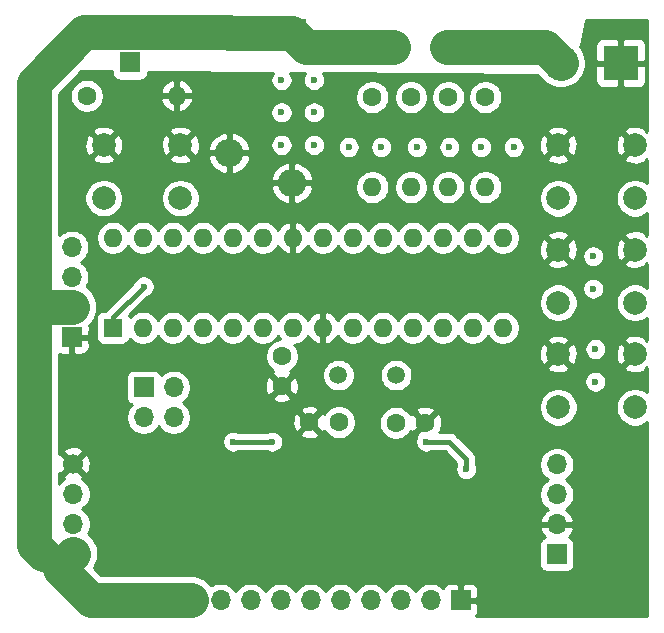
<source format=gbr>
%TF.GenerationSoftware,KiCad,Pcbnew,(5.1.9)-1*%
%TF.CreationDate,2021-02-09T22:22:39+00:00*%
%TF.ProjectId,DMX Relay,444d5820-5265-46c6-9179-2e6b69636164,rev?*%
%TF.SameCoordinates,Original*%
%TF.FileFunction,Copper,L2,Bot*%
%TF.FilePolarity,Positive*%
%FSLAX46Y46*%
G04 Gerber Fmt 4.6, Leading zero omitted, Abs format (unit mm)*
G04 Created by KiCad (PCBNEW (5.1.9)-1) date 2021-02-09 22:22:39*
%MOMM*%
%LPD*%
G01*
G04 APERTURE LIST*
%TA.AperFunction,ComponentPad*%
%ADD10O,1.700000X1.700000*%
%TD*%
%TA.AperFunction,ComponentPad*%
%ADD11R,1.700000X1.700000*%
%TD*%
%TA.AperFunction,ComponentPad*%
%ADD12C,3.000000*%
%TD*%
%TA.AperFunction,ComponentPad*%
%ADD13R,3.000000X3.000000*%
%TD*%
%TA.AperFunction,ComponentPad*%
%ADD14C,1.500000*%
%TD*%
%TA.AperFunction,ComponentPad*%
%ADD15C,1.600000*%
%TD*%
%TA.AperFunction,ComponentPad*%
%ADD16C,2.475000*%
%TD*%
%TA.AperFunction,ComponentPad*%
%ADD17C,1.700000*%
%TD*%
%TA.AperFunction,ComponentPad*%
%ADD18O,1.600000X1.600000*%
%TD*%
%TA.AperFunction,ComponentPad*%
%ADD19C,1.800000*%
%TD*%
%TA.AperFunction,ComponentPad*%
%ADD20R,1.800000X1.800000*%
%TD*%
%TA.AperFunction,ComponentPad*%
%ADD21O,2.400000X2.400000*%
%TD*%
%TA.AperFunction,ComponentPad*%
%ADD22R,2.400000X2.400000*%
%TD*%
%TA.AperFunction,ComponentPad*%
%ADD23R,1.600000X1.600000*%
%TD*%
%TA.AperFunction,ComponentPad*%
%ADD24C,2.000000*%
%TD*%
%TA.AperFunction,ViaPad*%
%ADD25C,0.600000*%
%TD*%
%TA.AperFunction,Conductor*%
%ADD26C,3.000000*%
%TD*%
%TA.AperFunction,Conductor*%
%ADD27C,0.400000*%
%TD*%
%TA.AperFunction,Conductor*%
%ADD28C,0.254000*%
%TD*%
%TA.AperFunction,Conductor*%
%ADD29C,0.100000*%
%TD*%
G04 APERTURE END LIST*
D10*
%TO.P,J3,10*%
%TO.N,+5V*%
X77530000Y-73690000D03*
%TO.P,J3,9*%
%TO.N,Relay8*%
X80070000Y-73690000D03*
%TO.P,J3,8*%
%TO.N,Relay7*%
X82610000Y-73690000D03*
%TO.P,J3,7*%
%TO.N,Relay6*%
X85150000Y-73690000D03*
%TO.P,J3,6*%
%TO.N,Relay5*%
X87690000Y-73690000D03*
%TO.P,J3,5*%
%TO.N,Relay4*%
X90230000Y-73690000D03*
%TO.P,J3,4*%
%TO.N,Relay3*%
X92770000Y-73690000D03*
%TO.P,J3,3*%
%TO.N,Relay2*%
X95310000Y-73690000D03*
%TO.P,J3,2*%
%TO.N,Relay1*%
X97850000Y-73690000D03*
D11*
%TO.P,J3,1*%
%TO.N,GND*%
X100390000Y-73690000D03*
%TD*%
D12*
%TO.P,J1,2*%
%TO.N,Net-(F1-Pad2)*%
X108870000Y-28210000D03*
D13*
%TO.P,J1,1*%
%TO.N,GND*%
X113950000Y-28210000D03*
%TD*%
D14*
%TO.P,Y1,2*%
%TO.N,Net-(C1-Pad1)*%
X94930000Y-54630000D03*
%TO.P,Y1,1*%
%TO.N,Net-(C2-Pad1)*%
X90050000Y-54630000D03*
%TD*%
D10*
%TO.P,J4,4*%
%TO.N,Relay8*%
X76100000Y-58210000D03*
%TO.P,J4,3*%
%TO.N,DMX_Data*%
X73560000Y-58210000D03*
%TO.P,J4,2*%
%TO.N,Tx*%
X76100000Y-55670000D03*
D11*
%TO.P,J4,1*%
%TO.N,Rx*%
X73560000Y-55670000D03*
%TD*%
D15*
%TO.P,C3,2*%
%TO.N,GND*%
X85260000Y-55540000D03*
%TO.P,C3,1*%
%TO.N,+5V*%
X85260000Y-53040000D03*
%TD*%
D16*
%TO.P,F1,2*%
%TO.N,Net-(F1-Pad2)*%
X102900000Y-26860000D03*
%TO.P,F1,1*%
%TO.N,+5V*%
X91000000Y-26860000D03*
%TO.P,F1,2*%
%TO.N,Net-(F1-Pad2)*%
X99200000Y-26860000D03*
%TO.P,F1,1*%
%TO.N,+5V*%
X94700000Y-26860000D03*
%TD*%
D10*
%TO.P,U2,8*%
%TO.N,+5V*%
X67585000Y-69760000D03*
%TO.P,U2,7*%
%TO.N,N/C*%
X67585000Y-67220000D03*
%TO.P,U2,6*%
X67585000Y-64680000D03*
D17*
%TO.P,U2,5*%
%TO.N,GND*%
X67585000Y-62140000D03*
D10*
%TO.P,U2,4*%
%TO.N,N/C*%
X108545000Y-62200000D03*
%TO.P,U2,3*%
X108545000Y-64740000D03*
%TO.P,U2,2*%
%TO.N,GND*%
X108545000Y-67280000D03*
D11*
%TO.P,U2,1*%
%TO.N,DMX_Data*%
X108545000Y-69820000D03*
%TD*%
D18*
%TO.P,R5,2*%
%TO.N,GND*%
X76360000Y-30980000D03*
D15*
%TO.P,R5,1*%
%TO.N,Net-(D3-Pad1)*%
X68740000Y-30980000D03*
%TD*%
D18*
%TO.P,R4,2*%
%TO.N,Net-(R4-Pad2)*%
X92930000Y-38730000D03*
D15*
%TO.P,R4,1*%
%TO.N,+5V*%
X92930000Y-31110000D03*
%TD*%
D18*
%TO.P,R3,2*%
%TO.N,Up*%
X102500000Y-38730000D03*
D15*
%TO.P,R3,1*%
%TO.N,+5V*%
X102500000Y-31110000D03*
%TD*%
%TO.P,R2,1*%
%TO.N,+5V*%
X96210000Y-31110000D03*
D18*
%TO.P,R2,2*%
%TO.N,Down*%
X96210000Y-38730000D03*
%TD*%
%TO.P,R1,2*%
%TO.N,Set*%
X99355000Y-38730000D03*
D15*
%TO.P,R1,1*%
%TO.N,+5V*%
X99355000Y-31110000D03*
%TD*%
D19*
%TO.P,D3,2*%
%TO.N,+5V*%
X72420000Y-25620000D03*
D20*
%TO.P,D3,1*%
%TO.N,Net-(D3-Pad1)*%
X72420000Y-28160000D03*
%TD*%
D21*
%TO.P,D2,2*%
%TO.N,GND*%
X86110000Y-38360000D03*
D22*
%TO.P,D2,1*%
%TO.N,+5V*%
X86110000Y-25660000D03*
%TD*%
D21*
%TO.P,D1,2*%
%TO.N,GND*%
X80790000Y-35820000D03*
D22*
%TO.P,D1,1*%
%TO.N,+5V*%
X80790000Y-25660000D03*
%TD*%
D18*
%TO.P,U1,28*%
%TO.N,SCL*%
X70950000Y-43000000D03*
%TO.P,U1,14*%
%TO.N,Relay1*%
X103970000Y-50620000D03*
%TO.P,U1,27*%
%TO.N,SDA*%
X73490000Y-43000000D03*
%TO.P,U1,13*%
%TO.N,Relay2*%
X101430000Y-50620000D03*
%TO.P,U1,26*%
%TO.N,N/C*%
X76030000Y-43000000D03*
%TO.P,U1,12*%
%TO.N,Relay3*%
X98890000Y-50620000D03*
%TO.P,U1,25*%
%TO.N,N/C*%
X78570000Y-43000000D03*
%TO.P,U1,11*%
%TO.N,Relay4*%
X96350000Y-50620000D03*
%TO.P,U1,24*%
%TO.N,N/C*%
X81110000Y-43000000D03*
%TO.P,U1,10*%
%TO.N,Net-(C1-Pad1)*%
X93810000Y-50620000D03*
%TO.P,U1,23*%
%TO.N,N/C*%
X83650000Y-43000000D03*
%TO.P,U1,9*%
%TO.N,Net-(C2-Pad1)*%
X91270000Y-50620000D03*
%TO.P,U1,22*%
%TO.N,GND*%
X86190000Y-43000000D03*
%TO.P,U1,8*%
X88730000Y-50620000D03*
%TO.P,U1,21*%
%TO.N,N/C*%
X88730000Y-43000000D03*
%TO.P,U1,7*%
%TO.N,+5V*%
X86190000Y-50620000D03*
%TO.P,U1,20*%
%TO.N,N/C*%
X91270000Y-43000000D03*
%TO.P,U1,6*%
%TO.N,Relay5*%
X83650000Y-50620000D03*
%TO.P,U1,19*%
%TO.N,N/C*%
X93810000Y-43000000D03*
%TO.P,U1,5*%
%TO.N,Relay6*%
X81110000Y-50620000D03*
%TO.P,U1,18*%
%TO.N,N/C*%
X96350000Y-43000000D03*
%TO.P,U1,4*%
%TO.N,Relay7*%
X78570000Y-50620000D03*
%TO.P,U1,17*%
%TO.N,Down*%
X98890000Y-43000000D03*
%TO.P,U1,3*%
%TO.N,Tx*%
X76030000Y-50620000D03*
%TO.P,U1,16*%
%TO.N,Set*%
X101430000Y-43000000D03*
%TO.P,U1,2*%
%TO.N,Rx*%
X73490000Y-50620000D03*
%TO.P,U1,15*%
%TO.N,Up*%
X103970000Y-43000000D03*
D23*
%TO.P,U1,1*%
%TO.N,Net-(R4-Pad2)*%
X70950000Y-50620000D03*
%TD*%
D24*
%TO.P,SW4,1*%
%TO.N,Net-(R4-Pad2)*%
X70180000Y-39650000D03*
%TO.P,SW4,2*%
%TO.N,GND*%
X70180000Y-35150000D03*
%TO.P,SW4,1*%
%TO.N,Net-(R4-Pad2)*%
X76680000Y-39650000D03*
%TO.P,SW4,2*%
%TO.N,GND*%
X76680000Y-35150000D03*
%TD*%
%TO.P,SW3,2*%
%TO.N,GND*%
X115160000Y-35160000D03*
%TO.P,SW3,1*%
%TO.N,Up*%
X115160000Y-39660000D03*
%TO.P,SW3,2*%
%TO.N,GND*%
X108660000Y-35160000D03*
%TO.P,SW3,1*%
%TO.N,Up*%
X108660000Y-39660000D03*
%TD*%
%TO.P,SW2,2*%
%TO.N,GND*%
X115160000Y-52850000D03*
%TO.P,SW2,1*%
%TO.N,Down*%
X115160000Y-57350000D03*
%TO.P,SW2,2*%
%TO.N,GND*%
X108660000Y-52850000D03*
%TO.P,SW2,1*%
%TO.N,Down*%
X108660000Y-57350000D03*
%TD*%
%TO.P,SW1,2*%
%TO.N,GND*%
X115160000Y-44005000D03*
%TO.P,SW1,1*%
%TO.N,Set*%
X115160000Y-48505000D03*
%TO.P,SW1,2*%
%TO.N,GND*%
X108660000Y-44005000D03*
%TO.P,SW1,1*%
%TO.N,Set*%
X108660000Y-48505000D03*
%TD*%
D10*
%TO.P,J2,4*%
%TO.N,SDA*%
X67490000Y-43790000D03*
%TO.P,J2,3*%
%TO.N,SCL*%
X67490000Y-46330000D03*
%TO.P,J2,2*%
%TO.N,+5V*%
X67490000Y-48870000D03*
D11*
%TO.P,J2,1*%
%TO.N,GND*%
X67490000Y-51410000D03*
%TD*%
D15*
%TO.P,C2,2*%
%TO.N,GND*%
X87600000Y-58620000D03*
%TO.P,C2,1*%
%TO.N,Net-(C2-Pad1)*%
X90100000Y-58620000D03*
%TD*%
%TO.P,C1,2*%
%TO.N,GND*%
X97400000Y-58670000D03*
%TO.P,C1,1*%
%TO.N,Net-(C1-Pad1)*%
X94900000Y-58670000D03*
%TD*%
D25*
%TO.N,*%
X85230000Y-35140000D03*
X87980000Y-35140000D03*
X85230000Y-32390000D03*
X85230000Y-29640000D03*
X87980000Y-29640000D03*
X87980000Y-32390000D03*
X111810000Y-52430000D03*
X111810000Y-55180000D03*
X111620000Y-44560000D03*
X111620000Y-47310000D03*
X90920000Y-35320000D03*
X93670000Y-35320000D03*
X96690000Y-35320000D03*
X99440000Y-35320000D03*
X102130000Y-35320000D03*
X104880000Y-35320000D03*
%TO.N,Net-(R4-Pad2)*%
X73563981Y-47133981D03*
%TO.N,DMX_Data*%
X100870000Y-62590000D03*
X97490000Y-60260000D03*
X84450000Y-60260000D03*
X81140000Y-60260000D03*
%TD*%
D26*
%TO.N,+5V*%
X69070000Y-73690000D02*
X66445000Y-71065000D01*
X67585000Y-69760000D02*
X66445000Y-70900000D01*
X77530000Y-73690000D02*
X69070000Y-73690000D01*
X94700000Y-26860000D02*
X91000000Y-26860000D01*
X91000000Y-26860000D02*
X87310000Y-26860000D01*
X87310000Y-26860000D02*
X86110000Y-25660000D01*
X86110000Y-25660000D02*
X80790000Y-25660000D01*
X80750000Y-25620000D02*
X72420000Y-25620000D01*
X80790000Y-25660000D02*
X80750000Y-25620000D01*
X72420000Y-25620000D02*
X68550000Y-25620000D01*
X68550000Y-25620000D02*
X64240000Y-29930000D01*
X64240000Y-29930000D02*
X64240000Y-47920000D01*
X64240000Y-47920000D02*
X64240000Y-68990000D01*
X64240000Y-68990000D02*
X65010000Y-69760000D01*
X65190000Y-48870000D02*
X64240000Y-47920000D01*
X67490000Y-48870000D02*
X65190000Y-48870000D01*
D27*
%TO.N,Net-(R4-Pad2)*%
X70950000Y-49747962D02*
X73563981Y-47133981D01*
X70950000Y-50620000D02*
X70950000Y-49747962D01*
D26*
%TO.N,Net-(F1-Pad2)*%
X102910000Y-26840000D02*
X99210000Y-26840000D01*
X102890000Y-26840000D02*
X107510000Y-26840000D01*
X107510000Y-26840000D02*
X108860000Y-28190000D01*
D27*
%TO.N,DMX_Data*%
X100870000Y-62590000D02*
X100870000Y-61710000D01*
X100870000Y-61710000D02*
X99420000Y-60260000D01*
X99420000Y-60260000D02*
X97490000Y-60260000D01*
X97490000Y-60260000D02*
X97490000Y-60260000D01*
X84450000Y-60260000D02*
X81140000Y-60260000D01*
X81140000Y-60260000D02*
X81140000Y-60260000D01*
%TD*%
D28*
%TO.N,GND*%
X116200000Y-33940392D02*
X116115807Y-34024585D01*
X116020044Y-33760186D01*
X115730429Y-33619296D01*
X115418892Y-33537616D01*
X115097405Y-33518282D01*
X114778325Y-33562039D01*
X114473912Y-33667205D01*
X114299956Y-33760186D01*
X114204192Y-34024587D01*
X115160000Y-34980395D01*
X115174143Y-34966253D01*
X115353748Y-35145858D01*
X115339605Y-35160000D01*
X115353748Y-35174143D01*
X115174143Y-35353748D01*
X115160000Y-35339605D01*
X114204192Y-36295413D01*
X114299956Y-36559814D01*
X114589571Y-36700704D01*
X114901108Y-36782384D01*
X115222595Y-36801718D01*
X115541675Y-36757961D01*
X115846088Y-36652795D01*
X116020044Y-36559814D01*
X116115807Y-36295415D01*
X116200000Y-36379608D01*
X116200000Y-38388508D01*
X115934463Y-38211082D01*
X115636912Y-38087832D01*
X115321033Y-38025000D01*
X114998967Y-38025000D01*
X114683088Y-38087832D01*
X114385537Y-38211082D01*
X114117748Y-38390013D01*
X113890013Y-38617748D01*
X113711082Y-38885537D01*
X113587832Y-39183088D01*
X113525000Y-39498967D01*
X113525000Y-39821033D01*
X113587832Y-40136912D01*
X113711082Y-40434463D01*
X113890013Y-40702252D01*
X114117748Y-40929987D01*
X114385537Y-41108918D01*
X114683088Y-41232168D01*
X114998967Y-41295000D01*
X115321033Y-41295000D01*
X115636912Y-41232168D01*
X115934463Y-41108918D01*
X116200000Y-40931492D01*
X116200000Y-42785392D01*
X116115807Y-42869585D01*
X116020044Y-42605186D01*
X115730429Y-42464296D01*
X115418892Y-42382616D01*
X115097405Y-42363282D01*
X114778325Y-42407039D01*
X114473912Y-42512205D01*
X114299956Y-42605186D01*
X114204192Y-42869587D01*
X115160000Y-43825395D01*
X115174143Y-43811253D01*
X115353748Y-43990858D01*
X115339605Y-44005000D01*
X115353748Y-44019143D01*
X115174143Y-44198748D01*
X115160000Y-44184605D01*
X114204192Y-45140413D01*
X114299956Y-45404814D01*
X114589571Y-45545704D01*
X114901108Y-45627384D01*
X115222595Y-45646718D01*
X115541675Y-45602961D01*
X115846088Y-45497795D01*
X116020044Y-45404814D01*
X116115807Y-45140415D01*
X116200000Y-45224608D01*
X116200000Y-47233509D01*
X115934463Y-47056082D01*
X115636912Y-46932832D01*
X115321033Y-46870000D01*
X114998967Y-46870000D01*
X114683088Y-46932832D01*
X114385537Y-47056082D01*
X114117748Y-47235013D01*
X113890013Y-47462748D01*
X113711082Y-47730537D01*
X113587832Y-48028088D01*
X113525000Y-48343967D01*
X113525000Y-48666033D01*
X113587832Y-48981912D01*
X113711082Y-49279463D01*
X113890013Y-49547252D01*
X114117748Y-49774987D01*
X114385537Y-49953918D01*
X114683088Y-50077168D01*
X114998967Y-50140000D01*
X115321033Y-50140000D01*
X115636912Y-50077168D01*
X115934463Y-49953918D01*
X116200001Y-49776491D01*
X116200001Y-51630391D01*
X116115807Y-51714585D01*
X116020044Y-51450186D01*
X115730429Y-51309296D01*
X115418892Y-51227616D01*
X115097405Y-51208282D01*
X114778325Y-51252039D01*
X114473912Y-51357205D01*
X114299956Y-51450186D01*
X114204192Y-51714587D01*
X115160000Y-52670395D01*
X115174143Y-52656253D01*
X115353748Y-52835858D01*
X115339605Y-52850000D01*
X115353748Y-52864143D01*
X115174143Y-53043748D01*
X115160000Y-53029605D01*
X114204192Y-53985413D01*
X114299956Y-54249814D01*
X114589571Y-54390704D01*
X114901108Y-54472384D01*
X115222595Y-54491718D01*
X115541675Y-54447961D01*
X115846088Y-54342795D01*
X116020044Y-54249814D01*
X116115807Y-53985415D01*
X116200001Y-54069609D01*
X116200001Y-56078509D01*
X115934463Y-55901082D01*
X115636912Y-55777832D01*
X115321033Y-55715000D01*
X114998967Y-55715000D01*
X114683088Y-55777832D01*
X114385537Y-55901082D01*
X114117748Y-56080013D01*
X113890013Y-56307748D01*
X113711082Y-56575537D01*
X113587832Y-56873088D01*
X113525000Y-57188967D01*
X113525000Y-57511033D01*
X113587832Y-57826912D01*
X113711082Y-58124463D01*
X113890013Y-58392252D01*
X114117748Y-58619987D01*
X114385537Y-58798918D01*
X114683088Y-58922168D01*
X114998967Y-58985000D01*
X115321033Y-58985000D01*
X115636912Y-58922168D01*
X115934463Y-58798918D01*
X116200001Y-58621491D01*
X116200001Y-74985950D01*
X101695481Y-74985950D01*
X101770537Y-74894494D01*
X101829502Y-74784180D01*
X101865812Y-74664482D01*
X101878072Y-74540000D01*
X101875000Y-73975750D01*
X101716250Y-73817000D01*
X100517000Y-73817000D01*
X100517000Y-73837000D01*
X100263000Y-73837000D01*
X100263000Y-73817000D01*
X100243000Y-73817000D01*
X100243000Y-73563000D01*
X100263000Y-73563000D01*
X100263000Y-72363750D01*
X100517000Y-72363750D01*
X100517000Y-73563000D01*
X101716250Y-73563000D01*
X101875000Y-73404250D01*
X101878072Y-72840000D01*
X101865812Y-72715518D01*
X101829502Y-72595820D01*
X101770537Y-72485506D01*
X101691185Y-72388815D01*
X101594494Y-72309463D01*
X101484180Y-72250498D01*
X101364482Y-72214188D01*
X101240000Y-72201928D01*
X100675750Y-72205000D01*
X100517000Y-72363750D01*
X100263000Y-72363750D01*
X100104250Y-72205000D01*
X99540000Y-72201928D01*
X99415518Y-72214188D01*
X99295820Y-72250498D01*
X99185506Y-72309463D01*
X99088815Y-72388815D01*
X99009463Y-72485506D01*
X98950498Y-72595820D01*
X98928487Y-72668380D01*
X98796632Y-72536525D01*
X98553411Y-72374010D01*
X98283158Y-72262068D01*
X97996260Y-72205000D01*
X97703740Y-72205000D01*
X97416842Y-72262068D01*
X97146589Y-72374010D01*
X96903368Y-72536525D01*
X96696525Y-72743368D01*
X96580000Y-72917760D01*
X96463475Y-72743368D01*
X96256632Y-72536525D01*
X96013411Y-72374010D01*
X95743158Y-72262068D01*
X95456260Y-72205000D01*
X95163740Y-72205000D01*
X94876842Y-72262068D01*
X94606589Y-72374010D01*
X94363368Y-72536525D01*
X94156525Y-72743368D01*
X94040000Y-72917760D01*
X93923475Y-72743368D01*
X93716632Y-72536525D01*
X93473411Y-72374010D01*
X93203158Y-72262068D01*
X92916260Y-72205000D01*
X92623740Y-72205000D01*
X92336842Y-72262068D01*
X92066589Y-72374010D01*
X91823368Y-72536525D01*
X91616525Y-72743368D01*
X91500000Y-72917760D01*
X91383475Y-72743368D01*
X91176632Y-72536525D01*
X90933411Y-72374010D01*
X90663158Y-72262068D01*
X90376260Y-72205000D01*
X90083740Y-72205000D01*
X89796842Y-72262068D01*
X89526589Y-72374010D01*
X89283368Y-72536525D01*
X89076525Y-72743368D01*
X88960000Y-72917760D01*
X88843475Y-72743368D01*
X88636632Y-72536525D01*
X88393411Y-72374010D01*
X88123158Y-72262068D01*
X87836260Y-72205000D01*
X87543740Y-72205000D01*
X87256842Y-72262068D01*
X86986589Y-72374010D01*
X86743368Y-72536525D01*
X86536525Y-72743368D01*
X86420000Y-72917760D01*
X86303475Y-72743368D01*
X86096632Y-72536525D01*
X85853411Y-72374010D01*
X85583158Y-72262068D01*
X85296260Y-72205000D01*
X85003740Y-72205000D01*
X84716842Y-72262068D01*
X84446589Y-72374010D01*
X84203368Y-72536525D01*
X83996525Y-72743368D01*
X83880000Y-72917760D01*
X83763475Y-72743368D01*
X83556632Y-72536525D01*
X83313411Y-72374010D01*
X83043158Y-72262068D01*
X82756260Y-72205000D01*
X82463740Y-72205000D01*
X82176842Y-72262068D01*
X81906589Y-72374010D01*
X81663368Y-72536525D01*
X81456525Y-72743368D01*
X81340000Y-72917760D01*
X81223475Y-72743368D01*
X81016632Y-72536525D01*
X80773411Y-72374010D01*
X80503158Y-72262068D01*
X80216260Y-72205000D01*
X79923740Y-72205000D01*
X79636842Y-72262068D01*
X79366589Y-72374010D01*
X79266699Y-72440754D01*
X79046977Y-72173023D01*
X78721881Y-71906223D01*
X78350982Y-71707974D01*
X77948533Y-71585892D01*
X77634882Y-71555000D01*
X69954346Y-71555000D01*
X69360866Y-70961520D01*
X69368776Y-70951881D01*
X69567025Y-70580983D01*
X69689107Y-70178535D01*
X69730329Y-69760001D01*
X69689107Y-69341467D01*
X69576424Y-68970000D01*
X107056928Y-68970000D01*
X107056928Y-70670000D01*
X107069188Y-70794482D01*
X107105498Y-70914180D01*
X107164463Y-71024494D01*
X107243815Y-71121185D01*
X107340506Y-71200537D01*
X107450820Y-71259502D01*
X107570518Y-71295812D01*
X107695000Y-71308072D01*
X109395000Y-71308072D01*
X109519482Y-71295812D01*
X109639180Y-71259502D01*
X109749494Y-71200537D01*
X109846185Y-71121185D01*
X109925537Y-71024494D01*
X109984502Y-70914180D01*
X110020812Y-70794482D01*
X110033072Y-70670000D01*
X110033072Y-68970000D01*
X110020812Y-68845518D01*
X109984502Y-68725820D01*
X109925537Y-68615506D01*
X109846185Y-68518815D01*
X109749494Y-68439463D01*
X109639180Y-68380498D01*
X109558534Y-68356034D01*
X109642588Y-68280269D01*
X109816641Y-68046920D01*
X109941825Y-67784099D01*
X109986476Y-67636890D01*
X109865155Y-67407000D01*
X108672000Y-67407000D01*
X108672000Y-67427000D01*
X108418000Y-67427000D01*
X108418000Y-67407000D01*
X107224845Y-67407000D01*
X107103524Y-67636890D01*
X107148175Y-67784099D01*
X107273359Y-68046920D01*
X107447412Y-68280269D01*
X107531466Y-68356034D01*
X107450820Y-68380498D01*
X107340506Y-68439463D01*
X107243815Y-68518815D01*
X107164463Y-68615506D01*
X107105498Y-68725820D01*
X107069188Y-68845518D01*
X107056928Y-68970000D01*
X69576424Y-68970000D01*
X69567025Y-68939019D01*
X69368776Y-68568119D01*
X69101977Y-68243023D01*
X68834245Y-68023302D01*
X68900990Y-67923411D01*
X69012932Y-67653158D01*
X69070000Y-67366260D01*
X69070000Y-67073740D01*
X69012932Y-66786842D01*
X68900990Y-66516589D01*
X68738475Y-66273368D01*
X68531632Y-66066525D01*
X68357240Y-65950000D01*
X68531632Y-65833475D01*
X68738475Y-65626632D01*
X68900990Y-65383411D01*
X69012932Y-65113158D01*
X69070000Y-64826260D01*
X69070000Y-64533740D01*
X69012932Y-64246842D01*
X68900990Y-63976589D01*
X68738475Y-63733368D01*
X68531632Y-63526525D01*
X68358271Y-63410689D01*
X68433792Y-63168397D01*
X67585000Y-62319605D01*
X66736208Y-63168397D01*
X66811729Y-63410689D01*
X66638368Y-63526525D01*
X66431525Y-63733368D01*
X66375000Y-63817964D01*
X66375000Y-62932188D01*
X66556603Y-62988792D01*
X67405395Y-62140000D01*
X67764605Y-62140000D01*
X68613397Y-62988792D01*
X68862472Y-62911157D01*
X68988371Y-62647117D01*
X69060339Y-62363589D01*
X69075611Y-62071469D01*
X69033599Y-61781981D01*
X68935919Y-61506253D01*
X68862472Y-61368843D01*
X68613397Y-61291208D01*
X67764605Y-62140000D01*
X67405395Y-62140000D01*
X66556603Y-61291208D01*
X66375000Y-61347812D01*
X66375000Y-61111603D01*
X66736208Y-61111603D01*
X67585000Y-61960395D01*
X68433792Y-61111603D01*
X68356157Y-60862528D01*
X68092117Y-60736629D01*
X67808589Y-60664661D01*
X67516469Y-60649389D01*
X67226981Y-60691401D01*
X66951253Y-60789081D01*
X66813843Y-60862528D01*
X66736208Y-61111603D01*
X66375000Y-61111603D01*
X66375000Y-60167911D01*
X80205000Y-60167911D01*
X80205000Y-60352089D01*
X80240932Y-60532729D01*
X80311414Y-60702889D01*
X80413738Y-60856028D01*
X80543972Y-60986262D01*
X80697111Y-61088586D01*
X80867271Y-61159068D01*
X81047911Y-61195000D01*
X81232089Y-61195000D01*
X81412729Y-61159068D01*
X81567404Y-61095000D01*
X84022596Y-61095000D01*
X84177271Y-61159068D01*
X84357911Y-61195000D01*
X84542089Y-61195000D01*
X84722729Y-61159068D01*
X84892889Y-61088586D01*
X85046028Y-60986262D01*
X85176262Y-60856028D01*
X85278586Y-60702889D01*
X85349068Y-60532729D01*
X85385000Y-60352089D01*
X85385000Y-60167911D01*
X96555000Y-60167911D01*
X96555000Y-60352089D01*
X96590932Y-60532729D01*
X96661414Y-60702889D01*
X96763738Y-60856028D01*
X96893972Y-60986262D01*
X97047111Y-61088586D01*
X97217271Y-61159068D01*
X97397911Y-61195000D01*
X97582089Y-61195000D01*
X97762729Y-61159068D01*
X97917404Y-61095000D01*
X99074133Y-61095000D01*
X100035000Y-62055869D01*
X100035000Y-62162596D01*
X99970932Y-62317271D01*
X99935000Y-62497911D01*
X99935000Y-62682089D01*
X99970932Y-62862729D01*
X100041414Y-63032889D01*
X100143738Y-63186028D01*
X100273972Y-63316262D01*
X100427111Y-63418586D01*
X100597271Y-63489068D01*
X100777911Y-63525000D01*
X100962089Y-63525000D01*
X101142729Y-63489068D01*
X101312889Y-63418586D01*
X101466028Y-63316262D01*
X101596262Y-63186028D01*
X101698586Y-63032889D01*
X101769068Y-62862729D01*
X101805000Y-62682089D01*
X101805000Y-62497911D01*
X101769068Y-62317271D01*
X101705000Y-62162596D01*
X101705000Y-62053740D01*
X107060000Y-62053740D01*
X107060000Y-62346260D01*
X107117068Y-62633158D01*
X107229010Y-62903411D01*
X107391525Y-63146632D01*
X107598368Y-63353475D01*
X107772760Y-63470000D01*
X107598368Y-63586525D01*
X107391525Y-63793368D01*
X107229010Y-64036589D01*
X107117068Y-64306842D01*
X107060000Y-64593740D01*
X107060000Y-64886260D01*
X107117068Y-65173158D01*
X107229010Y-65443411D01*
X107391525Y-65686632D01*
X107598368Y-65893475D01*
X107780534Y-66015195D01*
X107663645Y-66084822D01*
X107447412Y-66279731D01*
X107273359Y-66513080D01*
X107148175Y-66775901D01*
X107103524Y-66923110D01*
X107224845Y-67153000D01*
X108418000Y-67153000D01*
X108418000Y-67133000D01*
X108672000Y-67133000D01*
X108672000Y-67153000D01*
X109865155Y-67153000D01*
X109986476Y-66923110D01*
X109941825Y-66775901D01*
X109816641Y-66513080D01*
X109642588Y-66279731D01*
X109426355Y-66084822D01*
X109309466Y-66015195D01*
X109491632Y-65893475D01*
X109698475Y-65686632D01*
X109860990Y-65443411D01*
X109972932Y-65173158D01*
X110030000Y-64886260D01*
X110030000Y-64593740D01*
X109972932Y-64306842D01*
X109860990Y-64036589D01*
X109698475Y-63793368D01*
X109491632Y-63586525D01*
X109317240Y-63470000D01*
X109491632Y-63353475D01*
X109698475Y-63146632D01*
X109860990Y-62903411D01*
X109972932Y-62633158D01*
X110030000Y-62346260D01*
X110030000Y-62053740D01*
X109972932Y-61766842D01*
X109860990Y-61496589D01*
X109698475Y-61253368D01*
X109491632Y-61046525D01*
X109248411Y-60884010D01*
X108978158Y-60772068D01*
X108691260Y-60715000D01*
X108398740Y-60715000D01*
X108111842Y-60772068D01*
X107841589Y-60884010D01*
X107598368Y-61046525D01*
X107391525Y-61253368D01*
X107229010Y-61496589D01*
X107117068Y-61766842D01*
X107060000Y-62053740D01*
X101705000Y-62053740D01*
X101705000Y-61751018D01*
X101709040Y-61710000D01*
X101692918Y-61546312D01*
X101680767Y-61506253D01*
X101645172Y-61388913D01*
X101567636Y-61243854D01*
X101463291Y-61116709D01*
X101431432Y-61090563D01*
X100039446Y-59698578D01*
X100013291Y-59666709D01*
X99886146Y-59562364D01*
X99741087Y-59484828D01*
X99583689Y-59437082D01*
X99461019Y-59425000D01*
X99461018Y-59425000D01*
X99420000Y-59420960D01*
X99378982Y-59425000D01*
X98590708Y-59425000D01*
X98636671Y-59411514D01*
X98757571Y-59156004D01*
X98826300Y-58881816D01*
X98840217Y-58599488D01*
X98798787Y-58319870D01*
X98703603Y-58053708D01*
X98636671Y-57928486D01*
X98392702Y-57856903D01*
X97579605Y-58670000D01*
X97593748Y-58684143D01*
X97414143Y-58863748D01*
X97400000Y-58849605D01*
X96586903Y-59662702D01*
X96644318Y-59858384D01*
X96590932Y-59987271D01*
X96555000Y-60167911D01*
X85385000Y-60167911D01*
X85349068Y-59987271D01*
X85278586Y-59817111D01*
X85176262Y-59663972D01*
X85124992Y-59612702D01*
X86786903Y-59612702D01*
X86858486Y-59856671D01*
X87113996Y-59977571D01*
X87388184Y-60046300D01*
X87670512Y-60060217D01*
X87950130Y-60018787D01*
X88216292Y-59923603D01*
X88341514Y-59856671D01*
X88413097Y-59612702D01*
X87600000Y-58799605D01*
X86786903Y-59612702D01*
X85124992Y-59612702D01*
X85046028Y-59533738D01*
X84892889Y-59431414D01*
X84722729Y-59360932D01*
X84542089Y-59325000D01*
X84357911Y-59325000D01*
X84177271Y-59360932D01*
X84022596Y-59425000D01*
X81567404Y-59425000D01*
X81412729Y-59360932D01*
X81232089Y-59325000D01*
X81047911Y-59325000D01*
X80867271Y-59360932D01*
X80697111Y-59431414D01*
X80543972Y-59533738D01*
X80413738Y-59663972D01*
X80311414Y-59817111D01*
X80240932Y-59987271D01*
X80205000Y-60167911D01*
X66375000Y-60167911D01*
X66375000Y-54820000D01*
X72071928Y-54820000D01*
X72071928Y-56520000D01*
X72084188Y-56644482D01*
X72120498Y-56764180D01*
X72179463Y-56874494D01*
X72258815Y-56971185D01*
X72355506Y-57050537D01*
X72465820Y-57109502D01*
X72538380Y-57131513D01*
X72406525Y-57263368D01*
X72244010Y-57506589D01*
X72132068Y-57776842D01*
X72075000Y-58063740D01*
X72075000Y-58356260D01*
X72132068Y-58643158D01*
X72244010Y-58913411D01*
X72406525Y-59156632D01*
X72613368Y-59363475D01*
X72856589Y-59525990D01*
X73126842Y-59637932D01*
X73413740Y-59695000D01*
X73706260Y-59695000D01*
X73993158Y-59637932D01*
X74263411Y-59525990D01*
X74506632Y-59363475D01*
X74713475Y-59156632D01*
X74830000Y-58982240D01*
X74946525Y-59156632D01*
X75153368Y-59363475D01*
X75396589Y-59525990D01*
X75666842Y-59637932D01*
X75953740Y-59695000D01*
X76246260Y-59695000D01*
X76533158Y-59637932D01*
X76803411Y-59525990D01*
X77046632Y-59363475D01*
X77253475Y-59156632D01*
X77415990Y-58913411D01*
X77508317Y-58690512D01*
X86159783Y-58690512D01*
X86201213Y-58970130D01*
X86296397Y-59236292D01*
X86363329Y-59361514D01*
X86607298Y-59433097D01*
X87420395Y-58620000D01*
X87779605Y-58620000D01*
X88592702Y-59433097D01*
X88836671Y-59361514D01*
X88850324Y-59332659D01*
X88985363Y-59534759D01*
X89185241Y-59734637D01*
X89420273Y-59891680D01*
X89681426Y-59999853D01*
X89958665Y-60055000D01*
X90241335Y-60055000D01*
X90518574Y-59999853D01*
X90779727Y-59891680D01*
X91014759Y-59734637D01*
X91214637Y-59534759D01*
X91371680Y-59299727D01*
X91479853Y-59038574D01*
X91535000Y-58761335D01*
X91535000Y-58528665D01*
X93465000Y-58528665D01*
X93465000Y-58811335D01*
X93520147Y-59088574D01*
X93628320Y-59349727D01*
X93785363Y-59584759D01*
X93985241Y-59784637D01*
X94220273Y-59941680D01*
X94481426Y-60049853D01*
X94758665Y-60105000D01*
X95041335Y-60105000D01*
X95318574Y-60049853D01*
X95579727Y-59941680D01*
X95814759Y-59784637D01*
X96014637Y-59584759D01*
X96148692Y-59384131D01*
X96163329Y-59411514D01*
X96407298Y-59483097D01*
X97220395Y-58670000D01*
X96407298Y-57856903D01*
X96163329Y-57928486D01*
X96149676Y-57957341D01*
X96014637Y-57755241D01*
X95936694Y-57677298D01*
X96586903Y-57677298D01*
X97400000Y-58490395D01*
X98213097Y-57677298D01*
X98141514Y-57433329D01*
X97886004Y-57312429D01*
X97611816Y-57243700D01*
X97329488Y-57229783D01*
X97049870Y-57271213D01*
X96783708Y-57366397D01*
X96658486Y-57433329D01*
X96586903Y-57677298D01*
X95936694Y-57677298D01*
X95814759Y-57555363D01*
X95579727Y-57398320D01*
X95318574Y-57290147D01*
X95041335Y-57235000D01*
X94758665Y-57235000D01*
X94481426Y-57290147D01*
X94220273Y-57398320D01*
X93985241Y-57555363D01*
X93785363Y-57755241D01*
X93628320Y-57990273D01*
X93520147Y-58251426D01*
X93465000Y-58528665D01*
X91535000Y-58528665D01*
X91535000Y-58478665D01*
X91479853Y-58201426D01*
X91371680Y-57940273D01*
X91214637Y-57705241D01*
X91014759Y-57505363D01*
X90779727Y-57348320D01*
X90518574Y-57240147D01*
X90261279Y-57188967D01*
X107025000Y-57188967D01*
X107025000Y-57511033D01*
X107087832Y-57826912D01*
X107211082Y-58124463D01*
X107390013Y-58392252D01*
X107617748Y-58619987D01*
X107885537Y-58798918D01*
X108183088Y-58922168D01*
X108498967Y-58985000D01*
X108821033Y-58985000D01*
X109136912Y-58922168D01*
X109434463Y-58798918D01*
X109702252Y-58619987D01*
X109929987Y-58392252D01*
X110108918Y-58124463D01*
X110232168Y-57826912D01*
X110295000Y-57511033D01*
X110295000Y-57188967D01*
X110232168Y-56873088D01*
X110108918Y-56575537D01*
X109929987Y-56307748D01*
X109702252Y-56080013D01*
X109434463Y-55901082D01*
X109136912Y-55777832D01*
X108821033Y-55715000D01*
X108498967Y-55715000D01*
X108183088Y-55777832D01*
X107885537Y-55901082D01*
X107617748Y-56080013D01*
X107390013Y-56307748D01*
X107211082Y-56575537D01*
X107087832Y-56873088D01*
X107025000Y-57188967D01*
X90261279Y-57188967D01*
X90241335Y-57185000D01*
X89958665Y-57185000D01*
X89681426Y-57240147D01*
X89420273Y-57348320D01*
X89185241Y-57505363D01*
X88985363Y-57705241D01*
X88851308Y-57905869D01*
X88836671Y-57878486D01*
X88592702Y-57806903D01*
X87779605Y-58620000D01*
X87420395Y-58620000D01*
X86607298Y-57806903D01*
X86363329Y-57878486D01*
X86242429Y-58133996D01*
X86173700Y-58408184D01*
X86159783Y-58690512D01*
X77508317Y-58690512D01*
X77527932Y-58643158D01*
X77585000Y-58356260D01*
X77585000Y-58063740D01*
X77527932Y-57776842D01*
X77465990Y-57627298D01*
X86786903Y-57627298D01*
X87600000Y-58440395D01*
X88413097Y-57627298D01*
X88341514Y-57383329D01*
X88086004Y-57262429D01*
X87811816Y-57193700D01*
X87529488Y-57179783D01*
X87249870Y-57221213D01*
X86983708Y-57316397D01*
X86858486Y-57383329D01*
X86786903Y-57627298D01*
X77465990Y-57627298D01*
X77415990Y-57506589D01*
X77253475Y-57263368D01*
X77046632Y-57056525D01*
X76872240Y-56940000D01*
X77046632Y-56823475D01*
X77253475Y-56616632D01*
X77309555Y-56532702D01*
X84446903Y-56532702D01*
X84518486Y-56776671D01*
X84773996Y-56897571D01*
X85048184Y-56966300D01*
X85330512Y-56980217D01*
X85610130Y-56938787D01*
X85876292Y-56843603D01*
X86001514Y-56776671D01*
X86073097Y-56532702D01*
X85260000Y-55719605D01*
X84446903Y-56532702D01*
X77309555Y-56532702D01*
X77415990Y-56373411D01*
X77527932Y-56103158D01*
X77585000Y-55816260D01*
X77585000Y-55610512D01*
X83819783Y-55610512D01*
X83861213Y-55890130D01*
X83956397Y-56156292D01*
X84023329Y-56281514D01*
X84267298Y-56353097D01*
X85080395Y-55540000D01*
X85439605Y-55540000D01*
X86252702Y-56353097D01*
X86496671Y-56281514D01*
X86617571Y-56026004D01*
X86686300Y-55751816D01*
X86700217Y-55469488D01*
X86658787Y-55189870D01*
X86563603Y-54923708D01*
X86496671Y-54798486D01*
X86252702Y-54726903D01*
X85439605Y-55540000D01*
X85080395Y-55540000D01*
X84267298Y-54726903D01*
X84023329Y-54798486D01*
X83902429Y-55053996D01*
X83833700Y-55328184D01*
X83819783Y-55610512D01*
X77585000Y-55610512D01*
X77585000Y-55523740D01*
X77527932Y-55236842D01*
X77415990Y-54966589D01*
X77253475Y-54723368D01*
X77046632Y-54516525D01*
X76803411Y-54354010D01*
X76533158Y-54242068D01*
X76246260Y-54185000D01*
X75953740Y-54185000D01*
X75666842Y-54242068D01*
X75396589Y-54354010D01*
X75153368Y-54516525D01*
X75021513Y-54648380D01*
X74999502Y-54575820D01*
X74940537Y-54465506D01*
X74861185Y-54368815D01*
X74764494Y-54289463D01*
X74654180Y-54230498D01*
X74534482Y-54194188D01*
X74410000Y-54181928D01*
X72710000Y-54181928D01*
X72585518Y-54194188D01*
X72465820Y-54230498D01*
X72355506Y-54289463D01*
X72258815Y-54368815D01*
X72179463Y-54465506D01*
X72120498Y-54575820D01*
X72084188Y-54695518D01*
X72071928Y-54820000D01*
X66375000Y-54820000D01*
X66375000Y-52838373D01*
X66395820Y-52849502D01*
X66515518Y-52885812D01*
X66640000Y-52898072D01*
X67204250Y-52895000D01*
X67363000Y-52736250D01*
X67363000Y-51537000D01*
X67617000Y-51537000D01*
X67617000Y-52736250D01*
X67775750Y-52895000D01*
X68340000Y-52898072D01*
X68464482Y-52885812D01*
X68584180Y-52849502D01*
X68694494Y-52790537D01*
X68791185Y-52711185D01*
X68870537Y-52614494D01*
X68929502Y-52504180D01*
X68965812Y-52384482D01*
X68978072Y-52260000D01*
X68975000Y-51695750D01*
X68816250Y-51537000D01*
X67617000Y-51537000D01*
X67363000Y-51537000D01*
X67343000Y-51537000D01*
X67343000Y-51283000D01*
X67363000Y-51283000D01*
X67363000Y-51263000D01*
X67617000Y-51263000D01*
X67617000Y-51283000D01*
X68816250Y-51283000D01*
X68975000Y-51124250D01*
X68978072Y-50560000D01*
X68965812Y-50435518D01*
X68962228Y-50423702D01*
X69006977Y-50386977D01*
X69273777Y-50061881D01*
X69403064Y-49820000D01*
X69511928Y-49820000D01*
X69511928Y-51420000D01*
X69524188Y-51544482D01*
X69560498Y-51664180D01*
X69619463Y-51774494D01*
X69698815Y-51871185D01*
X69795506Y-51950537D01*
X69905820Y-52009502D01*
X70025518Y-52045812D01*
X70150000Y-52058072D01*
X71750000Y-52058072D01*
X71874482Y-52045812D01*
X71994180Y-52009502D01*
X72104494Y-51950537D01*
X72201185Y-51871185D01*
X72280537Y-51774494D01*
X72339502Y-51664180D01*
X72375812Y-51544482D01*
X72376643Y-51536039D01*
X72575241Y-51734637D01*
X72810273Y-51891680D01*
X73071426Y-51999853D01*
X73348665Y-52055000D01*
X73631335Y-52055000D01*
X73908574Y-51999853D01*
X74169727Y-51891680D01*
X74404759Y-51734637D01*
X74604637Y-51534759D01*
X74760000Y-51302241D01*
X74915363Y-51534759D01*
X75115241Y-51734637D01*
X75350273Y-51891680D01*
X75611426Y-51999853D01*
X75888665Y-52055000D01*
X76171335Y-52055000D01*
X76448574Y-51999853D01*
X76709727Y-51891680D01*
X76944759Y-51734637D01*
X77144637Y-51534759D01*
X77300000Y-51302241D01*
X77455363Y-51534759D01*
X77655241Y-51734637D01*
X77890273Y-51891680D01*
X78151426Y-51999853D01*
X78428665Y-52055000D01*
X78711335Y-52055000D01*
X78988574Y-51999853D01*
X79249727Y-51891680D01*
X79484759Y-51734637D01*
X79684637Y-51534759D01*
X79840000Y-51302241D01*
X79995363Y-51534759D01*
X80195241Y-51734637D01*
X80430273Y-51891680D01*
X80691426Y-51999853D01*
X80968665Y-52055000D01*
X81251335Y-52055000D01*
X81528574Y-51999853D01*
X81789727Y-51891680D01*
X82024759Y-51734637D01*
X82224637Y-51534759D01*
X82380000Y-51302241D01*
X82535363Y-51534759D01*
X82735241Y-51734637D01*
X82970273Y-51891680D01*
X83231426Y-51999853D01*
X83508665Y-52055000D01*
X83791335Y-52055000D01*
X84068574Y-51999853D01*
X84329727Y-51891680D01*
X84564759Y-51734637D01*
X84764637Y-51534759D01*
X84920000Y-51302241D01*
X85075363Y-51534759D01*
X85145604Y-51605000D01*
X85118665Y-51605000D01*
X84841426Y-51660147D01*
X84580273Y-51768320D01*
X84345241Y-51925363D01*
X84145363Y-52125241D01*
X83988320Y-52360273D01*
X83880147Y-52621426D01*
X83825000Y-52898665D01*
X83825000Y-53181335D01*
X83880147Y-53458574D01*
X83988320Y-53719727D01*
X84145363Y-53954759D01*
X84345241Y-54154637D01*
X84545869Y-54288692D01*
X84518486Y-54303329D01*
X84446903Y-54547298D01*
X85260000Y-55360395D01*
X86073097Y-54547298D01*
X86057339Y-54493589D01*
X88665000Y-54493589D01*
X88665000Y-54766411D01*
X88718225Y-55033989D01*
X88822629Y-55286043D01*
X88974201Y-55512886D01*
X89167114Y-55705799D01*
X89393957Y-55857371D01*
X89646011Y-55961775D01*
X89913589Y-56015000D01*
X90186411Y-56015000D01*
X90453989Y-55961775D01*
X90706043Y-55857371D01*
X90932886Y-55705799D01*
X91125799Y-55512886D01*
X91277371Y-55286043D01*
X91381775Y-55033989D01*
X91435000Y-54766411D01*
X91435000Y-54493589D01*
X93545000Y-54493589D01*
X93545000Y-54766411D01*
X93598225Y-55033989D01*
X93702629Y-55286043D01*
X93854201Y-55512886D01*
X94047114Y-55705799D01*
X94273957Y-55857371D01*
X94526011Y-55961775D01*
X94793589Y-56015000D01*
X95066411Y-56015000D01*
X95333989Y-55961775D01*
X95586043Y-55857371D01*
X95812886Y-55705799D01*
X96005799Y-55512886D01*
X96157371Y-55286043D01*
X96239439Y-55087911D01*
X110875000Y-55087911D01*
X110875000Y-55272089D01*
X110910932Y-55452729D01*
X110981414Y-55622889D01*
X111083738Y-55776028D01*
X111213972Y-55906262D01*
X111367111Y-56008586D01*
X111537271Y-56079068D01*
X111717911Y-56115000D01*
X111902089Y-56115000D01*
X112082729Y-56079068D01*
X112252889Y-56008586D01*
X112406028Y-55906262D01*
X112536262Y-55776028D01*
X112638586Y-55622889D01*
X112709068Y-55452729D01*
X112745000Y-55272089D01*
X112745000Y-55087911D01*
X112709068Y-54907271D01*
X112638586Y-54737111D01*
X112536262Y-54583972D01*
X112406028Y-54453738D01*
X112252889Y-54351414D01*
X112082729Y-54280932D01*
X111902089Y-54245000D01*
X111717911Y-54245000D01*
X111537271Y-54280932D01*
X111367111Y-54351414D01*
X111213972Y-54453738D01*
X111083738Y-54583972D01*
X110981414Y-54737111D01*
X110910932Y-54907271D01*
X110875000Y-55087911D01*
X96239439Y-55087911D01*
X96261775Y-55033989D01*
X96315000Y-54766411D01*
X96315000Y-54493589D01*
X96261775Y-54226011D01*
X96162117Y-53985413D01*
X107704192Y-53985413D01*
X107799956Y-54249814D01*
X108089571Y-54390704D01*
X108401108Y-54472384D01*
X108722595Y-54491718D01*
X109041675Y-54447961D01*
X109346088Y-54342795D01*
X109520044Y-54249814D01*
X109615808Y-53985413D01*
X108660000Y-53029605D01*
X107704192Y-53985413D01*
X96162117Y-53985413D01*
X96157371Y-53973957D01*
X96005799Y-53747114D01*
X95812886Y-53554201D01*
X95586043Y-53402629D01*
X95333989Y-53298225D01*
X95066411Y-53245000D01*
X94793589Y-53245000D01*
X94526011Y-53298225D01*
X94273957Y-53402629D01*
X94047114Y-53554201D01*
X93854201Y-53747114D01*
X93702629Y-53973957D01*
X93598225Y-54226011D01*
X93545000Y-54493589D01*
X91435000Y-54493589D01*
X91381775Y-54226011D01*
X91277371Y-53973957D01*
X91125799Y-53747114D01*
X90932886Y-53554201D01*
X90706043Y-53402629D01*
X90453989Y-53298225D01*
X90186411Y-53245000D01*
X89913589Y-53245000D01*
X89646011Y-53298225D01*
X89393957Y-53402629D01*
X89167114Y-53554201D01*
X88974201Y-53747114D01*
X88822629Y-53973957D01*
X88718225Y-54226011D01*
X88665000Y-54493589D01*
X86057339Y-54493589D01*
X86001514Y-54303329D01*
X85972659Y-54289676D01*
X86174759Y-54154637D01*
X86374637Y-53954759D01*
X86531680Y-53719727D01*
X86639853Y-53458574D01*
X86695000Y-53181335D01*
X86695000Y-52912595D01*
X107018282Y-52912595D01*
X107062039Y-53231675D01*
X107167205Y-53536088D01*
X107260186Y-53710044D01*
X107524587Y-53805808D01*
X108480395Y-52850000D01*
X108839605Y-52850000D01*
X109795413Y-53805808D01*
X110059814Y-53710044D01*
X110200704Y-53420429D01*
X110282384Y-53108892D01*
X110301718Y-52787405D01*
X110257961Y-52468325D01*
X110212907Y-52337911D01*
X110875000Y-52337911D01*
X110875000Y-52522089D01*
X110910932Y-52702729D01*
X110981414Y-52872889D01*
X111083738Y-53026028D01*
X111213972Y-53156262D01*
X111367111Y-53258586D01*
X111537271Y-53329068D01*
X111717911Y-53365000D01*
X111902089Y-53365000D01*
X112082729Y-53329068D01*
X112252889Y-53258586D01*
X112406028Y-53156262D01*
X112536262Y-53026028D01*
X112612055Y-52912595D01*
X113518282Y-52912595D01*
X113562039Y-53231675D01*
X113667205Y-53536088D01*
X113760186Y-53710044D01*
X114024587Y-53805808D01*
X114980395Y-52850000D01*
X114024587Y-51894192D01*
X113760186Y-51989956D01*
X113619296Y-52279571D01*
X113537616Y-52591108D01*
X113518282Y-52912595D01*
X112612055Y-52912595D01*
X112638586Y-52872889D01*
X112709068Y-52702729D01*
X112745000Y-52522089D01*
X112745000Y-52337911D01*
X112709068Y-52157271D01*
X112638586Y-51987111D01*
X112536262Y-51833972D01*
X112406028Y-51703738D01*
X112252889Y-51601414D01*
X112082729Y-51530932D01*
X111902089Y-51495000D01*
X111717911Y-51495000D01*
X111537271Y-51530932D01*
X111367111Y-51601414D01*
X111213972Y-51703738D01*
X111083738Y-51833972D01*
X110981414Y-51987111D01*
X110910932Y-52157271D01*
X110875000Y-52337911D01*
X110212907Y-52337911D01*
X110152795Y-52163912D01*
X110059814Y-51989956D01*
X109795413Y-51894192D01*
X108839605Y-52850000D01*
X108480395Y-52850000D01*
X107524587Y-51894192D01*
X107260186Y-51989956D01*
X107119296Y-52279571D01*
X107037616Y-52591108D01*
X107018282Y-52912595D01*
X86695000Y-52912595D01*
X86695000Y-52898665D01*
X86639853Y-52621426D01*
X86531680Y-52360273D01*
X86374637Y-52125241D01*
X86304396Y-52055000D01*
X86331335Y-52055000D01*
X86608574Y-51999853D01*
X86869727Y-51891680D01*
X87104759Y-51734637D01*
X87304637Y-51534759D01*
X87461680Y-51299727D01*
X87466067Y-51289135D01*
X87577615Y-51475131D01*
X87766586Y-51683519D01*
X87992580Y-51851037D01*
X88246913Y-51971246D01*
X88380961Y-52011904D01*
X88603000Y-51889915D01*
X88603000Y-50747000D01*
X88583000Y-50747000D01*
X88583000Y-50493000D01*
X88603000Y-50493000D01*
X88603000Y-49350085D01*
X88857000Y-49350085D01*
X88857000Y-50493000D01*
X88877000Y-50493000D01*
X88877000Y-50747000D01*
X88857000Y-50747000D01*
X88857000Y-51889915D01*
X89079039Y-52011904D01*
X89213087Y-51971246D01*
X89467420Y-51851037D01*
X89693414Y-51683519D01*
X89882385Y-51475131D01*
X89993933Y-51289135D01*
X89998320Y-51299727D01*
X90155363Y-51534759D01*
X90355241Y-51734637D01*
X90590273Y-51891680D01*
X90851426Y-51999853D01*
X91128665Y-52055000D01*
X91411335Y-52055000D01*
X91688574Y-51999853D01*
X91949727Y-51891680D01*
X92184759Y-51734637D01*
X92384637Y-51534759D01*
X92540000Y-51302241D01*
X92695363Y-51534759D01*
X92895241Y-51734637D01*
X93130273Y-51891680D01*
X93391426Y-51999853D01*
X93668665Y-52055000D01*
X93951335Y-52055000D01*
X94228574Y-51999853D01*
X94489727Y-51891680D01*
X94724759Y-51734637D01*
X94924637Y-51534759D01*
X95080000Y-51302241D01*
X95235363Y-51534759D01*
X95435241Y-51734637D01*
X95670273Y-51891680D01*
X95931426Y-51999853D01*
X96208665Y-52055000D01*
X96491335Y-52055000D01*
X96768574Y-51999853D01*
X97029727Y-51891680D01*
X97264759Y-51734637D01*
X97464637Y-51534759D01*
X97620000Y-51302241D01*
X97775363Y-51534759D01*
X97975241Y-51734637D01*
X98210273Y-51891680D01*
X98471426Y-51999853D01*
X98748665Y-52055000D01*
X99031335Y-52055000D01*
X99308574Y-51999853D01*
X99569727Y-51891680D01*
X99804759Y-51734637D01*
X100004637Y-51534759D01*
X100160000Y-51302241D01*
X100315363Y-51534759D01*
X100515241Y-51734637D01*
X100750273Y-51891680D01*
X101011426Y-51999853D01*
X101288665Y-52055000D01*
X101571335Y-52055000D01*
X101848574Y-51999853D01*
X102109727Y-51891680D01*
X102344759Y-51734637D01*
X102544637Y-51534759D01*
X102700000Y-51302241D01*
X102855363Y-51534759D01*
X103055241Y-51734637D01*
X103290273Y-51891680D01*
X103551426Y-51999853D01*
X103828665Y-52055000D01*
X104111335Y-52055000D01*
X104388574Y-51999853D01*
X104649727Y-51891680D01*
X104884759Y-51734637D01*
X104904809Y-51714587D01*
X107704192Y-51714587D01*
X108660000Y-52670395D01*
X109615808Y-51714587D01*
X109520044Y-51450186D01*
X109230429Y-51309296D01*
X108918892Y-51227616D01*
X108597405Y-51208282D01*
X108278325Y-51252039D01*
X107973912Y-51357205D01*
X107799956Y-51450186D01*
X107704192Y-51714587D01*
X104904809Y-51714587D01*
X105084637Y-51534759D01*
X105241680Y-51299727D01*
X105349853Y-51038574D01*
X105405000Y-50761335D01*
X105405000Y-50478665D01*
X105349853Y-50201426D01*
X105241680Y-49940273D01*
X105084637Y-49705241D01*
X104884759Y-49505363D01*
X104649727Y-49348320D01*
X104388574Y-49240147D01*
X104111335Y-49185000D01*
X103828665Y-49185000D01*
X103551426Y-49240147D01*
X103290273Y-49348320D01*
X103055241Y-49505363D01*
X102855363Y-49705241D01*
X102700000Y-49937759D01*
X102544637Y-49705241D01*
X102344759Y-49505363D01*
X102109727Y-49348320D01*
X101848574Y-49240147D01*
X101571335Y-49185000D01*
X101288665Y-49185000D01*
X101011426Y-49240147D01*
X100750273Y-49348320D01*
X100515241Y-49505363D01*
X100315363Y-49705241D01*
X100160000Y-49937759D01*
X100004637Y-49705241D01*
X99804759Y-49505363D01*
X99569727Y-49348320D01*
X99308574Y-49240147D01*
X99031335Y-49185000D01*
X98748665Y-49185000D01*
X98471426Y-49240147D01*
X98210273Y-49348320D01*
X97975241Y-49505363D01*
X97775363Y-49705241D01*
X97620000Y-49937759D01*
X97464637Y-49705241D01*
X97264759Y-49505363D01*
X97029727Y-49348320D01*
X96768574Y-49240147D01*
X96491335Y-49185000D01*
X96208665Y-49185000D01*
X95931426Y-49240147D01*
X95670273Y-49348320D01*
X95435241Y-49505363D01*
X95235363Y-49705241D01*
X95080000Y-49937759D01*
X94924637Y-49705241D01*
X94724759Y-49505363D01*
X94489727Y-49348320D01*
X94228574Y-49240147D01*
X93951335Y-49185000D01*
X93668665Y-49185000D01*
X93391426Y-49240147D01*
X93130273Y-49348320D01*
X92895241Y-49505363D01*
X92695363Y-49705241D01*
X92540000Y-49937759D01*
X92384637Y-49705241D01*
X92184759Y-49505363D01*
X91949727Y-49348320D01*
X91688574Y-49240147D01*
X91411335Y-49185000D01*
X91128665Y-49185000D01*
X90851426Y-49240147D01*
X90590273Y-49348320D01*
X90355241Y-49505363D01*
X90155363Y-49705241D01*
X89998320Y-49940273D01*
X89993933Y-49950865D01*
X89882385Y-49764869D01*
X89693414Y-49556481D01*
X89467420Y-49388963D01*
X89213087Y-49268754D01*
X89079039Y-49228096D01*
X88857000Y-49350085D01*
X88603000Y-49350085D01*
X88380961Y-49228096D01*
X88246913Y-49268754D01*
X87992580Y-49388963D01*
X87766586Y-49556481D01*
X87577615Y-49764869D01*
X87466067Y-49950865D01*
X87461680Y-49940273D01*
X87304637Y-49705241D01*
X87104759Y-49505363D01*
X86869727Y-49348320D01*
X86608574Y-49240147D01*
X86331335Y-49185000D01*
X86048665Y-49185000D01*
X85771426Y-49240147D01*
X85510273Y-49348320D01*
X85275241Y-49505363D01*
X85075363Y-49705241D01*
X84920000Y-49937759D01*
X84764637Y-49705241D01*
X84564759Y-49505363D01*
X84329727Y-49348320D01*
X84068574Y-49240147D01*
X83791335Y-49185000D01*
X83508665Y-49185000D01*
X83231426Y-49240147D01*
X82970273Y-49348320D01*
X82735241Y-49505363D01*
X82535363Y-49705241D01*
X82380000Y-49937759D01*
X82224637Y-49705241D01*
X82024759Y-49505363D01*
X81789727Y-49348320D01*
X81528574Y-49240147D01*
X81251335Y-49185000D01*
X80968665Y-49185000D01*
X80691426Y-49240147D01*
X80430273Y-49348320D01*
X80195241Y-49505363D01*
X79995363Y-49705241D01*
X79840000Y-49937759D01*
X79684637Y-49705241D01*
X79484759Y-49505363D01*
X79249727Y-49348320D01*
X78988574Y-49240147D01*
X78711335Y-49185000D01*
X78428665Y-49185000D01*
X78151426Y-49240147D01*
X77890273Y-49348320D01*
X77655241Y-49505363D01*
X77455363Y-49705241D01*
X77300000Y-49937759D01*
X77144637Y-49705241D01*
X76944759Y-49505363D01*
X76709727Y-49348320D01*
X76448574Y-49240147D01*
X76171335Y-49185000D01*
X75888665Y-49185000D01*
X75611426Y-49240147D01*
X75350273Y-49348320D01*
X75115241Y-49505363D01*
X74915363Y-49705241D01*
X74760000Y-49937759D01*
X74604637Y-49705241D01*
X74404759Y-49505363D01*
X74169727Y-49348320D01*
X73908574Y-49240147D01*
X73631335Y-49185000D01*
X73348665Y-49185000D01*
X73071426Y-49240147D01*
X72810273Y-49348320D01*
X72575241Y-49505363D01*
X72376643Y-49703961D01*
X72375812Y-49695518D01*
X72339502Y-49575820D01*
X72326790Y-49552039D01*
X73534862Y-48343967D01*
X107025000Y-48343967D01*
X107025000Y-48666033D01*
X107087832Y-48981912D01*
X107211082Y-49279463D01*
X107390013Y-49547252D01*
X107617748Y-49774987D01*
X107885537Y-49953918D01*
X108183088Y-50077168D01*
X108498967Y-50140000D01*
X108821033Y-50140000D01*
X109136912Y-50077168D01*
X109434463Y-49953918D01*
X109702252Y-49774987D01*
X109929987Y-49547252D01*
X110108918Y-49279463D01*
X110232168Y-48981912D01*
X110295000Y-48666033D01*
X110295000Y-48343967D01*
X110232168Y-48028088D01*
X110108918Y-47730537D01*
X109929987Y-47462748D01*
X109702252Y-47235013D01*
X109676658Y-47217911D01*
X110685000Y-47217911D01*
X110685000Y-47402089D01*
X110720932Y-47582729D01*
X110791414Y-47752889D01*
X110893738Y-47906028D01*
X111023972Y-48036262D01*
X111177111Y-48138586D01*
X111347271Y-48209068D01*
X111527911Y-48245000D01*
X111712089Y-48245000D01*
X111892729Y-48209068D01*
X112062889Y-48138586D01*
X112216028Y-48036262D01*
X112346262Y-47906028D01*
X112448586Y-47752889D01*
X112519068Y-47582729D01*
X112555000Y-47402089D01*
X112555000Y-47217911D01*
X112519068Y-47037271D01*
X112448586Y-46867111D01*
X112346262Y-46713972D01*
X112216028Y-46583738D01*
X112062889Y-46481414D01*
X111892729Y-46410932D01*
X111712089Y-46375000D01*
X111527911Y-46375000D01*
X111347271Y-46410932D01*
X111177111Y-46481414D01*
X111023972Y-46583738D01*
X110893738Y-46713972D01*
X110791414Y-46867111D01*
X110720932Y-47037271D01*
X110685000Y-47217911D01*
X109676658Y-47217911D01*
X109434463Y-47056082D01*
X109136912Y-46932832D01*
X108821033Y-46870000D01*
X108498967Y-46870000D01*
X108183088Y-46932832D01*
X107885537Y-47056082D01*
X107617748Y-47235013D01*
X107390013Y-47462748D01*
X107211082Y-47730537D01*
X107087832Y-48028088D01*
X107025000Y-48343967D01*
X73534862Y-48343967D01*
X73852195Y-48026635D01*
X74006870Y-47962567D01*
X74160009Y-47860243D01*
X74290243Y-47730009D01*
X74392567Y-47576870D01*
X74463049Y-47406710D01*
X74498981Y-47226070D01*
X74498981Y-47041892D01*
X74463049Y-46861252D01*
X74392567Y-46691092D01*
X74290243Y-46537953D01*
X74160009Y-46407719D01*
X74006870Y-46305395D01*
X73836710Y-46234913D01*
X73656070Y-46198981D01*
X73471892Y-46198981D01*
X73291252Y-46234913D01*
X73121092Y-46305395D01*
X72967953Y-46407719D01*
X72837719Y-46537953D01*
X72735395Y-46691092D01*
X72671327Y-46845767D01*
X70388574Y-49128521D01*
X70356710Y-49154671D01*
X70334341Y-49181928D01*
X70150000Y-49181928D01*
X70025518Y-49194188D01*
X69905820Y-49230498D01*
X69795506Y-49289463D01*
X69698815Y-49368815D01*
X69619463Y-49465506D01*
X69560498Y-49575820D01*
X69524188Y-49695518D01*
X69511928Y-49820000D01*
X69403064Y-49820000D01*
X69472026Y-49690982D01*
X69594108Y-49288533D01*
X69635330Y-48870000D01*
X69594108Y-48451467D01*
X69472026Y-48049018D01*
X69273777Y-47678119D01*
X69006977Y-47353023D01*
X68739246Y-47133301D01*
X68805990Y-47033411D01*
X68917932Y-46763158D01*
X68975000Y-46476260D01*
X68975000Y-46183740D01*
X68917932Y-45896842D01*
X68805990Y-45626589D01*
X68643475Y-45383368D01*
X68436632Y-45176525D01*
X68382587Y-45140413D01*
X107704192Y-45140413D01*
X107799956Y-45404814D01*
X108089571Y-45545704D01*
X108401108Y-45627384D01*
X108722595Y-45646718D01*
X109041675Y-45602961D01*
X109346088Y-45497795D01*
X109520044Y-45404814D01*
X109615808Y-45140413D01*
X108660000Y-44184605D01*
X107704192Y-45140413D01*
X68382587Y-45140413D01*
X68262240Y-45060000D01*
X68436632Y-44943475D01*
X68643475Y-44736632D01*
X68805990Y-44493411D01*
X68917932Y-44223158D01*
X68975000Y-43936260D01*
X68975000Y-43643740D01*
X68917932Y-43356842D01*
X68805990Y-43086589D01*
X68653697Y-42858665D01*
X69515000Y-42858665D01*
X69515000Y-43141335D01*
X69570147Y-43418574D01*
X69678320Y-43679727D01*
X69835363Y-43914759D01*
X70035241Y-44114637D01*
X70270273Y-44271680D01*
X70531426Y-44379853D01*
X70808665Y-44435000D01*
X71091335Y-44435000D01*
X71368574Y-44379853D01*
X71629727Y-44271680D01*
X71864759Y-44114637D01*
X72064637Y-43914759D01*
X72220000Y-43682241D01*
X72375363Y-43914759D01*
X72575241Y-44114637D01*
X72810273Y-44271680D01*
X73071426Y-44379853D01*
X73348665Y-44435000D01*
X73631335Y-44435000D01*
X73908574Y-44379853D01*
X74169727Y-44271680D01*
X74404759Y-44114637D01*
X74604637Y-43914759D01*
X74760000Y-43682241D01*
X74915363Y-43914759D01*
X75115241Y-44114637D01*
X75350273Y-44271680D01*
X75611426Y-44379853D01*
X75888665Y-44435000D01*
X76171335Y-44435000D01*
X76448574Y-44379853D01*
X76709727Y-44271680D01*
X76944759Y-44114637D01*
X77144637Y-43914759D01*
X77300000Y-43682241D01*
X77455363Y-43914759D01*
X77655241Y-44114637D01*
X77890273Y-44271680D01*
X78151426Y-44379853D01*
X78428665Y-44435000D01*
X78711335Y-44435000D01*
X78988574Y-44379853D01*
X79249727Y-44271680D01*
X79484759Y-44114637D01*
X79684637Y-43914759D01*
X79840000Y-43682241D01*
X79995363Y-43914759D01*
X80195241Y-44114637D01*
X80430273Y-44271680D01*
X80691426Y-44379853D01*
X80968665Y-44435000D01*
X81251335Y-44435000D01*
X81528574Y-44379853D01*
X81789727Y-44271680D01*
X82024759Y-44114637D01*
X82224637Y-43914759D01*
X82380000Y-43682241D01*
X82535363Y-43914759D01*
X82735241Y-44114637D01*
X82970273Y-44271680D01*
X83231426Y-44379853D01*
X83508665Y-44435000D01*
X83791335Y-44435000D01*
X84068574Y-44379853D01*
X84329727Y-44271680D01*
X84564759Y-44114637D01*
X84764637Y-43914759D01*
X84921680Y-43679727D01*
X84926067Y-43669135D01*
X85037615Y-43855131D01*
X85226586Y-44063519D01*
X85452580Y-44231037D01*
X85706913Y-44351246D01*
X85840961Y-44391904D01*
X86063000Y-44269915D01*
X86063000Y-43127000D01*
X86043000Y-43127000D01*
X86043000Y-42873000D01*
X86063000Y-42873000D01*
X86063000Y-41730085D01*
X86317000Y-41730085D01*
X86317000Y-42873000D01*
X86337000Y-42873000D01*
X86337000Y-43127000D01*
X86317000Y-43127000D01*
X86317000Y-44269915D01*
X86539039Y-44391904D01*
X86673087Y-44351246D01*
X86927420Y-44231037D01*
X87153414Y-44063519D01*
X87342385Y-43855131D01*
X87453933Y-43669135D01*
X87458320Y-43679727D01*
X87615363Y-43914759D01*
X87815241Y-44114637D01*
X88050273Y-44271680D01*
X88311426Y-44379853D01*
X88588665Y-44435000D01*
X88871335Y-44435000D01*
X89148574Y-44379853D01*
X89409727Y-44271680D01*
X89644759Y-44114637D01*
X89844637Y-43914759D01*
X90000000Y-43682241D01*
X90155363Y-43914759D01*
X90355241Y-44114637D01*
X90590273Y-44271680D01*
X90851426Y-44379853D01*
X91128665Y-44435000D01*
X91411335Y-44435000D01*
X91688574Y-44379853D01*
X91949727Y-44271680D01*
X92184759Y-44114637D01*
X92384637Y-43914759D01*
X92540000Y-43682241D01*
X92695363Y-43914759D01*
X92895241Y-44114637D01*
X93130273Y-44271680D01*
X93391426Y-44379853D01*
X93668665Y-44435000D01*
X93951335Y-44435000D01*
X94228574Y-44379853D01*
X94489727Y-44271680D01*
X94724759Y-44114637D01*
X94924637Y-43914759D01*
X95080000Y-43682241D01*
X95235363Y-43914759D01*
X95435241Y-44114637D01*
X95670273Y-44271680D01*
X95931426Y-44379853D01*
X96208665Y-44435000D01*
X96491335Y-44435000D01*
X96768574Y-44379853D01*
X97029727Y-44271680D01*
X97264759Y-44114637D01*
X97464637Y-43914759D01*
X97620000Y-43682241D01*
X97775363Y-43914759D01*
X97975241Y-44114637D01*
X98210273Y-44271680D01*
X98471426Y-44379853D01*
X98748665Y-44435000D01*
X99031335Y-44435000D01*
X99308574Y-44379853D01*
X99569727Y-44271680D01*
X99804759Y-44114637D01*
X100004637Y-43914759D01*
X100160000Y-43682241D01*
X100315363Y-43914759D01*
X100515241Y-44114637D01*
X100750273Y-44271680D01*
X101011426Y-44379853D01*
X101288665Y-44435000D01*
X101571335Y-44435000D01*
X101848574Y-44379853D01*
X102109727Y-44271680D01*
X102344759Y-44114637D01*
X102544637Y-43914759D01*
X102700000Y-43682241D01*
X102855363Y-43914759D01*
X103055241Y-44114637D01*
X103290273Y-44271680D01*
X103551426Y-44379853D01*
X103828665Y-44435000D01*
X104111335Y-44435000D01*
X104388574Y-44379853D01*
X104649727Y-44271680D01*
X104884759Y-44114637D01*
X104931801Y-44067595D01*
X107018282Y-44067595D01*
X107062039Y-44386675D01*
X107167205Y-44691088D01*
X107260186Y-44865044D01*
X107524587Y-44960808D01*
X108480395Y-44005000D01*
X108839605Y-44005000D01*
X109795413Y-44960808D01*
X110059814Y-44865044D01*
X110200704Y-44575429D01*
X110228893Y-44467911D01*
X110685000Y-44467911D01*
X110685000Y-44652089D01*
X110720932Y-44832729D01*
X110791414Y-45002889D01*
X110893738Y-45156028D01*
X111023972Y-45286262D01*
X111177111Y-45388586D01*
X111347271Y-45459068D01*
X111527911Y-45495000D01*
X111712089Y-45495000D01*
X111892729Y-45459068D01*
X112062889Y-45388586D01*
X112216028Y-45286262D01*
X112346262Y-45156028D01*
X112448586Y-45002889D01*
X112519068Y-44832729D01*
X112555000Y-44652089D01*
X112555000Y-44467911D01*
X112519068Y-44287271D01*
X112448586Y-44117111D01*
X112415501Y-44067595D01*
X113518282Y-44067595D01*
X113562039Y-44386675D01*
X113667205Y-44691088D01*
X113760186Y-44865044D01*
X114024587Y-44960808D01*
X114980395Y-44005000D01*
X114024587Y-43049192D01*
X113760186Y-43144956D01*
X113619296Y-43434571D01*
X113537616Y-43746108D01*
X113518282Y-44067595D01*
X112415501Y-44067595D01*
X112346262Y-43963972D01*
X112216028Y-43833738D01*
X112062889Y-43731414D01*
X111892729Y-43660932D01*
X111712089Y-43625000D01*
X111527911Y-43625000D01*
X111347271Y-43660932D01*
X111177111Y-43731414D01*
X111023972Y-43833738D01*
X110893738Y-43963972D01*
X110791414Y-44117111D01*
X110720932Y-44287271D01*
X110685000Y-44467911D01*
X110228893Y-44467911D01*
X110282384Y-44263892D01*
X110301718Y-43942405D01*
X110257961Y-43623325D01*
X110152795Y-43318912D01*
X110059814Y-43144956D01*
X109795413Y-43049192D01*
X108839605Y-44005000D01*
X108480395Y-44005000D01*
X107524587Y-43049192D01*
X107260186Y-43144956D01*
X107119296Y-43434571D01*
X107037616Y-43746108D01*
X107018282Y-44067595D01*
X104931801Y-44067595D01*
X105084637Y-43914759D01*
X105241680Y-43679727D01*
X105349853Y-43418574D01*
X105405000Y-43141335D01*
X105405000Y-42869587D01*
X107704192Y-42869587D01*
X108660000Y-43825395D01*
X109615808Y-42869587D01*
X109520044Y-42605186D01*
X109230429Y-42464296D01*
X108918892Y-42382616D01*
X108597405Y-42363282D01*
X108278325Y-42407039D01*
X107973912Y-42512205D01*
X107799956Y-42605186D01*
X107704192Y-42869587D01*
X105405000Y-42869587D01*
X105405000Y-42858665D01*
X105349853Y-42581426D01*
X105241680Y-42320273D01*
X105084637Y-42085241D01*
X104884759Y-41885363D01*
X104649727Y-41728320D01*
X104388574Y-41620147D01*
X104111335Y-41565000D01*
X103828665Y-41565000D01*
X103551426Y-41620147D01*
X103290273Y-41728320D01*
X103055241Y-41885363D01*
X102855363Y-42085241D01*
X102700000Y-42317759D01*
X102544637Y-42085241D01*
X102344759Y-41885363D01*
X102109727Y-41728320D01*
X101848574Y-41620147D01*
X101571335Y-41565000D01*
X101288665Y-41565000D01*
X101011426Y-41620147D01*
X100750273Y-41728320D01*
X100515241Y-41885363D01*
X100315363Y-42085241D01*
X100160000Y-42317759D01*
X100004637Y-42085241D01*
X99804759Y-41885363D01*
X99569727Y-41728320D01*
X99308574Y-41620147D01*
X99031335Y-41565000D01*
X98748665Y-41565000D01*
X98471426Y-41620147D01*
X98210273Y-41728320D01*
X97975241Y-41885363D01*
X97775363Y-42085241D01*
X97620000Y-42317759D01*
X97464637Y-42085241D01*
X97264759Y-41885363D01*
X97029727Y-41728320D01*
X96768574Y-41620147D01*
X96491335Y-41565000D01*
X96208665Y-41565000D01*
X95931426Y-41620147D01*
X95670273Y-41728320D01*
X95435241Y-41885363D01*
X95235363Y-42085241D01*
X95080000Y-42317759D01*
X94924637Y-42085241D01*
X94724759Y-41885363D01*
X94489727Y-41728320D01*
X94228574Y-41620147D01*
X93951335Y-41565000D01*
X93668665Y-41565000D01*
X93391426Y-41620147D01*
X93130273Y-41728320D01*
X92895241Y-41885363D01*
X92695363Y-42085241D01*
X92540000Y-42317759D01*
X92384637Y-42085241D01*
X92184759Y-41885363D01*
X91949727Y-41728320D01*
X91688574Y-41620147D01*
X91411335Y-41565000D01*
X91128665Y-41565000D01*
X90851426Y-41620147D01*
X90590273Y-41728320D01*
X90355241Y-41885363D01*
X90155363Y-42085241D01*
X90000000Y-42317759D01*
X89844637Y-42085241D01*
X89644759Y-41885363D01*
X89409727Y-41728320D01*
X89148574Y-41620147D01*
X88871335Y-41565000D01*
X88588665Y-41565000D01*
X88311426Y-41620147D01*
X88050273Y-41728320D01*
X87815241Y-41885363D01*
X87615363Y-42085241D01*
X87458320Y-42320273D01*
X87453933Y-42330865D01*
X87342385Y-42144869D01*
X87153414Y-41936481D01*
X86927420Y-41768963D01*
X86673087Y-41648754D01*
X86539039Y-41608096D01*
X86317000Y-41730085D01*
X86063000Y-41730085D01*
X85840961Y-41608096D01*
X85706913Y-41648754D01*
X85452580Y-41768963D01*
X85226586Y-41936481D01*
X85037615Y-42144869D01*
X84926067Y-42330865D01*
X84921680Y-42320273D01*
X84764637Y-42085241D01*
X84564759Y-41885363D01*
X84329727Y-41728320D01*
X84068574Y-41620147D01*
X83791335Y-41565000D01*
X83508665Y-41565000D01*
X83231426Y-41620147D01*
X82970273Y-41728320D01*
X82735241Y-41885363D01*
X82535363Y-42085241D01*
X82380000Y-42317759D01*
X82224637Y-42085241D01*
X82024759Y-41885363D01*
X81789727Y-41728320D01*
X81528574Y-41620147D01*
X81251335Y-41565000D01*
X80968665Y-41565000D01*
X80691426Y-41620147D01*
X80430273Y-41728320D01*
X80195241Y-41885363D01*
X79995363Y-42085241D01*
X79840000Y-42317759D01*
X79684637Y-42085241D01*
X79484759Y-41885363D01*
X79249727Y-41728320D01*
X78988574Y-41620147D01*
X78711335Y-41565000D01*
X78428665Y-41565000D01*
X78151426Y-41620147D01*
X77890273Y-41728320D01*
X77655241Y-41885363D01*
X77455363Y-42085241D01*
X77300000Y-42317759D01*
X77144637Y-42085241D01*
X76944759Y-41885363D01*
X76709727Y-41728320D01*
X76448574Y-41620147D01*
X76171335Y-41565000D01*
X75888665Y-41565000D01*
X75611426Y-41620147D01*
X75350273Y-41728320D01*
X75115241Y-41885363D01*
X74915363Y-42085241D01*
X74760000Y-42317759D01*
X74604637Y-42085241D01*
X74404759Y-41885363D01*
X74169727Y-41728320D01*
X73908574Y-41620147D01*
X73631335Y-41565000D01*
X73348665Y-41565000D01*
X73071426Y-41620147D01*
X72810273Y-41728320D01*
X72575241Y-41885363D01*
X72375363Y-42085241D01*
X72220000Y-42317759D01*
X72064637Y-42085241D01*
X71864759Y-41885363D01*
X71629727Y-41728320D01*
X71368574Y-41620147D01*
X71091335Y-41565000D01*
X70808665Y-41565000D01*
X70531426Y-41620147D01*
X70270273Y-41728320D01*
X70035241Y-41885363D01*
X69835363Y-42085241D01*
X69678320Y-42320273D01*
X69570147Y-42581426D01*
X69515000Y-42858665D01*
X68653697Y-42858665D01*
X68643475Y-42843368D01*
X68436632Y-42636525D01*
X68193411Y-42474010D01*
X67923158Y-42362068D01*
X67636260Y-42305000D01*
X67343740Y-42305000D01*
X67056842Y-42362068D01*
X66786589Y-42474010D01*
X66543368Y-42636525D01*
X66375000Y-42804893D01*
X66375000Y-39488967D01*
X68545000Y-39488967D01*
X68545000Y-39811033D01*
X68607832Y-40126912D01*
X68731082Y-40424463D01*
X68910013Y-40692252D01*
X69137748Y-40919987D01*
X69405537Y-41098918D01*
X69703088Y-41222168D01*
X70018967Y-41285000D01*
X70341033Y-41285000D01*
X70656912Y-41222168D01*
X70954463Y-41098918D01*
X71222252Y-40919987D01*
X71449987Y-40692252D01*
X71628918Y-40424463D01*
X71752168Y-40126912D01*
X71815000Y-39811033D01*
X71815000Y-39488967D01*
X75045000Y-39488967D01*
X75045000Y-39811033D01*
X75107832Y-40126912D01*
X75231082Y-40424463D01*
X75410013Y-40692252D01*
X75637748Y-40919987D01*
X75905537Y-41098918D01*
X76203088Y-41222168D01*
X76518967Y-41285000D01*
X76841033Y-41285000D01*
X77156912Y-41222168D01*
X77454463Y-41098918D01*
X77722252Y-40919987D01*
X77949987Y-40692252D01*
X78128918Y-40424463D01*
X78252168Y-40126912D01*
X78315000Y-39811033D01*
X78315000Y-39488967D01*
X78252168Y-39173088D01*
X78128918Y-38875537D01*
X78059608Y-38771806D01*
X84321801Y-38771806D01*
X84436500Y-39112754D01*
X84615511Y-39424774D01*
X84851954Y-39695875D01*
X85136743Y-39915639D01*
X85458934Y-40075621D01*
X85698195Y-40148195D01*
X85983000Y-40031432D01*
X85983000Y-38487000D01*
X86237000Y-38487000D01*
X86237000Y-40031432D01*
X86521805Y-40148195D01*
X86761066Y-40075621D01*
X87083257Y-39915639D01*
X87368046Y-39695875D01*
X87604489Y-39424774D01*
X87783500Y-39112754D01*
X87898199Y-38771806D01*
X87823385Y-38588665D01*
X91495000Y-38588665D01*
X91495000Y-38871335D01*
X91550147Y-39148574D01*
X91658320Y-39409727D01*
X91815363Y-39644759D01*
X92015241Y-39844637D01*
X92250273Y-40001680D01*
X92511426Y-40109853D01*
X92788665Y-40165000D01*
X93071335Y-40165000D01*
X93348574Y-40109853D01*
X93609727Y-40001680D01*
X93844759Y-39844637D01*
X94044637Y-39644759D01*
X94201680Y-39409727D01*
X94309853Y-39148574D01*
X94365000Y-38871335D01*
X94365000Y-38588665D01*
X94775000Y-38588665D01*
X94775000Y-38871335D01*
X94830147Y-39148574D01*
X94938320Y-39409727D01*
X95095363Y-39644759D01*
X95295241Y-39844637D01*
X95530273Y-40001680D01*
X95791426Y-40109853D01*
X96068665Y-40165000D01*
X96351335Y-40165000D01*
X96628574Y-40109853D01*
X96889727Y-40001680D01*
X97124759Y-39844637D01*
X97324637Y-39644759D01*
X97481680Y-39409727D01*
X97589853Y-39148574D01*
X97645000Y-38871335D01*
X97645000Y-38588665D01*
X97920000Y-38588665D01*
X97920000Y-38871335D01*
X97975147Y-39148574D01*
X98083320Y-39409727D01*
X98240363Y-39644759D01*
X98440241Y-39844637D01*
X98675273Y-40001680D01*
X98936426Y-40109853D01*
X99213665Y-40165000D01*
X99496335Y-40165000D01*
X99773574Y-40109853D01*
X100034727Y-40001680D01*
X100269759Y-39844637D01*
X100469637Y-39644759D01*
X100626680Y-39409727D01*
X100734853Y-39148574D01*
X100790000Y-38871335D01*
X100790000Y-38588665D01*
X101065000Y-38588665D01*
X101065000Y-38871335D01*
X101120147Y-39148574D01*
X101228320Y-39409727D01*
X101385363Y-39644759D01*
X101585241Y-39844637D01*
X101820273Y-40001680D01*
X102081426Y-40109853D01*
X102358665Y-40165000D01*
X102641335Y-40165000D01*
X102918574Y-40109853D01*
X103179727Y-40001680D01*
X103414759Y-39844637D01*
X103614637Y-39644759D01*
X103712051Y-39498967D01*
X107025000Y-39498967D01*
X107025000Y-39821033D01*
X107087832Y-40136912D01*
X107211082Y-40434463D01*
X107390013Y-40702252D01*
X107617748Y-40929987D01*
X107885537Y-41108918D01*
X108183088Y-41232168D01*
X108498967Y-41295000D01*
X108821033Y-41295000D01*
X109136912Y-41232168D01*
X109434463Y-41108918D01*
X109702252Y-40929987D01*
X109929987Y-40702252D01*
X110108918Y-40434463D01*
X110232168Y-40136912D01*
X110295000Y-39821033D01*
X110295000Y-39498967D01*
X110232168Y-39183088D01*
X110108918Y-38885537D01*
X109929987Y-38617748D01*
X109702252Y-38390013D01*
X109434463Y-38211082D01*
X109136912Y-38087832D01*
X108821033Y-38025000D01*
X108498967Y-38025000D01*
X108183088Y-38087832D01*
X107885537Y-38211082D01*
X107617748Y-38390013D01*
X107390013Y-38617748D01*
X107211082Y-38885537D01*
X107087832Y-39183088D01*
X107025000Y-39498967D01*
X103712051Y-39498967D01*
X103771680Y-39409727D01*
X103879853Y-39148574D01*
X103935000Y-38871335D01*
X103935000Y-38588665D01*
X103879853Y-38311426D01*
X103771680Y-38050273D01*
X103614637Y-37815241D01*
X103414759Y-37615363D01*
X103179727Y-37458320D01*
X102918574Y-37350147D01*
X102641335Y-37295000D01*
X102358665Y-37295000D01*
X102081426Y-37350147D01*
X101820273Y-37458320D01*
X101585241Y-37615363D01*
X101385363Y-37815241D01*
X101228320Y-38050273D01*
X101120147Y-38311426D01*
X101065000Y-38588665D01*
X100790000Y-38588665D01*
X100734853Y-38311426D01*
X100626680Y-38050273D01*
X100469637Y-37815241D01*
X100269759Y-37615363D01*
X100034727Y-37458320D01*
X99773574Y-37350147D01*
X99496335Y-37295000D01*
X99213665Y-37295000D01*
X98936426Y-37350147D01*
X98675273Y-37458320D01*
X98440241Y-37615363D01*
X98240363Y-37815241D01*
X98083320Y-38050273D01*
X97975147Y-38311426D01*
X97920000Y-38588665D01*
X97645000Y-38588665D01*
X97589853Y-38311426D01*
X97481680Y-38050273D01*
X97324637Y-37815241D01*
X97124759Y-37615363D01*
X96889727Y-37458320D01*
X96628574Y-37350147D01*
X96351335Y-37295000D01*
X96068665Y-37295000D01*
X95791426Y-37350147D01*
X95530273Y-37458320D01*
X95295241Y-37615363D01*
X95095363Y-37815241D01*
X94938320Y-38050273D01*
X94830147Y-38311426D01*
X94775000Y-38588665D01*
X94365000Y-38588665D01*
X94309853Y-38311426D01*
X94201680Y-38050273D01*
X94044637Y-37815241D01*
X93844759Y-37615363D01*
X93609727Y-37458320D01*
X93348574Y-37350147D01*
X93071335Y-37295000D01*
X92788665Y-37295000D01*
X92511426Y-37350147D01*
X92250273Y-37458320D01*
X92015241Y-37615363D01*
X91815363Y-37815241D01*
X91658320Y-38050273D01*
X91550147Y-38311426D01*
X91495000Y-38588665D01*
X87823385Y-38588665D01*
X87781854Y-38487000D01*
X86237000Y-38487000D01*
X85983000Y-38487000D01*
X84438146Y-38487000D01*
X84321801Y-38771806D01*
X78059608Y-38771806D01*
X77949987Y-38607748D01*
X77722252Y-38380013D01*
X77454463Y-38201082D01*
X77156912Y-38077832D01*
X76841033Y-38015000D01*
X76518967Y-38015000D01*
X76203088Y-38077832D01*
X75905537Y-38201082D01*
X75637748Y-38380013D01*
X75410013Y-38607748D01*
X75231082Y-38875537D01*
X75107832Y-39173088D01*
X75045000Y-39488967D01*
X71815000Y-39488967D01*
X71752168Y-39173088D01*
X71628918Y-38875537D01*
X71449987Y-38607748D01*
X71222252Y-38380013D01*
X70954463Y-38201082D01*
X70656912Y-38077832D01*
X70341033Y-38015000D01*
X70018967Y-38015000D01*
X69703088Y-38077832D01*
X69405537Y-38201082D01*
X69137748Y-38380013D01*
X68910013Y-38607748D01*
X68731082Y-38875537D01*
X68607832Y-39173088D01*
X68545000Y-39488967D01*
X66375000Y-39488967D01*
X66375000Y-37948194D01*
X84321801Y-37948194D01*
X84438146Y-38233000D01*
X85983000Y-38233000D01*
X85983000Y-36688568D01*
X86237000Y-36688568D01*
X86237000Y-38233000D01*
X87781854Y-38233000D01*
X87898199Y-37948194D01*
X87783500Y-37607246D01*
X87604489Y-37295226D01*
X87368046Y-37024125D01*
X87083257Y-36804361D01*
X86761066Y-36644379D01*
X86521805Y-36571805D01*
X86237000Y-36688568D01*
X85983000Y-36688568D01*
X85698195Y-36571805D01*
X85458934Y-36644379D01*
X85136743Y-36804361D01*
X84851954Y-37024125D01*
X84615511Y-37295226D01*
X84436500Y-37607246D01*
X84321801Y-37948194D01*
X66375000Y-37948194D01*
X66375000Y-36285413D01*
X69224192Y-36285413D01*
X69319956Y-36549814D01*
X69609571Y-36690704D01*
X69921108Y-36772384D01*
X70242595Y-36791718D01*
X70561675Y-36747961D01*
X70866088Y-36642795D01*
X71040044Y-36549814D01*
X71135808Y-36285413D01*
X75724192Y-36285413D01*
X75819956Y-36549814D01*
X76109571Y-36690704D01*
X76421108Y-36772384D01*
X76742595Y-36791718D01*
X77061675Y-36747961D01*
X77366088Y-36642795D01*
X77540044Y-36549814D01*
X77635808Y-36285413D01*
X77582201Y-36231806D01*
X79001801Y-36231806D01*
X79116500Y-36572754D01*
X79295511Y-36884774D01*
X79531954Y-37155875D01*
X79816743Y-37375639D01*
X80138934Y-37535621D01*
X80378195Y-37608195D01*
X80663000Y-37491432D01*
X80663000Y-35947000D01*
X80917000Y-35947000D01*
X80917000Y-37491432D01*
X81201805Y-37608195D01*
X81441066Y-37535621D01*
X81763257Y-37375639D01*
X82048046Y-37155875D01*
X82284489Y-36884774D01*
X82463500Y-36572754D01*
X82556800Y-36295413D01*
X107704192Y-36295413D01*
X107799956Y-36559814D01*
X108089571Y-36700704D01*
X108401108Y-36782384D01*
X108722595Y-36801718D01*
X109041675Y-36757961D01*
X109346088Y-36652795D01*
X109520044Y-36559814D01*
X109615808Y-36295413D01*
X108660000Y-35339605D01*
X107704192Y-36295413D01*
X82556800Y-36295413D01*
X82578199Y-36231806D01*
X82461854Y-35947000D01*
X80917000Y-35947000D01*
X80663000Y-35947000D01*
X79118146Y-35947000D01*
X79001801Y-36231806D01*
X77582201Y-36231806D01*
X76680000Y-35329605D01*
X75724192Y-36285413D01*
X71135808Y-36285413D01*
X70180000Y-35329605D01*
X69224192Y-36285413D01*
X66375000Y-36285413D01*
X66375000Y-35212595D01*
X68538282Y-35212595D01*
X68582039Y-35531675D01*
X68687205Y-35836088D01*
X68780186Y-36010044D01*
X69044587Y-36105808D01*
X70000395Y-35150000D01*
X70359605Y-35150000D01*
X71315413Y-36105808D01*
X71579814Y-36010044D01*
X71720704Y-35720429D01*
X71802384Y-35408892D01*
X71814189Y-35212595D01*
X75038282Y-35212595D01*
X75082039Y-35531675D01*
X75187205Y-35836088D01*
X75280186Y-36010044D01*
X75544587Y-36105808D01*
X76500395Y-35150000D01*
X76859605Y-35150000D01*
X77815413Y-36105808D01*
X78079814Y-36010044D01*
X78220704Y-35720429D01*
X78302384Y-35408892D01*
X78302425Y-35408194D01*
X79001801Y-35408194D01*
X79118146Y-35693000D01*
X80663000Y-35693000D01*
X80663000Y-34148568D01*
X80917000Y-34148568D01*
X80917000Y-35693000D01*
X82461854Y-35693000D01*
X82578199Y-35408194D01*
X82463500Y-35067246D01*
X82452408Y-35047911D01*
X84295000Y-35047911D01*
X84295000Y-35232089D01*
X84330932Y-35412729D01*
X84401414Y-35582889D01*
X84503738Y-35736028D01*
X84633972Y-35866262D01*
X84787111Y-35968586D01*
X84957271Y-36039068D01*
X85137911Y-36075000D01*
X85322089Y-36075000D01*
X85502729Y-36039068D01*
X85672889Y-35968586D01*
X85826028Y-35866262D01*
X85956262Y-35736028D01*
X86058586Y-35582889D01*
X86129068Y-35412729D01*
X86165000Y-35232089D01*
X86165000Y-35047911D01*
X87045000Y-35047911D01*
X87045000Y-35232089D01*
X87080932Y-35412729D01*
X87151414Y-35582889D01*
X87253738Y-35736028D01*
X87383972Y-35866262D01*
X87537111Y-35968586D01*
X87707271Y-36039068D01*
X87887911Y-36075000D01*
X88072089Y-36075000D01*
X88252729Y-36039068D01*
X88422889Y-35968586D01*
X88576028Y-35866262D01*
X88706262Y-35736028D01*
X88808586Y-35582889D01*
X88879068Y-35412729D01*
X88915000Y-35232089D01*
X88915000Y-35227911D01*
X89985000Y-35227911D01*
X89985000Y-35412089D01*
X90020932Y-35592729D01*
X90091414Y-35762889D01*
X90193738Y-35916028D01*
X90323972Y-36046262D01*
X90477111Y-36148586D01*
X90647271Y-36219068D01*
X90827911Y-36255000D01*
X91012089Y-36255000D01*
X91192729Y-36219068D01*
X91362889Y-36148586D01*
X91516028Y-36046262D01*
X91646262Y-35916028D01*
X91748586Y-35762889D01*
X91819068Y-35592729D01*
X91855000Y-35412089D01*
X91855000Y-35227911D01*
X92735000Y-35227911D01*
X92735000Y-35412089D01*
X92770932Y-35592729D01*
X92841414Y-35762889D01*
X92943738Y-35916028D01*
X93073972Y-36046262D01*
X93227111Y-36148586D01*
X93397271Y-36219068D01*
X93577911Y-36255000D01*
X93762089Y-36255000D01*
X93942729Y-36219068D01*
X94112889Y-36148586D01*
X94266028Y-36046262D01*
X94396262Y-35916028D01*
X94498586Y-35762889D01*
X94569068Y-35592729D01*
X94605000Y-35412089D01*
X94605000Y-35227911D01*
X95755000Y-35227911D01*
X95755000Y-35412089D01*
X95790932Y-35592729D01*
X95861414Y-35762889D01*
X95963738Y-35916028D01*
X96093972Y-36046262D01*
X96247111Y-36148586D01*
X96417271Y-36219068D01*
X96597911Y-36255000D01*
X96782089Y-36255000D01*
X96962729Y-36219068D01*
X97132889Y-36148586D01*
X97286028Y-36046262D01*
X97416262Y-35916028D01*
X97518586Y-35762889D01*
X97589068Y-35592729D01*
X97625000Y-35412089D01*
X97625000Y-35227911D01*
X98505000Y-35227911D01*
X98505000Y-35412089D01*
X98540932Y-35592729D01*
X98611414Y-35762889D01*
X98713738Y-35916028D01*
X98843972Y-36046262D01*
X98997111Y-36148586D01*
X99167271Y-36219068D01*
X99347911Y-36255000D01*
X99532089Y-36255000D01*
X99712729Y-36219068D01*
X99882889Y-36148586D01*
X100036028Y-36046262D01*
X100166262Y-35916028D01*
X100268586Y-35762889D01*
X100339068Y-35592729D01*
X100375000Y-35412089D01*
X100375000Y-35227911D01*
X101195000Y-35227911D01*
X101195000Y-35412089D01*
X101230932Y-35592729D01*
X101301414Y-35762889D01*
X101403738Y-35916028D01*
X101533972Y-36046262D01*
X101687111Y-36148586D01*
X101857271Y-36219068D01*
X102037911Y-36255000D01*
X102222089Y-36255000D01*
X102402729Y-36219068D01*
X102572889Y-36148586D01*
X102726028Y-36046262D01*
X102856262Y-35916028D01*
X102958586Y-35762889D01*
X103029068Y-35592729D01*
X103065000Y-35412089D01*
X103065000Y-35227911D01*
X103945000Y-35227911D01*
X103945000Y-35412089D01*
X103980932Y-35592729D01*
X104051414Y-35762889D01*
X104153738Y-35916028D01*
X104283972Y-36046262D01*
X104437111Y-36148586D01*
X104607271Y-36219068D01*
X104787911Y-36255000D01*
X104972089Y-36255000D01*
X105152729Y-36219068D01*
X105322889Y-36148586D01*
X105476028Y-36046262D01*
X105606262Y-35916028D01*
X105708586Y-35762889D01*
X105779068Y-35592729D01*
X105815000Y-35412089D01*
X105815000Y-35227911D01*
X105813943Y-35222595D01*
X107018282Y-35222595D01*
X107062039Y-35541675D01*
X107167205Y-35846088D01*
X107260186Y-36020044D01*
X107524587Y-36115808D01*
X108480395Y-35160000D01*
X108839605Y-35160000D01*
X109795413Y-36115808D01*
X110059814Y-36020044D01*
X110200704Y-35730429D01*
X110282384Y-35418892D01*
X110294189Y-35222595D01*
X113518282Y-35222595D01*
X113562039Y-35541675D01*
X113667205Y-35846088D01*
X113760186Y-36020044D01*
X114024587Y-36115808D01*
X114980395Y-35160000D01*
X114024587Y-34204192D01*
X113760186Y-34299956D01*
X113619296Y-34589571D01*
X113537616Y-34901108D01*
X113518282Y-35222595D01*
X110294189Y-35222595D01*
X110301718Y-35097405D01*
X110257961Y-34778325D01*
X110152795Y-34473912D01*
X110059814Y-34299956D01*
X109795413Y-34204192D01*
X108839605Y-35160000D01*
X108480395Y-35160000D01*
X107524587Y-34204192D01*
X107260186Y-34299956D01*
X107119296Y-34589571D01*
X107037616Y-34901108D01*
X107018282Y-35222595D01*
X105813943Y-35222595D01*
X105779068Y-35047271D01*
X105708586Y-34877111D01*
X105606262Y-34723972D01*
X105476028Y-34593738D01*
X105322889Y-34491414D01*
X105152729Y-34420932D01*
X104972089Y-34385000D01*
X104787911Y-34385000D01*
X104607271Y-34420932D01*
X104437111Y-34491414D01*
X104283972Y-34593738D01*
X104153738Y-34723972D01*
X104051414Y-34877111D01*
X103980932Y-35047271D01*
X103945000Y-35227911D01*
X103065000Y-35227911D01*
X103029068Y-35047271D01*
X102958586Y-34877111D01*
X102856262Y-34723972D01*
X102726028Y-34593738D01*
X102572889Y-34491414D01*
X102402729Y-34420932D01*
X102222089Y-34385000D01*
X102037911Y-34385000D01*
X101857271Y-34420932D01*
X101687111Y-34491414D01*
X101533972Y-34593738D01*
X101403738Y-34723972D01*
X101301414Y-34877111D01*
X101230932Y-35047271D01*
X101195000Y-35227911D01*
X100375000Y-35227911D01*
X100339068Y-35047271D01*
X100268586Y-34877111D01*
X100166262Y-34723972D01*
X100036028Y-34593738D01*
X99882889Y-34491414D01*
X99712729Y-34420932D01*
X99532089Y-34385000D01*
X99347911Y-34385000D01*
X99167271Y-34420932D01*
X98997111Y-34491414D01*
X98843972Y-34593738D01*
X98713738Y-34723972D01*
X98611414Y-34877111D01*
X98540932Y-35047271D01*
X98505000Y-35227911D01*
X97625000Y-35227911D01*
X97589068Y-35047271D01*
X97518586Y-34877111D01*
X97416262Y-34723972D01*
X97286028Y-34593738D01*
X97132889Y-34491414D01*
X96962729Y-34420932D01*
X96782089Y-34385000D01*
X96597911Y-34385000D01*
X96417271Y-34420932D01*
X96247111Y-34491414D01*
X96093972Y-34593738D01*
X95963738Y-34723972D01*
X95861414Y-34877111D01*
X95790932Y-35047271D01*
X95755000Y-35227911D01*
X94605000Y-35227911D01*
X94569068Y-35047271D01*
X94498586Y-34877111D01*
X94396262Y-34723972D01*
X94266028Y-34593738D01*
X94112889Y-34491414D01*
X93942729Y-34420932D01*
X93762089Y-34385000D01*
X93577911Y-34385000D01*
X93397271Y-34420932D01*
X93227111Y-34491414D01*
X93073972Y-34593738D01*
X92943738Y-34723972D01*
X92841414Y-34877111D01*
X92770932Y-35047271D01*
X92735000Y-35227911D01*
X91855000Y-35227911D01*
X91819068Y-35047271D01*
X91748586Y-34877111D01*
X91646262Y-34723972D01*
X91516028Y-34593738D01*
X91362889Y-34491414D01*
X91192729Y-34420932D01*
X91012089Y-34385000D01*
X90827911Y-34385000D01*
X90647271Y-34420932D01*
X90477111Y-34491414D01*
X90323972Y-34593738D01*
X90193738Y-34723972D01*
X90091414Y-34877111D01*
X90020932Y-35047271D01*
X89985000Y-35227911D01*
X88915000Y-35227911D01*
X88915000Y-35047911D01*
X88879068Y-34867271D01*
X88808586Y-34697111D01*
X88706262Y-34543972D01*
X88576028Y-34413738D01*
X88422889Y-34311414D01*
X88252729Y-34240932D01*
X88072089Y-34205000D01*
X87887911Y-34205000D01*
X87707271Y-34240932D01*
X87537111Y-34311414D01*
X87383972Y-34413738D01*
X87253738Y-34543972D01*
X87151414Y-34697111D01*
X87080932Y-34867271D01*
X87045000Y-35047911D01*
X86165000Y-35047911D01*
X86129068Y-34867271D01*
X86058586Y-34697111D01*
X85956262Y-34543972D01*
X85826028Y-34413738D01*
X85672889Y-34311414D01*
X85502729Y-34240932D01*
X85322089Y-34205000D01*
X85137911Y-34205000D01*
X84957271Y-34240932D01*
X84787111Y-34311414D01*
X84633972Y-34413738D01*
X84503738Y-34543972D01*
X84401414Y-34697111D01*
X84330932Y-34867271D01*
X84295000Y-35047911D01*
X82452408Y-35047911D01*
X82284489Y-34755226D01*
X82048046Y-34484125D01*
X81763257Y-34264361D01*
X81441066Y-34104379D01*
X81201805Y-34031805D01*
X80917000Y-34148568D01*
X80663000Y-34148568D01*
X80378195Y-34031805D01*
X80138934Y-34104379D01*
X79816743Y-34264361D01*
X79531954Y-34484125D01*
X79295511Y-34755226D01*
X79116500Y-35067246D01*
X79001801Y-35408194D01*
X78302425Y-35408194D01*
X78321718Y-35087405D01*
X78277961Y-34768325D01*
X78172795Y-34463912D01*
X78079814Y-34289956D01*
X77815413Y-34194192D01*
X76859605Y-35150000D01*
X76500395Y-35150000D01*
X75544587Y-34194192D01*
X75280186Y-34289956D01*
X75139296Y-34579571D01*
X75057616Y-34891108D01*
X75038282Y-35212595D01*
X71814189Y-35212595D01*
X71821718Y-35087405D01*
X71777961Y-34768325D01*
X71672795Y-34463912D01*
X71579814Y-34289956D01*
X71315413Y-34194192D01*
X70359605Y-35150000D01*
X70000395Y-35150000D01*
X69044587Y-34194192D01*
X68780186Y-34289956D01*
X68639296Y-34579571D01*
X68557616Y-34891108D01*
X68538282Y-35212595D01*
X66375000Y-35212595D01*
X66375000Y-34014587D01*
X69224192Y-34014587D01*
X70180000Y-34970395D01*
X71135808Y-34014587D01*
X75724192Y-34014587D01*
X76680000Y-34970395D01*
X77625808Y-34024587D01*
X107704192Y-34024587D01*
X108660000Y-34980395D01*
X109615808Y-34024587D01*
X109520044Y-33760186D01*
X109230429Y-33619296D01*
X108918892Y-33537616D01*
X108597405Y-33518282D01*
X108278325Y-33562039D01*
X107973912Y-33667205D01*
X107799956Y-33760186D01*
X107704192Y-34024587D01*
X77625808Y-34024587D01*
X77635808Y-34014587D01*
X77540044Y-33750186D01*
X77250429Y-33609296D01*
X76938892Y-33527616D01*
X76617405Y-33508282D01*
X76298325Y-33552039D01*
X75993912Y-33657205D01*
X75819956Y-33750186D01*
X75724192Y-34014587D01*
X71135808Y-34014587D01*
X71040044Y-33750186D01*
X70750429Y-33609296D01*
X70438892Y-33527616D01*
X70117405Y-33508282D01*
X69798325Y-33552039D01*
X69493912Y-33657205D01*
X69319956Y-33750186D01*
X69224192Y-34014587D01*
X66375000Y-34014587D01*
X66375000Y-30838665D01*
X67305000Y-30838665D01*
X67305000Y-31121335D01*
X67360147Y-31398574D01*
X67468320Y-31659727D01*
X67625363Y-31894759D01*
X67825241Y-32094637D01*
X68060273Y-32251680D01*
X68321426Y-32359853D01*
X68598665Y-32415000D01*
X68881335Y-32415000D01*
X69158574Y-32359853D01*
X69419727Y-32251680D01*
X69654759Y-32094637D01*
X69854637Y-31894759D01*
X70011680Y-31659727D01*
X70119853Y-31398574D01*
X70133684Y-31329039D01*
X74968096Y-31329039D01*
X75008754Y-31463087D01*
X75128963Y-31717420D01*
X75296481Y-31943414D01*
X75504869Y-32132385D01*
X75746119Y-32277070D01*
X76010960Y-32371909D01*
X76233000Y-32250624D01*
X76233000Y-31107000D01*
X76487000Y-31107000D01*
X76487000Y-32250624D01*
X76709040Y-32371909D01*
X76915681Y-32297911D01*
X84295000Y-32297911D01*
X84295000Y-32482089D01*
X84330932Y-32662729D01*
X84401414Y-32832889D01*
X84503738Y-32986028D01*
X84633972Y-33116262D01*
X84787111Y-33218586D01*
X84957271Y-33289068D01*
X85137911Y-33325000D01*
X85322089Y-33325000D01*
X85502729Y-33289068D01*
X85672889Y-33218586D01*
X85826028Y-33116262D01*
X85956262Y-32986028D01*
X86058586Y-32832889D01*
X86129068Y-32662729D01*
X86165000Y-32482089D01*
X86165000Y-32297911D01*
X87045000Y-32297911D01*
X87045000Y-32482089D01*
X87080932Y-32662729D01*
X87151414Y-32832889D01*
X87253738Y-32986028D01*
X87383972Y-33116262D01*
X87537111Y-33218586D01*
X87707271Y-33289068D01*
X87887911Y-33325000D01*
X88072089Y-33325000D01*
X88252729Y-33289068D01*
X88422889Y-33218586D01*
X88576028Y-33116262D01*
X88706262Y-32986028D01*
X88808586Y-32832889D01*
X88879068Y-32662729D01*
X88915000Y-32482089D01*
X88915000Y-32297911D01*
X88879068Y-32117271D01*
X88808586Y-31947111D01*
X88706262Y-31793972D01*
X88576028Y-31663738D01*
X88422889Y-31561414D01*
X88252729Y-31490932D01*
X88072089Y-31455000D01*
X87887911Y-31455000D01*
X87707271Y-31490932D01*
X87537111Y-31561414D01*
X87383972Y-31663738D01*
X87253738Y-31793972D01*
X87151414Y-31947111D01*
X87080932Y-32117271D01*
X87045000Y-32297911D01*
X86165000Y-32297911D01*
X86129068Y-32117271D01*
X86058586Y-31947111D01*
X85956262Y-31793972D01*
X85826028Y-31663738D01*
X85672889Y-31561414D01*
X85502729Y-31490932D01*
X85322089Y-31455000D01*
X85137911Y-31455000D01*
X84957271Y-31490932D01*
X84787111Y-31561414D01*
X84633972Y-31663738D01*
X84503738Y-31793972D01*
X84401414Y-31947111D01*
X84330932Y-32117271D01*
X84295000Y-32297911D01*
X76915681Y-32297911D01*
X76973881Y-32277070D01*
X77215131Y-32132385D01*
X77423519Y-31943414D01*
X77591037Y-31717420D01*
X77711246Y-31463087D01*
X77751904Y-31329039D01*
X77629915Y-31107000D01*
X76487000Y-31107000D01*
X76233000Y-31107000D01*
X75090085Y-31107000D01*
X74968096Y-31329039D01*
X70133684Y-31329039D01*
X70175000Y-31121335D01*
X70175000Y-30968665D01*
X91495000Y-30968665D01*
X91495000Y-31251335D01*
X91550147Y-31528574D01*
X91658320Y-31789727D01*
X91815363Y-32024759D01*
X92015241Y-32224637D01*
X92250273Y-32381680D01*
X92511426Y-32489853D01*
X92788665Y-32545000D01*
X93071335Y-32545000D01*
X93348574Y-32489853D01*
X93609727Y-32381680D01*
X93844759Y-32224637D01*
X94044637Y-32024759D01*
X94201680Y-31789727D01*
X94309853Y-31528574D01*
X94365000Y-31251335D01*
X94365000Y-30968665D01*
X94775000Y-30968665D01*
X94775000Y-31251335D01*
X94830147Y-31528574D01*
X94938320Y-31789727D01*
X95095363Y-32024759D01*
X95295241Y-32224637D01*
X95530273Y-32381680D01*
X95791426Y-32489853D01*
X96068665Y-32545000D01*
X96351335Y-32545000D01*
X96628574Y-32489853D01*
X96889727Y-32381680D01*
X97124759Y-32224637D01*
X97324637Y-32024759D01*
X97481680Y-31789727D01*
X97589853Y-31528574D01*
X97645000Y-31251335D01*
X97645000Y-30968665D01*
X97920000Y-30968665D01*
X97920000Y-31251335D01*
X97975147Y-31528574D01*
X98083320Y-31789727D01*
X98240363Y-32024759D01*
X98440241Y-32224637D01*
X98675273Y-32381680D01*
X98936426Y-32489853D01*
X99213665Y-32545000D01*
X99496335Y-32545000D01*
X99773574Y-32489853D01*
X100034727Y-32381680D01*
X100269759Y-32224637D01*
X100469637Y-32024759D01*
X100626680Y-31789727D01*
X100734853Y-31528574D01*
X100790000Y-31251335D01*
X100790000Y-30968665D01*
X101065000Y-30968665D01*
X101065000Y-31251335D01*
X101120147Y-31528574D01*
X101228320Y-31789727D01*
X101385363Y-32024759D01*
X101585241Y-32224637D01*
X101820273Y-32381680D01*
X102081426Y-32489853D01*
X102358665Y-32545000D01*
X102641335Y-32545000D01*
X102918574Y-32489853D01*
X103179727Y-32381680D01*
X103414759Y-32224637D01*
X103614637Y-32024759D01*
X103771680Y-31789727D01*
X103879853Y-31528574D01*
X103935000Y-31251335D01*
X103935000Y-30968665D01*
X103879853Y-30691426D01*
X103771680Y-30430273D01*
X103614637Y-30195241D01*
X103414759Y-29995363D01*
X103179727Y-29838320D01*
X102918574Y-29730147D01*
X102641335Y-29675000D01*
X102358665Y-29675000D01*
X102081426Y-29730147D01*
X101820273Y-29838320D01*
X101585241Y-29995363D01*
X101385363Y-30195241D01*
X101228320Y-30430273D01*
X101120147Y-30691426D01*
X101065000Y-30968665D01*
X100790000Y-30968665D01*
X100734853Y-30691426D01*
X100626680Y-30430273D01*
X100469637Y-30195241D01*
X100269759Y-29995363D01*
X100034727Y-29838320D01*
X99773574Y-29730147D01*
X99496335Y-29675000D01*
X99213665Y-29675000D01*
X98936426Y-29730147D01*
X98675273Y-29838320D01*
X98440241Y-29995363D01*
X98240363Y-30195241D01*
X98083320Y-30430273D01*
X97975147Y-30691426D01*
X97920000Y-30968665D01*
X97645000Y-30968665D01*
X97589853Y-30691426D01*
X97481680Y-30430273D01*
X97324637Y-30195241D01*
X97124759Y-29995363D01*
X96889727Y-29838320D01*
X96628574Y-29730147D01*
X96351335Y-29675000D01*
X96068665Y-29675000D01*
X95791426Y-29730147D01*
X95530273Y-29838320D01*
X95295241Y-29995363D01*
X95095363Y-30195241D01*
X94938320Y-30430273D01*
X94830147Y-30691426D01*
X94775000Y-30968665D01*
X94365000Y-30968665D01*
X94309853Y-30691426D01*
X94201680Y-30430273D01*
X94044637Y-30195241D01*
X93844759Y-29995363D01*
X93609727Y-29838320D01*
X93348574Y-29730147D01*
X93071335Y-29675000D01*
X92788665Y-29675000D01*
X92511426Y-29730147D01*
X92250273Y-29838320D01*
X92015241Y-29995363D01*
X91815363Y-30195241D01*
X91658320Y-30430273D01*
X91550147Y-30691426D01*
X91495000Y-30968665D01*
X70175000Y-30968665D01*
X70175000Y-30838665D01*
X70133685Y-30630961D01*
X74968096Y-30630961D01*
X75090085Y-30853000D01*
X76233000Y-30853000D01*
X76233000Y-29709376D01*
X76487000Y-29709376D01*
X76487000Y-30853000D01*
X77629915Y-30853000D01*
X77751904Y-30630961D01*
X77711246Y-30496913D01*
X77591037Y-30242580D01*
X77423519Y-30016586D01*
X77215131Y-29827615D01*
X76973881Y-29682930D01*
X76709040Y-29588091D01*
X76487000Y-29709376D01*
X76233000Y-29709376D01*
X76010960Y-29588091D01*
X75746119Y-29682930D01*
X75504869Y-29827615D01*
X75296481Y-30016586D01*
X75128963Y-30242580D01*
X75008754Y-30496913D01*
X74968096Y-30630961D01*
X70133685Y-30630961D01*
X70119853Y-30561426D01*
X70011680Y-30300273D01*
X69854637Y-30065241D01*
X69654759Y-29865363D01*
X69419727Y-29708320D01*
X69158574Y-29600147D01*
X68881335Y-29545000D01*
X68598665Y-29545000D01*
X68321426Y-29600147D01*
X68060273Y-29708320D01*
X67825241Y-29865363D01*
X67625363Y-30065241D01*
X67468320Y-30300273D01*
X67360147Y-30561426D01*
X67305000Y-30838665D01*
X66375000Y-30838665D01*
X66375000Y-30814345D01*
X68283832Y-28905514D01*
X70881928Y-28925846D01*
X70881928Y-29060000D01*
X70894188Y-29184482D01*
X70930498Y-29304180D01*
X70989463Y-29414494D01*
X71068815Y-29511185D01*
X71165506Y-29590537D01*
X71275820Y-29649502D01*
X71395518Y-29685812D01*
X71520000Y-29698072D01*
X73320000Y-29698072D01*
X73444482Y-29685812D01*
X73564180Y-29649502D01*
X73674494Y-29590537D01*
X73771185Y-29511185D01*
X73850537Y-29414494D01*
X73909502Y-29304180D01*
X73945812Y-29184482D01*
X73958072Y-29060000D01*
X73958072Y-28949919D01*
X84515175Y-29032535D01*
X84503738Y-29043972D01*
X84401414Y-29197111D01*
X84330932Y-29367271D01*
X84295000Y-29547911D01*
X84295000Y-29732089D01*
X84330932Y-29912729D01*
X84401414Y-30082889D01*
X84503738Y-30236028D01*
X84633972Y-30366262D01*
X84787111Y-30468586D01*
X84957271Y-30539068D01*
X85137911Y-30575000D01*
X85322089Y-30575000D01*
X85502729Y-30539068D01*
X85672889Y-30468586D01*
X85826028Y-30366262D01*
X85956262Y-30236028D01*
X86058586Y-30082889D01*
X86129068Y-29912729D01*
X86165000Y-29732089D01*
X86165000Y-29547911D01*
X86129068Y-29367271D01*
X86058586Y-29197111D01*
X85956262Y-29043972D01*
X85956102Y-29043812D01*
X87247095Y-29053914D01*
X87151414Y-29197111D01*
X87080932Y-29367271D01*
X87045000Y-29547911D01*
X87045000Y-29732089D01*
X87080932Y-29912729D01*
X87151414Y-30082889D01*
X87253738Y-30236028D01*
X87383972Y-30366262D01*
X87537111Y-30468586D01*
X87707271Y-30539068D01*
X87887911Y-30575000D01*
X88072089Y-30575000D01*
X88252729Y-30539068D01*
X88422889Y-30468586D01*
X88576028Y-30366262D01*
X88706262Y-30236028D01*
X88808586Y-30082889D01*
X88879068Y-29912729D01*
X88915000Y-29732089D01*
X88915000Y-29547911D01*
X88879068Y-29367271D01*
X88808586Y-29197111D01*
X88720610Y-29065446D01*
X106858039Y-29207384D01*
X107191498Y-29540843D01*
X107211637Y-29570983D01*
X107509017Y-29868363D01*
X107858698Y-30102012D01*
X108247244Y-30262953D01*
X108659721Y-30345000D01*
X109080279Y-30345000D01*
X109492756Y-30262953D01*
X109881302Y-30102012D01*
X110230983Y-29868363D01*
X110389346Y-29710000D01*
X111811928Y-29710000D01*
X111824188Y-29834482D01*
X111860498Y-29954180D01*
X111919463Y-30064494D01*
X111998815Y-30161185D01*
X112095506Y-30240537D01*
X112205820Y-30299502D01*
X112325518Y-30335812D01*
X112450000Y-30348072D01*
X113664250Y-30345000D01*
X113823000Y-30186250D01*
X113823000Y-28337000D01*
X114077000Y-28337000D01*
X114077000Y-30186250D01*
X114235750Y-30345000D01*
X115450000Y-30348072D01*
X115574482Y-30335812D01*
X115694180Y-30299502D01*
X115804494Y-30240537D01*
X115901185Y-30161185D01*
X115980537Y-30064494D01*
X116039502Y-29954180D01*
X116075812Y-29834482D01*
X116088072Y-29710000D01*
X116085000Y-28495750D01*
X115926250Y-28337000D01*
X114077000Y-28337000D01*
X113823000Y-28337000D01*
X111973750Y-28337000D01*
X111815000Y-28495750D01*
X111811928Y-29710000D01*
X110389346Y-29710000D01*
X110528363Y-29570983D01*
X110762012Y-29221302D01*
X110922953Y-28832756D01*
X111005000Y-28420279D01*
X111005000Y-28193339D01*
X111005329Y-28189999D01*
X111005000Y-28186659D01*
X111005000Y-27999721D01*
X110968530Y-27816375D01*
X110964107Y-27771466D01*
X110951007Y-27728282D01*
X110922953Y-27587244D01*
X110867922Y-27454387D01*
X110842025Y-27369017D01*
X110799971Y-27290340D01*
X110762012Y-27198698D01*
X110706905Y-27116224D01*
X110643776Y-26998118D01*
X110558820Y-26894599D01*
X110528363Y-26849017D01*
X110523515Y-26844169D01*
X110554206Y-26710000D01*
X111811928Y-26710000D01*
X111815000Y-27924250D01*
X111973750Y-28083000D01*
X113823000Y-28083000D01*
X113823000Y-26233750D01*
X114077000Y-26233750D01*
X114077000Y-28083000D01*
X115926250Y-28083000D01*
X116085000Y-27924250D01*
X116088072Y-26710000D01*
X116075812Y-26585518D01*
X116039502Y-26465820D01*
X115980537Y-26355506D01*
X115901185Y-26258815D01*
X115804494Y-26179463D01*
X115694180Y-26120498D01*
X115574482Y-26084188D01*
X115450000Y-26071928D01*
X114235750Y-26075000D01*
X114077000Y-26233750D01*
X113823000Y-26233750D01*
X113664250Y-26075000D01*
X112450000Y-26071928D01*
X112325518Y-26084188D01*
X112205820Y-26120498D01*
X112095506Y-26179463D01*
X111998815Y-26258815D01*
X111919463Y-26355506D01*
X111860498Y-26465820D01*
X111824188Y-26585518D01*
X111811928Y-26710000D01*
X110554206Y-26710000D01*
X111050593Y-24540000D01*
X116200000Y-24540000D01*
X116200000Y-33940392D01*
%TA.AperFunction,Conductor*%
D29*
G36*
X116200000Y-33940392D02*
G01*
X116115807Y-34024585D01*
X116020044Y-33760186D01*
X115730429Y-33619296D01*
X115418892Y-33537616D01*
X115097405Y-33518282D01*
X114778325Y-33562039D01*
X114473912Y-33667205D01*
X114299956Y-33760186D01*
X114204192Y-34024587D01*
X115160000Y-34980395D01*
X115174143Y-34966253D01*
X115353748Y-35145858D01*
X115339605Y-35160000D01*
X115353748Y-35174143D01*
X115174143Y-35353748D01*
X115160000Y-35339605D01*
X114204192Y-36295413D01*
X114299956Y-36559814D01*
X114589571Y-36700704D01*
X114901108Y-36782384D01*
X115222595Y-36801718D01*
X115541675Y-36757961D01*
X115846088Y-36652795D01*
X116020044Y-36559814D01*
X116115807Y-36295415D01*
X116200000Y-36379608D01*
X116200000Y-38388508D01*
X115934463Y-38211082D01*
X115636912Y-38087832D01*
X115321033Y-38025000D01*
X114998967Y-38025000D01*
X114683088Y-38087832D01*
X114385537Y-38211082D01*
X114117748Y-38390013D01*
X113890013Y-38617748D01*
X113711082Y-38885537D01*
X113587832Y-39183088D01*
X113525000Y-39498967D01*
X113525000Y-39821033D01*
X113587832Y-40136912D01*
X113711082Y-40434463D01*
X113890013Y-40702252D01*
X114117748Y-40929987D01*
X114385537Y-41108918D01*
X114683088Y-41232168D01*
X114998967Y-41295000D01*
X115321033Y-41295000D01*
X115636912Y-41232168D01*
X115934463Y-41108918D01*
X116200000Y-40931492D01*
X116200000Y-42785392D01*
X116115807Y-42869585D01*
X116020044Y-42605186D01*
X115730429Y-42464296D01*
X115418892Y-42382616D01*
X115097405Y-42363282D01*
X114778325Y-42407039D01*
X114473912Y-42512205D01*
X114299956Y-42605186D01*
X114204192Y-42869587D01*
X115160000Y-43825395D01*
X115174143Y-43811253D01*
X115353748Y-43990858D01*
X115339605Y-44005000D01*
X115353748Y-44019143D01*
X115174143Y-44198748D01*
X115160000Y-44184605D01*
X114204192Y-45140413D01*
X114299956Y-45404814D01*
X114589571Y-45545704D01*
X114901108Y-45627384D01*
X115222595Y-45646718D01*
X115541675Y-45602961D01*
X115846088Y-45497795D01*
X116020044Y-45404814D01*
X116115807Y-45140415D01*
X116200000Y-45224608D01*
X116200000Y-47233509D01*
X115934463Y-47056082D01*
X115636912Y-46932832D01*
X115321033Y-46870000D01*
X114998967Y-46870000D01*
X114683088Y-46932832D01*
X114385537Y-47056082D01*
X114117748Y-47235013D01*
X113890013Y-47462748D01*
X113711082Y-47730537D01*
X113587832Y-48028088D01*
X113525000Y-48343967D01*
X113525000Y-48666033D01*
X113587832Y-48981912D01*
X113711082Y-49279463D01*
X113890013Y-49547252D01*
X114117748Y-49774987D01*
X114385537Y-49953918D01*
X114683088Y-50077168D01*
X114998967Y-50140000D01*
X115321033Y-50140000D01*
X115636912Y-50077168D01*
X115934463Y-49953918D01*
X116200001Y-49776491D01*
X116200001Y-51630391D01*
X116115807Y-51714585D01*
X116020044Y-51450186D01*
X115730429Y-51309296D01*
X115418892Y-51227616D01*
X115097405Y-51208282D01*
X114778325Y-51252039D01*
X114473912Y-51357205D01*
X114299956Y-51450186D01*
X114204192Y-51714587D01*
X115160000Y-52670395D01*
X115174143Y-52656253D01*
X115353748Y-52835858D01*
X115339605Y-52850000D01*
X115353748Y-52864143D01*
X115174143Y-53043748D01*
X115160000Y-53029605D01*
X114204192Y-53985413D01*
X114299956Y-54249814D01*
X114589571Y-54390704D01*
X114901108Y-54472384D01*
X115222595Y-54491718D01*
X115541675Y-54447961D01*
X115846088Y-54342795D01*
X116020044Y-54249814D01*
X116115807Y-53985415D01*
X116200001Y-54069609D01*
X116200001Y-56078509D01*
X115934463Y-55901082D01*
X115636912Y-55777832D01*
X115321033Y-55715000D01*
X114998967Y-55715000D01*
X114683088Y-55777832D01*
X114385537Y-55901082D01*
X114117748Y-56080013D01*
X113890013Y-56307748D01*
X113711082Y-56575537D01*
X113587832Y-56873088D01*
X113525000Y-57188967D01*
X113525000Y-57511033D01*
X113587832Y-57826912D01*
X113711082Y-58124463D01*
X113890013Y-58392252D01*
X114117748Y-58619987D01*
X114385537Y-58798918D01*
X114683088Y-58922168D01*
X114998967Y-58985000D01*
X115321033Y-58985000D01*
X115636912Y-58922168D01*
X115934463Y-58798918D01*
X116200001Y-58621491D01*
X116200001Y-74985950D01*
X101695481Y-74985950D01*
X101770537Y-74894494D01*
X101829502Y-74784180D01*
X101865812Y-74664482D01*
X101878072Y-74540000D01*
X101875000Y-73975750D01*
X101716250Y-73817000D01*
X100517000Y-73817000D01*
X100517000Y-73837000D01*
X100263000Y-73837000D01*
X100263000Y-73817000D01*
X100243000Y-73817000D01*
X100243000Y-73563000D01*
X100263000Y-73563000D01*
X100263000Y-72363750D01*
X100517000Y-72363750D01*
X100517000Y-73563000D01*
X101716250Y-73563000D01*
X101875000Y-73404250D01*
X101878072Y-72840000D01*
X101865812Y-72715518D01*
X101829502Y-72595820D01*
X101770537Y-72485506D01*
X101691185Y-72388815D01*
X101594494Y-72309463D01*
X101484180Y-72250498D01*
X101364482Y-72214188D01*
X101240000Y-72201928D01*
X100675750Y-72205000D01*
X100517000Y-72363750D01*
X100263000Y-72363750D01*
X100104250Y-72205000D01*
X99540000Y-72201928D01*
X99415518Y-72214188D01*
X99295820Y-72250498D01*
X99185506Y-72309463D01*
X99088815Y-72388815D01*
X99009463Y-72485506D01*
X98950498Y-72595820D01*
X98928487Y-72668380D01*
X98796632Y-72536525D01*
X98553411Y-72374010D01*
X98283158Y-72262068D01*
X97996260Y-72205000D01*
X97703740Y-72205000D01*
X97416842Y-72262068D01*
X97146589Y-72374010D01*
X96903368Y-72536525D01*
X96696525Y-72743368D01*
X96580000Y-72917760D01*
X96463475Y-72743368D01*
X96256632Y-72536525D01*
X96013411Y-72374010D01*
X95743158Y-72262068D01*
X95456260Y-72205000D01*
X95163740Y-72205000D01*
X94876842Y-72262068D01*
X94606589Y-72374010D01*
X94363368Y-72536525D01*
X94156525Y-72743368D01*
X94040000Y-72917760D01*
X93923475Y-72743368D01*
X93716632Y-72536525D01*
X93473411Y-72374010D01*
X93203158Y-72262068D01*
X92916260Y-72205000D01*
X92623740Y-72205000D01*
X92336842Y-72262068D01*
X92066589Y-72374010D01*
X91823368Y-72536525D01*
X91616525Y-72743368D01*
X91500000Y-72917760D01*
X91383475Y-72743368D01*
X91176632Y-72536525D01*
X90933411Y-72374010D01*
X90663158Y-72262068D01*
X90376260Y-72205000D01*
X90083740Y-72205000D01*
X89796842Y-72262068D01*
X89526589Y-72374010D01*
X89283368Y-72536525D01*
X89076525Y-72743368D01*
X88960000Y-72917760D01*
X88843475Y-72743368D01*
X88636632Y-72536525D01*
X88393411Y-72374010D01*
X88123158Y-72262068D01*
X87836260Y-72205000D01*
X87543740Y-72205000D01*
X87256842Y-72262068D01*
X86986589Y-72374010D01*
X86743368Y-72536525D01*
X86536525Y-72743368D01*
X86420000Y-72917760D01*
X86303475Y-72743368D01*
X86096632Y-72536525D01*
X85853411Y-72374010D01*
X85583158Y-72262068D01*
X85296260Y-72205000D01*
X85003740Y-72205000D01*
X84716842Y-72262068D01*
X84446589Y-72374010D01*
X84203368Y-72536525D01*
X83996525Y-72743368D01*
X83880000Y-72917760D01*
X83763475Y-72743368D01*
X83556632Y-72536525D01*
X83313411Y-72374010D01*
X83043158Y-72262068D01*
X82756260Y-72205000D01*
X82463740Y-72205000D01*
X82176842Y-72262068D01*
X81906589Y-72374010D01*
X81663368Y-72536525D01*
X81456525Y-72743368D01*
X81340000Y-72917760D01*
X81223475Y-72743368D01*
X81016632Y-72536525D01*
X80773411Y-72374010D01*
X80503158Y-72262068D01*
X80216260Y-72205000D01*
X79923740Y-72205000D01*
X79636842Y-72262068D01*
X79366589Y-72374010D01*
X79266699Y-72440754D01*
X79046977Y-72173023D01*
X78721881Y-71906223D01*
X78350982Y-71707974D01*
X77948533Y-71585892D01*
X77634882Y-71555000D01*
X69954346Y-71555000D01*
X69360866Y-70961520D01*
X69368776Y-70951881D01*
X69567025Y-70580983D01*
X69689107Y-70178535D01*
X69730329Y-69760001D01*
X69689107Y-69341467D01*
X69576424Y-68970000D01*
X107056928Y-68970000D01*
X107056928Y-70670000D01*
X107069188Y-70794482D01*
X107105498Y-70914180D01*
X107164463Y-71024494D01*
X107243815Y-71121185D01*
X107340506Y-71200537D01*
X107450820Y-71259502D01*
X107570518Y-71295812D01*
X107695000Y-71308072D01*
X109395000Y-71308072D01*
X109519482Y-71295812D01*
X109639180Y-71259502D01*
X109749494Y-71200537D01*
X109846185Y-71121185D01*
X109925537Y-71024494D01*
X109984502Y-70914180D01*
X110020812Y-70794482D01*
X110033072Y-70670000D01*
X110033072Y-68970000D01*
X110020812Y-68845518D01*
X109984502Y-68725820D01*
X109925537Y-68615506D01*
X109846185Y-68518815D01*
X109749494Y-68439463D01*
X109639180Y-68380498D01*
X109558534Y-68356034D01*
X109642588Y-68280269D01*
X109816641Y-68046920D01*
X109941825Y-67784099D01*
X109986476Y-67636890D01*
X109865155Y-67407000D01*
X108672000Y-67407000D01*
X108672000Y-67427000D01*
X108418000Y-67427000D01*
X108418000Y-67407000D01*
X107224845Y-67407000D01*
X107103524Y-67636890D01*
X107148175Y-67784099D01*
X107273359Y-68046920D01*
X107447412Y-68280269D01*
X107531466Y-68356034D01*
X107450820Y-68380498D01*
X107340506Y-68439463D01*
X107243815Y-68518815D01*
X107164463Y-68615506D01*
X107105498Y-68725820D01*
X107069188Y-68845518D01*
X107056928Y-68970000D01*
X69576424Y-68970000D01*
X69567025Y-68939019D01*
X69368776Y-68568119D01*
X69101977Y-68243023D01*
X68834245Y-68023302D01*
X68900990Y-67923411D01*
X69012932Y-67653158D01*
X69070000Y-67366260D01*
X69070000Y-67073740D01*
X69012932Y-66786842D01*
X68900990Y-66516589D01*
X68738475Y-66273368D01*
X68531632Y-66066525D01*
X68357240Y-65950000D01*
X68531632Y-65833475D01*
X68738475Y-65626632D01*
X68900990Y-65383411D01*
X69012932Y-65113158D01*
X69070000Y-64826260D01*
X69070000Y-64533740D01*
X69012932Y-64246842D01*
X68900990Y-63976589D01*
X68738475Y-63733368D01*
X68531632Y-63526525D01*
X68358271Y-63410689D01*
X68433792Y-63168397D01*
X67585000Y-62319605D01*
X66736208Y-63168397D01*
X66811729Y-63410689D01*
X66638368Y-63526525D01*
X66431525Y-63733368D01*
X66375000Y-63817964D01*
X66375000Y-62932188D01*
X66556603Y-62988792D01*
X67405395Y-62140000D01*
X67764605Y-62140000D01*
X68613397Y-62988792D01*
X68862472Y-62911157D01*
X68988371Y-62647117D01*
X69060339Y-62363589D01*
X69075611Y-62071469D01*
X69033599Y-61781981D01*
X68935919Y-61506253D01*
X68862472Y-61368843D01*
X68613397Y-61291208D01*
X67764605Y-62140000D01*
X67405395Y-62140000D01*
X66556603Y-61291208D01*
X66375000Y-61347812D01*
X66375000Y-61111603D01*
X66736208Y-61111603D01*
X67585000Y-61960395D01*
X68433792Y-61111603D01*
X68356157Y-60862528D01*
X68092117Y-60736629D01*
X67808589Y-60664661D01*
X67516469Y-60649389D01*
X67226981Y-60691401D01*
X66951253Y-60789081D01*
X66813843Y-60862528D01*
X66736208Y-61111603D01*
X66375000Y-61111603D01*
X66375000Y-60167911D01*
X80205000Y-60167911D01*
X80205000Y-60352089D01*
X80240932Y-60532729D01*
X80311414Y-60702889D01*
X80413738Y-60856028D01*
X80543972Y-60986262D01*
X80697111Y-61088586D01*
X80867271Y-61159068D01*
X81047911Y-61195000D01*
X81232089Y-61195000D01*
X81412729Y-61159068D01*
X81567404Y-61095000D01*
X84022596Y-61095000D01*
X84177271Y-61159068D01*
X84357911Y-61195000D01*
X84542089Y-61195000D01*
X84722729Y-61159068D01*
X84892889Y-61088586D01*
X85046028Y-60986262D01*
X85176262Y-60856028D01*
X85278586Y-60702889D01*
X85349068Y-60532729D01*
X85385000Y-60352089D01*
X85385000Y-60167911D01*
X96555000Y-60167911D01*
X96555000Y-60352089D01*
X96590932Y-60532729D01*
X96661414Y-60702889D01*
X96763738Y-60856028D01*
X96893972Y-60986262D01*
X97047111Y-61088586D01*
X97217271Y-61159068D01*
X97397911Y-61195000D01*
X97582089Y-61195000D01*
X97762729Y-61159068D01*
X97917404Y-61095000D01*
X99074133Y-61095000D01*
X100035000Y-62055869D01*
X100035000Y-62162596D01*
X99970932Y-62317271D01*
X99935000Y-62497911D01*
X99935000Y-62682089D01*
X99970932Y-62862729D01*
X100041414Y-63032889D01*
X100143738Y-63186028D01*
X100273972Y-63316262D01*
X100427111Y-63418586D01*
X100597271Y-63489068D01*
X100777911Y-63525000D01*
X100962089Y-63525000D01*
X101142729Y-63489068D01*
X101312889Y-63418586D01*
X101466028Y-63316262D01*
X101596262Y-63186028D01*
X101698586Y-63032889D01*
X101769068Y-62862729D01*
X101805000Y-62682089D01*
X101805000Y-62497911D01*
X101769068Y-62317271D01*
X101705000Y-62162596D01*
X101705000Y-62053740D01*
X107060000Y-62053740D01*
X107060000Y-62346260D01*
X107117068Y-62633158D01*
X107229010Y-62903411D01*
X107391525Y-63146632D01*
X107598368Y-63353475D01*
X107772760Y-63470000D01*
X107598368Y-63586525D01*
X107391525Y-63793368D01*
X107229010Y-64036589D01*
X107117068Y-64306842D01*
X107060000Y-64593740D01*
X107060000Y-64886260D01*
X107117068Y-65173158D01*
X107229010Y-65443411D01*
X107391525Y-65686632D01*
X107598368Y-65893475D01*
X107780534Y-66015195D01*
X107663645Y-66084822D01*
X107447412Y-66279731D01*
X107273359Y-66513080D01*
X107148175Y-66775901D01*
X107103524Y-66923110D01*
X107224845Y-67153000D01*
X108418000Y-67153000D01*
X108418000Y-67133000D01*
X108672000Y-67133000D01*
X108672000Y-67153000D01*
X109865155Y-67153000D01*
X109986476Y-66923110D01*
X109941825Y-66775901D01*
X109816641Y-66513080D01*
X109642588Y-66279731D01*
X109426355Y-66084822D01*
X109309466Y-66015195D01*
X109491632Y-65893475D01*
X109698475Y-65686632D01*
X109860990Y-65443411D01*
X109972932Y-65173158D01*
X110030000Y-64886260D01*
X110030000Y-64593740D01*
X109972932Y-64306842D01*
X109860990Y-64036589D01*
X109698475Y-63793368D01*
X109491632Y-63586525D01*
X109317240Y-63470000D01*
X109491632Y-63353475D01*
X109698475Y-63146632D01*
X109860990Y-62903411D01*
X109972932Y-62633158D01*
X110030000Y-62346260D01*
X110030000Y-62053740D01*
X109972932Y-61766842D01*
X109860990Y-61496589D01*
X109698475Y-61253368D01*
X109491632Y-61046525D01*
X109248411Y-60884010D01*
X108978158Y-60772068D01*
X108691260Y-60715000D01*
X108398740Y-60715000D01*
X108111842Y-60772068D01*
X107841589Y-60884010D01*
X107598368Y-61046525D01*
X107391525Y-61253368D01*
X107229010Y-61496589D01*
X107117068Y-61766842D01*
X107060000Y-62053740D01*
X101705000Y-62053740D01*
X101705000Y-61751018D01*
X101709040Y-61710000D01*
X101692918Y-61546312D01*
X101680767Y-61506253D01*
X101645172Y-61388913D01*
X101567636Y-61243854D01*
X101463291Y-61116709D01*
X101431432Y-61090563D01*
X100039446Y-59698578D01*
X100013291Y-59666709D01*
X99886146Y-59562364D01*
X99741087Y-59484828D01*
X99583689Y-59437082D01*
X99461019Y-59425000D01*
X99461018Y-59425000D01*
X99420000Y-59420960D01*
X99378982Y-59425000D01*
X98590708Y-59425000D01*
X98636671Y-59411514D01*
X98757571Y-59156004D01*
X98826300Y-58881816D01*
X98840217Y-58599488D01*
X98798787Y-58319870D01*
X98703603Y-58053708D01*
X98636671Y-57928486D01*
X98392702Y-57856903D01*
X97579605Y-58670000D01*
X97593748Y-58684143D01*
X97414143Y-58863748D01*
X97400000Y-58849605D01*
X96586903Y-59662702D01*
X96644318Y-59858384D01*
X96590932Y-59987271D01*
X96555000Y-60167911D01*
X85385000Y-60167911D01*
X85349068Y-59987271D01*
X85278586Y-59817111D01*
X85176262Y-59663972D01*
X85124992Y-59612702D01*
X86786903Y-59612702D01*
X86858486Y-59856671D01*
X87113996Y-59977571D01*
X87388184Y-60046300D01*
X87670512Y-60060217D01*
X87950130Y-60018787D01*
X88216292Y-59923603D01*
X88341514Y-59856671D01*
X88413097Y-59612702D01*
X87600000Y-58799605D01*
X86786903Y-59612702D01*
X85124992Y-59612702D01*
X85046028Y-59533738D01*
X84892889Y-59431414D01*
X84722729Y-59360932D01*
X84542089Y-59325000D01*
X84357911Y-59325000D01*
X84177271Y-59360932D01*
X84022596Y-59425000D01*
X81567404Y-59425000D01*
X81412729Y-59360932D01*
X81232089Y-59325000D01*
X81047911Y-59325000D01*
X80867271Y-59360932D01*
X80697111Y-59431414D01*
X80543972Y-59533738D01*
X80413738Y-59663972D01*
X80311414Y-59817111D01*
X80240932Y-59987271D01*
X80205000Y-60167911D01*
X66375000Y-60167911D01*
X66375000Y-54820000D01*
X72071928Y-54820000D01*
X72071928Y-56520000D01*
X72084188Y-56644482D01*
X72120498Y-56764180D01*
X72179463Y-56874494D01*
X72258815Y-56971185D01*
X72355506Y-57050537D01*
X72465820Y-57109502D01*
X72538380Y-57131513D01*
X72406525Y-57263368D01*
X72244010Y-57506589D01*
X72132068Y-57776842D01*
X72075000Y-58063740D01*
X72075000Y-58356260D01*
X72132068Y-58643158D01*
X72244010Y-58913411D01*
X72406525Y-59156632D01*
X72613368Y-59363475D01*
X72856589Y-59525990D01*
X73126842Y-59637932D01*
X73413740Y-59695000D01*
X73706260Y-59695000D01*
X73993158Y-59637932D01*
X74263411Y-59525990D01*
X74506632Y-59363475D01*
X74713475Y-59156632D01*
X74830000Y-58982240D01*
X74946525Y-59156632D01*
X75153368Y-59363475D01*
X75396589Y-59525990D01*
X75666842Y-59637932D01*
X75953740Y-59695000D01*
X76246260Y-59695000D01*
X76533158Y-59637932D01*
X76803411Y-59525990D01*
X77046632Y-59363475D01*
X77253475Y-59156632D01*
X77415990Y-58913411D01*
X77508317Y-58690512D01*
X86159783Y-58690512D01*
X86201213Y-58970130D01*
X86296397Y-59236292D01*
X86363329Y-59361514D01*
X86607298Y-59433097D01*
X87420395Y-58620000D01*
X87779605Y-58620000D01*
X88592702Y-59433097D01*
X88836671Y-59361514D01*
X88850324Y-59332659D01*
X88985363Y-59534759D01*
X89185241Y-59734637D01*
X89420273Y-59891680D01*
X89681426Y-59999853D01*
X89958665Y-60055000D01*
X90241335Y-60055000D01*
X90518574Y-59999853D01*
X90779727Y-59891680D01*
X91014759Y-59734637D01*
X91214637Y-59534759D01*
X91371680Y-59299727D01*
X91479853Y-59038574D01*
X91535000Y-58761335D01*
X91535000Y-58528665D01*
X93465000Y-58528665D01*
X93465000Y-58811335D01*
X93520147Y-59088574D01*
X93628320Y-59349727D01*
X93785363Y-59584759D01*
X93985241Y-59784637D01*
X94220273Y-59941680D01*
X94481426Y-60049853D01*
X94758665Y-60105000D01*
X95041335Y-60105000D01*
X95318574Y-60049853D01*
X95579727Y-59941680D01*
X95814759Y-59784637D01*
X96014637Y-59584759D01*
X96148692Y-59384131D01*
X96163329Y-59411514D01*
X96407298Y-59483097D01*
X97220395Y-58670000D01*
X96407298Y-57856903D01*
X96163329Y-57928486D01*
X96149676Y-57957341D01*
X96014637Y-57755241D01*
X95936694Y-57677298D01*
X96586903Y-57677298D01*
X97400000Y-58490395D01*
X98213097Y-57677298D01*
X98141514Y-57433329D01*
X97886004Y-57312429D01*
X97611816Y-57243700D01*
X97329488Y-57229783D01*
X97049870Y-57271213D01*
X96783708Y-57366397D01*
X96658486Y-57433329D01*
X96586903Y-57677298D01*
X95936694Y-57677298D01*
X95814759Y-57555363D01*
X95579727Y-57398320D01*
X95318574Y-57290147D01*
X95041335Y-57235000D01*
X94758665Y-57235000D01*
X94481426Y-57290147D01*
X94220273Y-57398320D01*
X93985241Y-57555363D01*
X93785363Y-57755241D01*
X93628320Y-57990273D01*
X93520147Y-58251426D01*
X93465000Y-58528665D01*
X91535000Y-58528665D01*
X91535000Y-58478665D01*
X91479853Y-58201426D01*
X91371680Y-57940273D01*
X91214637Y-57705241D01*
X91014759Y-57505363D01*
X90779727Y-57348320D01*
X90518574Y-57240147D01*
X90261279Y-57188967D01*
X107025000Y-57188967D01*
X107025000Y-57511033D01*
X107087832Y-57826912D01*
X107211082Y-58124463D01*
X107390013Y-58392252D01*
X107617748Y-58619987D01*
X107885537Y-58798918D01*
X108183088Y-58922168D01*
X108498967Y-58985000D01*
X108821033Y-58985000D01*
X109136912Y-58922168D01*
X109434463Y-58798918D01*
X109702252Y-58619987D01*
X109929987Y-58392252D01*
X110108918Y-58124463D01*
X110232168Y-57826912D01*
X110295000Y-57511033D01*
X110295000Y-57188967D01*
X110232168Y-56873088D01*
X110108918Y-56575537D01*
X109929987Y-56307748D01*
X109702252Y-56080013D01*
X109434463Y-55901082D01*
X109136912Y-55777832D01*
X108821033Y-55715000D01*
X108498967Y-55715000D01*
X108183088Y-55777832D01*
X107885537Y-55901082D01*
X107617748Y-56080013D01*
X107390013Y-56307748D01*
X107211082Y-56575537D01*
X107087832Y-56873088D01*
X107025000Y-57188967D01*
X90261279Y-57188967D01*
X90241335Y-57185000D01*
X89958665Y-57185000D01*
X89681426Y-57240147D01*
X89420273Y-57348320D01*
X89185241Y-57505363D01*
X88985363Y-57705241D01*
X88851308Y-57905869D01*
X88836671Y-57878486D01*
X88592702Y-57806903D01*
X87779605Y-58620000D01*
X87420395Y-58620000D01*
X86607298Y-57806903D01*
X86363329Y-57878486D01*
X86242429Y-58133996D01*
X86173700Y-58408184D01*
X86159783Y-58690512D01*
X77508317Y-58690512D01*
X77527932Y-58643158D01*
X77585000Y-58356260D01*
X77585000Y-58063740D01*
X77527932Y-57776842D01*
X77465990Y-57627298D01*
X86786903Y-57627298D01*
X87600000Y-58440395D01*
X88413097Y-57627298D01*
X88341514Y-57383329D01*
X88086004Y-57262429D01*
X87811816Y-57193700D01*
X87529488Y-57179783D01*
X87249870Y-57221213D01*
X86983708Y-57316397D01*
X86858486Y-57383329D01*
X86786903Y-57627298D01*
X77465990Y-57627298D01*
X77415990Y-57506589D01*
X77253475Y-57263368D01*
X77046632Y-57056525D01*
X76872240Y-56940000D01*
X77046632Y-56823475D01*
X77253475Y-56616632D01*
X77309555Y-56532702D01*
X84446903Y-56532702D01*
X84518486Y-56776671D01*
X84773996Y-56897571D01*
X85048184Y-56966300D01*
X85330512Y-56980217D01*
X85610130Y-56938787D01*
X85876292Y-56843603D01*
X86001514Y-56776671D01*
X86073097Y-56532702D01*
X85260000Y-55719605D01*
X84446903Y-56532702D01*
X77309555Y-56532702D01*
X77415990Y-56373411D01*
X77527932Y-56103158D01*
X77585000Y-55816260D01*
X77585000Y-55610512D01*
X83819783Y-55610512D01*
X83861213Y-55890130D01*
X83956397Y-56156292D01*
X84023329Y-56281514D01*
X84267298Y-56353097D01*
X85080395Y-55540000D01*
X85439605Y-55540000D01*
X86252702Y-56353097D01*
X86496671Y-56281514D01*
X86617571Y-56026004D01*
X86686300Y-55751816D01*
X86700217Y-55469488D01*
X86658787Y-55189870D01*
X86563603Y-54923708D01*
X86496671Y-54798486D01*
X86252702Y-54726903D01*
X85439605Y-55540000D01*
X85080395Y-55540000D01*
X84267298Y-54726903D01*
X84023329Y-54798486D01*
X83902429Y-55053996D01*
X83833700Y-55328184D01*
X83819783Y-55610512D01*
X77585000Y-55610512D01*
X77585000Y-55523740D01*
X77527932Y-55236842D01*
X77415990Y-54966589D01*
X77253475Y-54723368D01*
X77046632Y-54516525D01*
X76803411Y-54354010D01*
X76533158Y-54242068D01*
X76246260Y-54185000D01*
X75953740Y-54185000D01*
X75666842Y-54242068D01*
X75396589Y-54354010D01*
X75153368Y-54516525D01*
X75021513Y-54648380D01*
X74999502Y-54575820D01*
X74940537Y-54465506D01*
X74861185Y-54368815D01*
X74764494Y-54289463D01*
X74654180Y-54230498D01*
X74534482Y-54194188D01*
X74410000Y-54181928D01*
X72710000Y-54181928D01*
X72585518Y-54194188D01*
X72465820Y-54230498D01*
X72355506Y-54289463D01*
X72258815Y-54368815D01*
X72179463Y-54465506D01*
X72120498Y-54575820D01*
X72084188Y-54695518D01*
X72071928Y-54820000D01*
X66375000Y-54820000D01*
X66375000Y-52838373D01*
X66395820Y-52849502D01*
X66515518Y-52885812D01*
X66640000Y-52898072D01*
X67204250Y-52895000D01*
X67363000Y-52736250D01*
X67363000Y-51537000D01*
X67617000Y-51537000D01*
X67617000Y-52736250D01*
X67775750Y-52895000D01*
X68340000Y-52898072D01*
X68464482Y-52885812D01*
X68584180Y-52849502D01*
X68694494Y-52790537D01*
X68791185Y-52711185D01*
X68870537Y-52614494D01*
X68929502Y-52504180D01*
X68965812Y-52384482D01*
X68978072Y-52260000D01*
X68975000Y-51695750D01*
X68816250Y-51537000D01*
X67617000Y-51537000D01*
X67363000Y-51537000D01*
X67343000Y-51537000D01*
X67343000Y-51283000D01*
X67363000Y-51283000D01*
X67363000Y-51263000D01*
X67617000Y-51263000D01*
X67617000Y-51283000D01*
X68816250Y-51283000D01*
X68975000Y-51124250D01*
X68978072Y-50560000D01*
X68965812Y-50435518D01*
X68962228Y-50423702D01*
X69006977Y-50386977D01*
X69273777Y-50061881D01*
X69403064Y-49820000D01*
X69511928Y-49820000D01*
X69511928Y-51420000D01*
X69524188Y-51544482D01*
X69560498Y-51664180D01*
X69619463Y-51774494D01*
X69698815Y-51871185D01*
X69795506Y-51950537D01*
X69905820Y-52009502D01*
X70025518Y-52045812D01*
X70150000Y-52058072D01*
X71750000Y-52058072D01*
X71874482Y-52045812D01*
X71994180Y-52009502D01*
X72104494Y-51950537D01*
X72201185Y-51871185D01*
X72280537Y-51774494D01*
X72339502Y-51664180D01*
X72375812Y-51544482D01*
X72376643Y-51536039D01*
X72575241Y-51734637D01*
X72810273Y-51891680D01*
X73071426Y-51999853D01*
X73348665Y-52055000D01*
X73631335Y-52055000D01*
X73908574Y-51999853D01*
X74169727Y-51891680D01*
X74404759Y-51734637D01*
X74604637Y-51534759D01*
X74760000Y-51302241D01*
X74915363Y-51534759D01*
X75115241Y-51734637D01*
X75350273Y-51891680D01*
X75611426Y-51999853D01*
X75888665Y-52055000D01*
X76171335Y-52055000D01*
X76448574Y-51999853D01*
X76709727Y-51891680D01*
X76944759Y-51734637D01*
X77144637Y-51534759D01*
X77300000Y-51302241D01*
X77455363Y-51534759D01*
X77655241Y-51734637D01*
X77890273Y-51891680D01*
X78151426Y-51999853D01*
X78428665Y-52055000D01*
X78711335Y-52055000D01*
X78988574Y-51999853D01*
X79249727Y-51891680D01*
X79484759Y-51734637D01*
X79684637Y-51534759D01*
X79840000Y-51302241D01*
X79995363Y-51534759D01*
X80195241Y-51734637D01*
X80430273Y-51891680D01*
X80691426Y-51999853D01*
X80968665Y-52055000D01*
X81251335Y-52055000D01*
X81528574Y-51999853D01*
X81789727Y-51891680D01*
X82024759Y-51734637D01*
X82224637Y-51534759D01*
X82380000Y-51302241D01*
X82535363Y-51534759D01*
X82735241Y-51734637D01*
X82970273Y-51891680D01*
X83231426Y-51999853D01*
X83508665Y-52055000D01*
X83791335Y-52055000D01*
X84068574Y-51999853D01*
X84329727Y-51891680D01*
X84564759Y-51734637D01*
X84764637Y-51534759D01*
X84920000Y-51302241D01*
X85075363Y-51534759D01*
X85145604Y-51605000D01*
X85118665Y-51605000D01*
X84841426Y-51660147D01*
X84580273Y-51768320D01*
X84345241Y-51925363D01*
X84145363Y-52125241D01*
X83988320Y-52360273D01*
X83880147Y-52621426D01*
X83825000Y-52898665D01*
X83825000Y-53181335D01*
X83880147Y-53458574D01*
X83988320Y-53719727D01*
X84145363Y-53954759D01*
X84345241Y-54154637D01*
X84545869Y-54288692D01*
X84518486Y-54303329D01*
X84446903Y-54547298D01*
X85260000Y-55360395D01*
X86073097Y-54547298D01*
X86057339Y-54493589D01*
X88665000Y-54493589D01*
X88665000Y-54766411D01*
X88718225Y-55033989D01*
X88822629Y-55286043D01*
X88974201Y-55512886D01*
X89167114Y-55705799D01*
X89393957Y-55857371D01*
X89646011Y-55961775D01*
X89913589Y-56015000D01*
X90186411Y-56015000D01*
X90453989Y-55961775D01*
X90706043Y-55857371D01*
X90932886Y-55705799D01*
X91125799Y-55512886D01*
X91277371Y-55286043D01*
X91381775Y-55033989D01*
X91435000Y-54766411D01*
X91435000Y-54493589D01*
X93545000Y-54493589D01*
X93545000Y-54766411D01*
X93598225Y-55033989D01*
X93702629Y-55286043D01*
X93854201Y-55512886D01*
X94047114Y-55705799D01*
X94273957Y-55857371D01*
X94526011Y-55961775D01*
X94793589Y-56015000D01*
X95066411Y-56015000D01*
X95333989Y-55961775D01*
X95586043Y-55857371D01*
X95812886Y-55705799D01*
X96005799Y-55512886D01*
X96157371Y-55286043D01*
X96239439Y-55087911D01*
X110875000Y-55087911D01*
X110875000Y-55272089D01*
X110910932Y-55452729D01*
X110981414Y-55622889D01*
X111083738Y-55776028D01*
X111213972Y-55906262D01*
X111367111Y-56008586D01*
X111537271Y-56079068D01*
X111717911Y-56115000D01*
X111902089Y-56115000D01*
X112082729Y-56079068D01*
X112252889Y-56008586D01*
X112406028Y-55906262D01*
X112536262Y-55776028D01*
X112638586Y-55622889D01*
X112709068Y-55452729D01*
X112745000Y-55272089D01*
X112745000Y-55087911D01*
X112709068Y-54907271D01*
X112638586Y-54737111D01*
X112536262Y-54583972D01*
X112406028Y-54453738D01*
X112252889Y-54351414D01*
X112082729Y-54280932D01*
X111902089Y-54245000D01*
X111717911Y-54245000D01*
X111537271Y-54280932D01*
X111367111Y-54351414D01*
X111213972Y-54453738D01*
X111083738Y-54583972D01*
X110981414Y-54737111D01*
X110910932Y-54907271D01*
X110875000Y-55087911D01*
X96239439Y-55087911D01*
X96261775Y-55033989D01*
X96315000Y-54766411D01*
X96315000Y-54493589D01*
X96261775Y-54226011D01*
X96162117Y-53985413D01*
X107704192Y-53985413D01*
X107799956Y-54249814D01*
X108089571Y-54390704D01*
X108401108Y-54472384D01*
X108722595Y-54491718D01*
X109041675Y-54447961D01*
X109346088Y-54342795D01*
X109520044Y-54249814D01*
X109615808Y-53985413D01*
X108660000Y-53029605D01*
X107704192Y-53985413D01*
X96162117Y-53985413D01*
X96157371Y-53973957D01*
X96005799Y-53747114D01*
X95812886Y-53554201D01*
X95586043Y-53402629D01*
X95333989Y-53298225D01*
X95066411Y-53245000D01*
X94793589Y-53245000D01*
X94526011Y-53298225D01*
X94273957Y-53402629D01*
X94047114Y-53554201D01*
X93854201Y-53747114D01*
X93702629Y-53973957D01*
X93598225Y-54226011D01*
X93545000Y-54493589D01*
X91435000Y-54493589D01*
X91381775Y-54226011D01*
X91277371Y-53973957D01*
X91125799Y-53747114D01*
X90932886Y-53554201D01*
X90706043Y-53402629D01*
X90453989Y-53298225D01*
X90186411Y-53245000D01*
X89913589Y-53245000D01*
X89646011Y-53298225D01*
X89393957Y-53402629D01*
X89167114Y-53554201D01*
X88974201Y-53747114D01*
X88822629Y-53973957D01*
X88718225Y-54226011D01*
X88665000Y-54493589D01*
X86057339Y-54493589D01*
X86001514Y-54303329D01*
X85972659Y-54289676D01*
X86174759Y-54154637D01*
X86374637Y-53954759D01*
X86531680Y-53719727D01*
X86639853Y-53458574D01*
X86695000Y-53181335D01*
X86695000Y-52912595D01*
X107018282Y-52912595D01*
X107062039Y-53231675D01*
X107167205Y-53536088D01*
X107260186Y-53710044D01*
X107524587Y-53805808D01*
X108480395Y-52850000D01*
X108839605Y-52850000D01*
X109795413Y-53805808D01*
X110059814Y-53710044D01*
X110200704Y-53420429D01*
X110282384Y-53108892D01*
X110301718Y-52787405D01*
X110257961Y-52468325D01*
X110212907Y-52337911D01*
X110875000Y-52337911D01*
X110875000Y-52522089D01*
X110910932Y-52702729D01*
X110981414Y-52872889D01*
X111083738Y-53026028D01*
X111213972Y-53156262D01*
X111367111Y-53258586D01*
X111537271Y-53329068D01*
X111717911Y-53365000D01*
X111902089Y-53365000D01*
X112082729Y-53329068D01*
X112252889Y-53258586D01*
X112406028Y-53156262D01*
X112536262Y-53026028D01*
X112612055Y-52912595D01*
X113518282Y-52912595D01*
X113562039Y-53231675D01*
X113667205Y-53536088D01*
X113760186Y-53710044D01*
X114024587Y-53805808D01*
X114980395Y-52850000D01*
X114024587Y-51894192D01*
X113760186Y-51989956D01*
X113619296Y-52279571D01*
X113537616Y-52591108D01*
X113518282Y-52912595D01*
X112612055Y-52912595D01*
X112638586Y-52872889D01*
X112709068Y-52702729D01*
X112745000Y-52522089D01*
X112745000Y-52337911D01*
X112709068Y-52157271D01*
X112638586Y-51987111D01*
X112536262Y-51833972D01*
X112406028Y-51703738D01*
X112252889Y-51601414D01*
X112082729Y-51530932D01*
X111902089Y-51495000D01*
X111717911Y-51495000D01*
X111537271Y-51530932D01*
X111367111Y-51601414D01*
X111213972Y-51703738D01*
X111083738Y-51833972D01*
X110981414Y-51987111D01*
X110910932Y-52157271D01*
X110875000Y-52337911D01*
X110212907Y-52337911D01*
X110152795Y-52163912D01*
X110059814Y-51989956D01*
X109795413Y-51894192D01*
X108839605Y-52850000D01*
X108480395Y-52850000D01*
X107524587Y-51894192D01*
X107260186Y-51989956D01*
X107119296Y-52279571D01*
X107037616Y-52591108D01*
X107018282Y-52912595D01*
X86695000Y-52912595D01*
X86695000Y-52898665D01*
X86639853Y-52621426D01*
X86531680Y-52360273D01*
X86374637Y-52125241D01*
X86304396Y-52055000D01*
X86331335Y-52055000D01*
X86608574Y-51999853D01*
X86869727Y-51891680D01*
X87104759Y-51734637D01*
X87304637Y-51534759D01*
X87461680Y-51299727D01*
X87466067Y-51289135D01*
X87577615Y-51475131D01*
X87766586Y-51683519D01*
X87992580Y-51851037D01*
X88246913Y-51971246D01*
X88380961Y-52011904D01*
X88603000Y-51889915D01*
X88603000Y-50747000D01*
X88583000Y-50747000D01*
X88583000Y-50493000D01*
X88603000Y-50493000D01*
X88603000Y-49350085D01*
X88857000Y-49350085D01*
X88857000Y-50493000D01*
X88877000Y-50493000D01*
X88877000Y-50747000D01*
X88857000Y-50747000D01*
X88857000Y-51889915D01*
X89079039Y-52011904D01*
X89213087Y-51971246D01*
X89467420Y-51851037D01*
X89693414Y-51683519D01*
X89882385Y-51475131D01*
X89993933Y-51289135D01*
X89998320Y-51299727D01*
X90155363Y-51534759D01*
X90355241Y-51734637D01*
X90590273Y-51891680D01*
X90851426Y-51999853D01*
X91128665Y-52055000D01*
X91411335Y-52055000D01*
X91688574Y-51999853D01*
X91949727Y-51891680D01*
X92184759Y-51734637D01*
X92384637Y-51534759D01*
X92540000Y-51302241D01*
X92695363Y-51534759D01*
X92895241Y-51734637D01*
X93130273Y-51891680D01*
X93391426Y-51999853D01*
X93668665Y-52055000D01*
X93951335Y-52055000D01*
X94228574Y-51999853D01*
X94489727Y-51891680D01*
X94724759Y-51734637D01*
X94924637Y-51534759D01*
X95080000Y-51302241D01*
X95235363Y-51534759D01*
X95435241Y-51734637D01*
X95670273Y-51891680D01*
X95931426Y-51999853D01*
X96208665Y-52055000D01*
X96491335Y-52055000D01*
X96768574Y-51999853D01*
X97029727Y-51891680D01*
X97264759Y-51734637D01*
X97464637Y-51534759D01*
X97620000Y-51302241D01*
X97775363Y-51534759D01*
X97975241Y-51734637D01*
X98210273Y-51891680D01*
X98471426Y-51999853D01*
X98748665Y-52055000D01*
X99031335Y-52055000D01*
X99308574Y-51999853D01*
X99569727Y-51891680D01*
X99804759Y-51734637D01*
X100004637Y-51534759D01*
X100160000Y-51302241D01*
X100315363Y-51534759D01*
X100515241Y-51734637D01*
X100750273Y-51891680D01*
X101011426Y-51999853D01*
X101288665Y-52055000D01*
X101571335Y-52055000D01*
X101848574Y-51999853D01*
X102109727Y-51891680D01*
X102344759Y-51734637D01*
X102544637Y-51534759D01*
X102700000Y-51302241D01*
X102855363Y-51534759D01*
X103055241Y-51734637D01*
X103290273Y-51891680D01*
X103551426Y-51999853D01*
X103828665Y-52055000D01*
X104111335Y-52055000D01*
X104388574Y-51999853D01*
X104649727Y-51891680D01*
X104884759Y-51734637D01*
X104904809Y-51714587D01*
X107704192Y-51714587D01*
X108660000Y-52670395D01*
X109615808Y-51714587D01*
X109520044Y-51450186D01*
X109230429Y-51309296D01*
X108918892Y-51227616D01*
X108597405Y-51208282D01*
X108278325Y-51252039D01*
X107973912Y-51357205D01*
X107799956Y-51450186D01*
X107704192Y-51714587D01*
X104904809Y-51714587D01*
X105084637Y-51534759D01*
X105241680Y-51299727D01*
X105349853Y-51038574D01*
X105405000Y-50761335D01*
X105405000Y-50478665D01*
X105349853Y-50201426D01*
X105241680Y-49940273D01*
X105084637Y-49705241D01*
X104884759Y-49505363D01*
X104649727Y-49348320D01*
X104388574Y-49240147D01*
X104111335Y-49185000D01*
X103828665Y-49185000D01*
X103551426Y-49240147D01*
X103290273Y-49348320D01*
X103055241Y-49505363D01*
X102855363Y-49705241D01*
X102700000Y-49937759D01*
X102544637Y-49705241D01*
X102344759Y-49505363D01*
X102109727Y-49348320D01*
X101848574Y-49240147D01*
X101571335Y-49185000D01*
X101288665Y-49185000D01*
X101011426Y-49240147D01*
X100750273Y-49348320D01*
X100515241Y-49505363D01*
X100315363Y-49705241D01*
X100160000Y-49937759D01*
X100004637Y-49705241D01*
X99804759Y-49505363D01*
X99569727Y-49348320D01*
X99308574Y-49240147D01*
X99031335Y-49185000D01*
X98748665Y-49185000D01*
X98471426Y-49240147D01*
X98210273Y-49348320D01*
X97975241Y-49505363D01*
X97775363Y-49705241D01*
X97620000Y-49937759D01*
X97464637Y-49705241D01*
X97264759Y-49505363D01*
X97029727Y-49348320D01*
X96768574Y-49240147D01*
X96491335Y-49185000D01*
X96208665Y-49185000D01*
X95931426Y-49240147D01*
X95670273Y-49348320D01*
X95435241Y-49505363D01*
X95235363Y-49705241D01*
X95080000Y-49937759D01*
X94924637Y-49705241D01*
X94724759Y-49505363D01*
X94489727Y-49348320D01*
X94228574Y-49240147D01*
X93951335Y-49185000D01*
X93668665Y-49185000D01*
X93391426Y-49240147D01*
X93130273Y-49348320D01*
X92895241Y-49505363D01*
X92695363Y-49705241D01*
X92540000Y-49937759D01*
X92384637Y-49705241D01*
X92184759Y-49505363D01*
X91949727Y-49348320D01*
X91688574Y-49240147D01*
X91411335Y-49185000D01*
X91128665Y-49185000D01*
X90851426Y-49240147D01*
X90590273Y-49348320D01*
X90355241Y-49505363D01*
X90155363Y-49705241D01*
X89998320Y-49940273D01*
X89993933Y-49950865D01*
X89882385Y-49764869D01*
X89693414Y-49556481D01*
X89467420Y-49388963D01*
X89213087Y-49268754D01*
X89079039Y-49228096D01*
X88857000Y-49350085D01*
X88603000Y-49350085D01*
X88380961Y-49228096D01*
X88246913Y-49268754D01*
X87992580Y-49388963D01*
X87766586Y-49556481D01*
X87577615Y-49764869D01*
X87466067Y-49950865D01*
X87461680Y-49940273D01*
X87304637Y-49705241D01*
X87104759Y-49505363D01*
X86869727Y-49348320D01*
X86608574Y-49240147D01*
X86331335Y-49185000D01*
X86048665Y-49185000D01*
X85771426Y-49240147D01*
X85510273Y-49348320D01*
X85275241Y-49505363D01*
X85075363Y-49705241D01*
X84920000Y-49937759D01*
X84764637Y-49705241D01*
X84564759Y-49505363D01*
X84329727Y-49348320D01*
X84068574Y-49240147D01*
X83791335Y-49185000D01*
X83508665Y-49185000D01*
X83231426Y-49240147D01*
X82970273Y-49348320D01*
X82735241Y-49505363D01*
X82535363Y-49705241D01*
X82380000Y-49937759D01*
X82224637Y-49705241D01*
X82024759Y-49505363D01*
X81789727Y-49348320D01*
X81528574Y-49240147D01*
X81251335Y-49185000D01*
X80968665Y-49185000D01*
X80691426Y-49240147D01*
X80430273Y-49348320D01*
X80195241Y-49505363D01*
X79995363Y-49705241D01*
X79840000Y-49937759D01*
X79684637Y-49705241D01*
X79484759Y-49505363D01*
X79249727Y-49348320D01*
X78988574Y-49240147D01*
X78711335Y-49185000D01*
X78428665Y-49185000D01*
X78151426Y-49240147D01*
X77890273Y-49348320D01*
X77655241Y-49505363D01*
X77455363Y-49705241D01*
X77300000Y-49937759D01*
X77144637Y-49705241D01*
X76944759Y-49505363D01*
X76709727Y-49348320D01*
X76448574Y-49240147D01*
X76171335Y-49185000D01*
X75888665Y-49185000D01*
X75611426Y-49240147D01*
X75350273Y-49348320D01*
X75115241Y-49505363D01*
X74915363Y-49705241D01*
X74760000Y-49937759D01*
X74604637Y-49705241D01*
X74404759Y-49505363D01*
X74169727Y-49348320D01*
X73908574Y-49240147D01*
X73631335Y-49185000D01*
X73348665Y-49185000D01*
X73071426Y-49240147D01*
X72810273Y-49348320D01*
X72575241Y-49505363D01*
X72376643Y-49703961D01*
X72375812Y-49695518D01*
X72339502Y-49575820D01*
X72326790Y-49552039D01*
X73534862Y-48343967D01*
X107025000Y-48343967D01*
X107025000Y-48666033D01*
X107087832Y-48981912D01*
X107211082Y-49279463D01*
X107390013Y-49547252D01*
X107617748Y-49774987D01*
X107885537Y-49953918D01*
X108183088Y-50077168D01*
X108498967Y-50140000D01*
X108821033Y-50140000D01*
X109136912Y-50077168D01*
X109434463Y-49953918D01*
X109702252Y-49774987D01*
X109929987Y-49547252D01*
X110108918Y-49279463D01*
X110232168Y-48981912D01*
X110295000Y-48666033D01*
X110295000Y-48343967D01*
X110232168Y-48028088D01*
X110108918Y-47730537D01*
X109929987Y-47462748D01*
X109702252Y-47235013D01*
X109676658Y-47217911D01*
X110685000Y-47217911D01*
X110685000Y-47402089D01*
X110720932Y-47582729D01*
X110791414Y-47752889D01*
X110893738Y-47906028D01*
X111023972Y-48036262D01*
X111177111Y-48138586D01*
X111347271Y-48209068D01*
X111527911Y-48245000D01*
X111712089Y-48245000D01*
X111892729Y-48209068D01*
X112062889Y-48138586D01*
X112216028Y-48036262D01*
X112346262Y-47906028D01*
X112448586Y-47752889D01*
X112519068Y-47582729D01*
X112555000Y-47402089D01*
X112555000Y-47217911D01*
X112519068Y-47037271D01*
X112448586Y-46867111D01*
X112346262Y-46713972D01*
X112216028Y-46583738D01*
X112062889Y-46481414D01*
X111892729Y-46410932D01*
X111712089Y-46375000D01*
X111527911Y-46375000D01*
X111347271Y-46410932D01*
X111177111Y-46481414D01*
X111023972Y-46583738D01*
X110893738Y-46713972D01*
X110791414Y-46867111D01*
X110720932Y-47037271D01*
X110685000Y-47217911D01*
X109676658Y-47217911D01*
X109434463Y-47056082D01*
X109136912Y-46932832D01*
X108821033Y-46870000D01*
X108498967Y-46870000D01*
X108183088Y-46932832D01*
X107885537Y-47056082D01*
X107617748Y-47235013D01*
X107390013Y-47462748D01*
X107211082Y-47730537D01*
X107087832Y-48028088D01*
X107025000Y-48343967D01*
X73534862Y-48343967D01*
X73852195Y-48026635D01*
X74006870Y-47962567D01*
X74160009Y-47860243D01*
X74290243Y-47730009D01*
X74392567Y-47576870D01*
X74463049Y-47406710D01*
X74498981Y-47226070D01*
X74498981Y-47041892D01*
X74463049Y-46861252D01*
X74392567Y-46691092D01*
X74290243Y-46537953D01*
X74160009Y-46407719D01*
X74006870Y-46305395D01*
X73836710Y-46234913D01*
X73656070Y-46198981D01*
X73471892Y-46198981D01*
X73291252Y-46234913D01*
X73121092Y-46305395D01*
X72967953Y-46407719D01*
X72837719Y-46537953D01*
X72735395Y-46691092D01*
X72671327Y-46845767D01*
X70388574Y-49128521D01*
X70356710Y-49154671D01*
X70334341Y-49181928D01*
X70150000Y-49181928D01*
X70025518Y-49194188D01*
X69905820Y-49230498D01*
X69795506Y-49289463D01*
X69698815Y-49368815D01*
X69619463Y-49465506D01*
X69560498Y-49575820D01*
X69524188Y-49695518D01*
X69511928Y-49820000D01*
X69403064Y-49820000D01*
X69472026Y-49690982D01*
X69594108Y-49288533D01*
X69635330Y-48870000D01*
X69594108Y-48451467D01*
X69472026Y-48049018D01*
X69273777Y-47678119D01*
X69006977Y-47353023D01*
X68739246Y-47133301D01*
X68805990Y-47033411D01*
X68917932Y-46763158D01*
X68975000Y-46476260D01*
X68975000Y-46183740D01*
X68917932Y-45896842D01*
X68805990Y-45626589D01*
X68643475Y-45383368D01*
X68436632Y-45176525D01*
X68382587Y-45140413D01*
X107704192Y-45140413D01*
X107799956Y-45404814D01*
X108089571Y-45545704D01*
X108401108Y-45627384D01*
X108722595Y-45646718D01*
X109041675Y-45602961D01*
X109346088Y-45497795D01*
X109520044Y-45404814D01*
X109615808Y-45140413D01*
X108660000Y-44184605D01*
X107704192Y-45140413D01*
X68382587Y-45140413D01*
X68262240Y-45060000D01*
X68436632Y-44943475D01*
X68643475Y-44736632D01*
X68805990Y-44493411D01*
X68917932Y-44223158D01*
X68975000Y-43936260D01*
X68975000Y-43643740D01*
X68917932Y-43356842D01*
X68805990Y-43086589D01*
X68653697Y-42858665D01*
X69515000Y-42858665D01*
X69515000Y-43141335D01*
X69570147Y-43418574D01*
X69678320Y-43679727D01*
X69835363Y-43914759D01*
X70035241Y-44114637D01*
X70270273Y-44271680D01*
X70531426Y-44379853D01*
X70808665Y-44435000D01*
X71091335Y-44435000D01*
X71368574Y-44379853D01*
X71629727Y-44271680D01*
X71864759Y-44114637D01*
X72064637Y-43914759D01*
X72220000Y-43682241D01*
X72375363Y-43914759D01*
X72575241Y-44114637D01*
X72810273Y-44271680D01*
X73071426Y-44379853D01*
X73348665Y-44435000D01*
X73631335Y-44435000D01*
X73908574Y-44379853D01*
X74169727Y-44271680D01*
X74404759Y-44114637D01*
X74604637Y-43914759D01*
X74760000Y-43682241D01*
X74915363Y-43914759D01*
X75115241Y-44114637D01*
X75350273Y-44271680D01*
X75611426Y-44379853D01*
X75888665Y-44435000D01*
X76171335Y-44435000D01*
X76448574Y-44379853D01*
X76709727Y-44271680D01*
X76944759Y-44114637D01*
X77144637Y-43914759D01*
X77300000Y-43682241D01*
X77455363Y-43914759D01*
X77655241Y-44114637D01*
X77890273Y-44271680D01*
X78151426Y-44379853D01*
X78428665Y-44435000D01*
X78711335Y-44435000D01*
X78988574Y-44379853D01*
X79249727Y-44271680D01*
X79484759Y-44114637D01*
X79684637Y-43914759D01*
X79840000Y-43682241D01*
X79995363Y-43914759D01*
X80195241Y-44114637D01*
X80430273Y-44271680D01*
X80691426Y-44379853D01*
X80968665Y-44435000D01*
X81251335Y-44435000D01*
X81528574Y-44379853D01*
X81789727Y-44271680D01*
X82024759Y-44114637D01*
X82224637Y-43914759D01*
X82380000Y-43682241D01*
X82535363Y-43914759D01*
X82735241Y-44114637D01*
X82970273Y-44271680D01*
X83231426Y-44379853D01*
X83508665Y-44435000D01*
X83791335Y-44435000D01*
X84068574Y-44379853D01*
X84329727Y-44271680D01*
X84564759Y-44114637D01*
X84764637Y-43914759D01*
X84921680Y-43679727D01*
X84926067Y-43669135D01*
X85037615Y-43855131D01*
X85226586Y-44063519D01*
X85452580Y-44231037D01*
X85706913Y-44351246D01*
X85840961Y-44391904D01*
X86063000Y-44269915D01*
X86063000Y-43127000D01*
X86043000Y-43127000D01*
X86043000Y-42873000D01*
X86063000Y-42873000D01*
X86063000Y-41730085D01*
X86317000Y-41730085D01*
X86317000Y-42873000D01*
X86337000Y-42873000D01*
X86337000Y-43127000D01*
X86317000Y-43127000D01*
X86317000Y-44269915D01*
X86539039Y-44391904D01*
X86673087Y-44351246D01*
X86927420Y-44231037D01*
X87153414Y-44063519D01*
X87342385Y-43855131D01*
X87453933Y-43669135D01*
X87458320Y-43679727D01*
X87615363Y-43914759D01*
X87815241Y-44114637D01*
X88050273Y-44271680D01*
X88311426Y-44379853D01*
X88588665Y-44435000D01*
X88871335Y-44435000D01*
X89148574Y-44379853D01*
X89409727Y-44271680D01*
X89644759Y-44114637D01*
X89844637Y-43914759D01*
X90000000Y-43682241D01*
X90155363Y-43914759D01*
X90355241Y-44114637D01*
X90590273Y-44271680D01*
X90851426Y-44379853D01*
X91128665Y-44435000D01*
X91411335Y-44435000D01*
X91688574Y-44379853D01*
X91949727Y-44271680D01*
X92184759Y-44114637D01*
X92384637Y-43914759D01*
X92540000Y-43682241D01*
X92695363Y-43914759D01*
X92895241Y-44114637D01*
X93130273Y-44271680D01*
X93391426Y-44379853D01*
X93668665Y-44435000D01*
X93951335Y-44435000D01*
X94228574Y-44379853D01*
X94489727Y-44271680D01*
X94724759Y-44114637D01*
X94924637Y-43914759D01*
X95080000Y-43682241D01*
X95235363Y-43914759D01*
X95435241Y-44114637D01*
X95670273Y-44271680D01*
X95931426Y-44379853D01*
X96208665Y-44435000D01*
X96491335Y-44435000D01*
X96768574Y-44379853D01*
X97029727Y-44271680D01*
X97264759Y-44114637D01*
X97464637Y-43914759D01*
X97620000Y-43682241D01*
X97775363Y-43914759D01*
X97975241Y-44114637D01*
X98210273Y-44271680D01*
X98471426Y-44379853D01*
X98748665Y-44435000D01*
X99031335Y-44435000D01*
X99308574Y-44379853D01*
X99569727Y-44271680D01*
X99804759Y-44114637D01*
X100004637Y-43914759D01*
X100160000Y-43682241D01*
X100315363Y-43914759D01*
X100515241Y-44114637D01*
X100750273Y-44271680D01*
X101011426Y-44379853D01*
X101288665Y-44435000D01*
X101571335Y-44435000D01*
X101848574Y-44379853D01*
X102109727Y-44271680D01*
X102344759Y-44114637D01*
X102544637Y-43914759D01*
X102700000Y-43682241D01*
X102855363Y-43914759D01*
X103055241Y-44114637D01*
X103290273Y-44271680D01*
X103551426Y-44379853D01*
X103828665Y-44435000D01*
X104111335Y-44435000D01*
X104388574Y-44379853D01*
X104649727Y-44271680D01*
X104884759Y-44114637D01*
X104931801Y-44067595D01*
X107018282Y-44067595D01*
X107062039Y-44386675D01*
X107167205Y-44691088D01*
X107260186Y-44865044D01*
X107524587Y-44960808D01*
X108480395Y-44005000D01*
X108839605Y-44005000D01*
X109795413Y-44960808D01*
X110059814Y-44865044D01*
X110200704Y-44575429D01*
X110228893Y-44467911D01*
X110685000Y-44467911D01*
X110685000Y-44652089D01*
X110720932Y-44832729D01*
X110791414Y-45002889D01*
X110893738Y-45156028D01*
X111023972Y-45286262D01*
X111177111Y-45388586D01*
X111347271Y-45459068D01*
X111527911Y-45495000D01*
X111712089Y-45495000D01*
X111892729Y-45459068D01*
X112062889Y-45388586D01*
X112216028Y-45286262D01*
X112346262Y-45156028D01*
X112448586Y-45002889D01*
X112519068Y-44832729D01*
X112555000Y-44652089D01*
X112555000Y-44467911D01*
X112519068Y-44287271D01*
X112448586Y-44117111D01*
X112415501Y-44067595D01*
X113518282Y-44067595D01*
X113562039Y-44386675D01*
X113667205Y-44691088D01*
X113760186Y-44865044D01*
X114024587Y-44960808D01*
X114980395Y-44005000D01*
X114024587Y-43049192D01*
X113760186Y-43144956D01*
X113619296Y-43434571D01*
X113537616Y-43746108D01*
X113518282Y-44067595D01*
X112415501Y-44067595D01*
X112346262Y-43963972D01*
X112216028Y-43833738D01*
X112062889Y-43731414D01*
X111892729Y-43660932D01*
X111712089Y-43625000D01*
X111527911Y-43625000D01*
X111347271Y-43660932D01*
X111177111Y-43731414D01*
X111023972Y-43833738D01*
X110893738Y-43963972D01*
X110791414Y-44117111D01*
X110720932Y-44287271D01*
X110685000Y-44467911D01*
X110228893Y-44467911D01*
X110282384Y-44263892D01*
X110301718Y-43942405D01*
X110257961Y-43623325D01*
X110152795Y-43318912D01*
X110059814Y-43144956D01*
X109795413Y-43049192D01*
X108839605Y-44005000D01*
X108480395Y-44005000D01*
X107524587Y-43049192D01*
X107260186Y-43144956D01*
X107119296Y-43434571D01*
X107037616Y-43746108D01*
X107018282Y-44067595D01*
X104931801Y-44067595D01*
X105084637Y-43914759D01*
X105241680Y-43679727D01*
X105349853Y-43418574D01*
X105405000Y-43141335D01*
X105405000Y-42869587D01*
X107704192Y-42869587D01*
X108660000Y-43825395D01*
X109615808Y-42869587D01*
X109520044Y-42605186D01*
X109230429Y-42464296D01*
X108918892Y-42382616D01*
X108597405Y-42363282D01*
X108278325Y-42407039D01*
X107973912Y-42512205D01*
X107799956Y-42605186D01*
X107704192Y-42869587D01*
X105405000Y-42869587D01*
X105405000Y-42858665D01*
X105349853Y-42581426D01*
X105241680Y-42320273D01*
X105084637Y-42085241D01*
X104884759Y-41885363D01*
X104649727Y-41728320D01*
X104388574Y-41620147D01*
X104111335Y-41565000D01*
X103828665Y-41565000D01*
X103551426Y-41620147D01*
X103290273Y-41728320D01*
X103055241Y-41885363D01*
X102855363Y-42085241D01*
X102700000Y-42317759D01*
X102544637Y-42085241D01*
X102344759Y-41885363D01*
X102109727Y-41728320D01*
X101848574Y-41620147D01*
X101571335Y-41565000D01*
X101288665Y-41565000D01*
X101011426Y-41620147D01*
X100750273Y-41728320D01*
X100515241Y-41885363D01*
X100315363Y-42085241D01*
X100160000Y-42317759D01*
X100004637Y-42085241D01*
X99804759Y-41885363D01*
X99569727Y-41728320D01*
X99308574Y-41620147D01*
X99031335Y-41565000D01*
X98748665Y-41565000D01*
X98471426Y-41620147D01*
X98210273Y-41728320D01*
X97975241Y-41885363D01*
X97775363Y-42085241D01*
X97620000Y-42317759D01*
X97464637Y-42085241D01*
X97264759Y-41885363D01*
X97029727Y-41728320D01*
X96768574Y-41620147D01*
X96491335Y-41565000D01*
X96208665Y-41565000D01*
X95931426Y-41620147D01*
X95670273Y-41728320D01*
X95435241Y-41885363D01*
X95235363Y-42085241D01*
X95080000Y-42317759D01*
X94924637Y-42085241D01*
X94724759Y-41885363D01*
X94489727Y-41728320D01*
X94228574Y-41620147D01*
X93951335Y-41565000D01*
X93668665Y-41565000D01*
X93391426Y-41620147D01*
X93130273Y-41728320D01*
X92895241Y-41885363D01*
X92695363Y-42085241D01*
X92540000Y-42317759D01*
X92384637Y-42085241D01*
X92184759Y-41885363D01*
X91949727Y-41728320D01*
X91688574Y-41620147D01*
X91411335Y-41565000D01*
X91128665Y-41565000D01*
X90851426Y-41620147D01*
X90590273Y-41728320D01*
X90355241Y-41885363D01*
X90155363Y-42085241D01*
X90000000Y-42317759D01*
X89844637Y-42085241D01*
X89644759Y-41885363D01*
X89409727Y-41728320D01*
X89148574Y-41620147D01*
X88871335Y-41565000D01*
X88588665Y-41565000D01*
X88311426Y-41620147D01*
X88050273Y-41728320D01*
X87815241Y-41885363D01*
X87615363Y-42085241D01*
X87458320Y-42320273D01*
X87453933Y-42330865D01*
X87342385Y-42144869D01*
X87153414Y-41936481D01*
X86927420Y-41768963D01*
X86673087Y-41648754D01*
X86539039Y-41608096D01*
X86317000Y-41730085D01*
X86063000Y-41730085D01*
X85840961Y-41608096D01*
X85706913Y-41648754D01*
X85452580Y-41768963D01*
X85226586Y-41936481D01*
X85037615Y-42144869D01*
X84926067Y-42330865D01*
X84921680Y-42320273D01*
X84764637Y-42085241D01*
X84564759Y-41885363D01*
X84329727Y-41728320D01*
X84068574Y-41620147D01*
X83791335Y-41565000D01*
X83508665Y-41565000D01*
X83231426Y-41620147D01*
X82970273Y-41728320D01*
X82735241Y-41885363D01*
X82535363Y-42085241D01*
X82380000Y-42317759D01*
X82224637Y-42085241D01*
X82024759Y-41885363D01*
X81789727Y-41728320D01*
X81528574Y-41620147D01*
X81251335Y-41565000D01*
X80968665Y-41565000D01*
X80691426Y-41620147D01*
X80430273Y-41728320D01*
X80195241Y-41885363D01*
X79995363Y-42085241D01*
X79840000Y-42317759D01*
X79684637Y-42085241D01*
X79484759Y-41885363D01*
X79249727Y-41728320D01*
X78988574Y-41620147D01*
X78711335Y-41565000D01*
X78428665Y-41565000D01*
X78151426Y-41620147D01*
X77890273Y-41728320D01*
X77655241Y-41885363D01*
X77455363Y-42085241D01*
X77300000Y-42317759D01*
X77144637Y-42085241D01*
X76944759Y-41885363D01*
X76709727Y-41728320D01*
X76448574Y-41620147D01*
X76171335Y-41565000D01*
X75888665Y-41565000D01*
X75611426Y-41620147D01*
X75350273Y-41728320D01*
X75115241Y-41885363D01*
X74915363Y-42085241D01*
X74760000Y-42317759D01*
X74604637Y-42085241D01*
X74404759Y-41885363D01*
X74169727Y-41728320D01*
X73908574Y-41620147D01*
X73631335Y-41565000D01*
X73348665Y-41565000D01*
X73071426Y-41620147D01*
X72810273Y-41728320D01*
X72575241Y-41885363D01*
X72375363Y-42085241D01*
X72220000Y-42317759D01*
X72064637Y-42085241D01*
X71864759Y-41885363D01*
X71629727Y-41728320D01*
X71368574Y-41620147D01*
X71091335Y-41565000D01*
X70808665Y-41565000D01*
X70531426Y-41620147D01*
X70270273Y-41728320D01*
X70035241Y-41885363D01*
X69835363Y-42085241D01*
X69678320Y-42320273D01*
X69570147Y-42581426D01*
X69515000Y-42858665D01*
X68653697Y-42858665D01*
X68643475Y-42843368D01*
X68436632Y-42636525D01*
X68193411Y-42474010D01*
X67923158Y-42362068D01*
X67636260Y-42305000D01*
X67343740Y-42305000D01*
X67056842Y-42362068D01*
X66786589Y-42474010D01*
X66543368Y-42636525D01*
X66375000Y-42804893D01*
X66375000Y-39488967D01*
X68545000Y-39488967D01*
X68545000Y-39811033D01*
X68607832Y-40126912D01*
X68731082Y-40424463D01*
X68910013Y-40692252D01*
X69137748Y-40919987D01*
X69405537Y-41098918D01*
X69703088Y-41222168D01*
X70018967Y-41285000D01*
X70341033Y-41285000D01*
X70656912Y-41222168D01*
X70954463Y-41098918D01*
X71222252Y-40919987D01*
X71449987Y-40692252D01*
X71628918Y-40424463D01*
X71752168Y-40126912D01*
X71815000Y-39811033D01*
X71815000Y-39488967D01*
X75045000Y-39488967D01*
X75045000Y-39811033D01*
X75107832Y-40126912D01*
X75231082Y-40424463D01*
X75410013Y-40692252D01*
X75637748Y-40919987D01*
X75905537Y-41098918D01*
X76203088Y-41222168D01*
X76518967Y-41285000D01*
X76841033Y-41285000D01*
X77156912Y-41222168D01*
X77454463Y-41098918D01*
X77722252Y-40919987D01*
X77949987Y-40692252D01*
X78128918Y-40424463D01*
X78252168Y-40126912D01*
X78315000Y-39811033D01*
X78315000Y-39488967D01*
X78252168Y-39173088D01*
X78128918Y-38875537D01*
X78059608Y-38771806D01*
X84321801Y-38771806D01*
X84436500Y-39112754D01*
X84615511Y-39424774D01*
X84851954Y-39695875D01*
X85136743Y-39915639D01*
X85458934Y-40075621D01*
X85698195Y-40148195D01*
X85983000Y-40031432D01*
X85983000Y-38487000D01*
X86237000Y-38487000D01*
X86237000Y-40031432D01*
X86521805Y-40148195D01*
X86761066Y-40075621D01*
X87083257Y-39915639D01*
X87368046Y-39695875D01*
X87604489Y-39424774D01*
X87783500Y-39112754D01*
X87898199Y-38771806D01*
X87823385Y-38588665D01*
X91495000Y-38588665D01*
X91495000Y-38871335D01*
X91550147Y-39148574D01*
X91658320Y-39409727D01*
X91815363Y-39644759D01*
X92015241Y-39844637D01*
X92250273Y-40001680D01*
X92511426Y-40109853D01*
X92788665Y-40165000D01*
X93071335Y-40165000D01*
X93348574Y-40109853D01*
X93609727Y-40001680D01*
X93844759Y-39844637D01*
X94044637Y-39644759D01*
X94201680Y-39409727D01*
X94309853Y-39148574D01*
X94365000Y-38871335D01*
X94365000Y-38588665D01*
X94775000Y-38588665D01*
X94775000Y-38871335D01*
X94830147Y-39148574D01*
X94938320Y-39409727D01*
X95095363Y-39644759D01*
X95295241Y-39844637D01*
X95530273Y-40001680D01*
X95791426Y-40109853D01*
X96068665Y-40165000D01*
X96351335Y-40165000D01*
X96628574Y-40109853D01*
X96889727Y-40001680D01*
X97124759Y-39844637D01*
X97324637Y-39644759D01*
X97481680Y-39409727D01*
X97589853Y-39148574D01*
X97645000Y-38871335D01*
X97645000Y-38588665D01*
X97920000Y-38588665D01*
X97920000Y-38871335D01*
X97975147Y-39148574D01*
X98083320Y-39409727D01*
X98240363Y-39644759D01*
X98440241Y-39844637D01*
X98675273Y-40001680D01*
X98936426Y-40109853D01*
X99213665Y-40165000D01*
X99496335Y-40165000D01*
X99773574Y-40109853D01*
X100034727Y-40001680D01*
X100269759Y-39844637D01*
X100469637Y-39644759D01*
X100626680Y-39409727D01*
X100734853Y-39148574D01*
X100790000Y-38871335D01*
X100790000Y-38588665D01*
X101065000Y-38588665D01*
X101065000Y-38871335D01*
X101120147Y-39148574D01*
X101228320Y-39409727D01*
X101385363Y-39644759D01*
X101585241Y-39844637D01*
X101820273Y-40001680D01*
X102081426Y-40109853D01*
X102358665Y-40165000D01*
X102641335Y-40165000D01*
X102918574Y-40109853D01*
X103179727Y-40001680D01*
X103414759Y-39844637D01*
X103614637Y-39644759D01*
X103712051Y-39498967D01*
X107025000Y-39498967D01*
X107025000Y-39821033D01*
X107087832Y-40136912D01*
X107211082Y-40434463D01*
X107390013Y-40702252D01*
X107617748Y-40929987D01*
X107885537Y-41108918D01*
X108183088Y-41232168D01*
X108498967Y-41295000D01*
X108821033Y-41295000D01*
X109136912Y-41232168D01*
X109434463Y-41108918D01*
X109702252Y-40929987D01*
X109929987Y-40702252D01*
X110108918Y-40434463D01*
X110232168Y-40136912D01*
X110295000Y-39821033D01*
X110295000Y-39498967D01*
X110232168Y-39183088D01*
X110108918Y-38885537D01*
X109929987Y-38617748D01*
X109702252Y-38390013D01*
X109434463Y-38211082D01*
X109136912Y-38087832D01*
X108821033Y-38025000D01*
X108498967Y-38025000D01*
X108183088Y-38087832D01*
X107885537Y-38211082D01*
X107617748Y-38390013D01*
X107390013Y-38617748D01*
X107211082Y-38885537D01*
X107087832Y-39183088D01*
X107025000Y-39498967D01*
X103712051Y-39498967D01*
X103771680Y-39409727D01*
X103879853Y-39148574D01*
X103935000Y-38871335D01*
X103935000Y-38588665D01*
X103879853Y-38311426D01*
X103771680Y-38050273D01*
X103614637Y-37815241D01*
X103414759Y-37615363D01*
X103179727Y-37458320D01*
X102918574Y-37350147D01*
X102641335Y-37295000D01*
X102358665Y-37295000D01*
X102081426Y-37350147D01*
X101820273Y-37458320D01*
X101585241Y-37615363D01*
X101385363Y-37815241D01*
X101228320Y-38050273D01*
X101120147Y-38311426D01*
X101065000Y-38588665D01*
X100790000Y-38588665D01*
X100734853Y-38311426D01*
X100626680Y-38050273D01*
X100469637Y-37815241D01*
X100269759Y-37615363D01*
X100034727Y-37458320D01*
X99773574Y-37350147D01*
X99496335Y-37295000D01*
X99213665Y-37295000D01*
X98936426Y-37350147D01*
X98675273Y-37458320D01*
X98440241Y-37615363D01*
X98240363Y-37815241D01*
X98083320Y-38050273D01*
X97975147Y-38311426D01*
X97920000Y-38588665D01*
X97645000Y-38588665D01*
X97589853Y-38311426D01*
X97481680Y-38050273D01*
X97324637Y-37815241D01*
X97124759Y-37615363D01*
X96889727Y-37458320D01*
X96628574Y-37350147D01*
X96351335Y-37295000D01*
X96068665Y-37295000D01*
X95791426Y-37350147D01*
X95530273Y-37458320D01*
X95295241Y-37615363D01*
X95095363Y-37815241D01*
X94938320Y-38050273D01*
X94830147Y-38311426D01*
X94775000Y-38588665D01*
X94365000Y-38588665D01*
X94309853Y-38311426D01*
X94201680Y-38050273D01*
X94044637Y-37815241D01*
X93844759Y-37615363D01*
X93609727Y-37458320D01*
X93348574Y-37350147D01*
X93071335Y-37295000D01*
X92788665Y-37295000D01*
X92511426Y-37350147D01*
X92250273Y-37458320D01*
X92015241Y-37615363D01*
X91815363Y-37815241D01*
X91658320Y-38050273D01*
X91550147Y-38311426D01*
X91495000Y-38588665D01*
X87823385Y-38588665D01*
X87781854Y-38487000D01*
X86237000Y-38487000D01*
X85983000Y-38487000D01*
X84438146Y-38487000D01*
X84321801Y-38771806D01*
X78059608Y-38771806D01*
X77949987Y-38607748D01*
X77722252Y-38380013D01*
X77454463Y-38201082D01*
X77156912Y-38077832D01*
X76841033Y-38015000D01*
X76518967Y-38015000D01*
X76203088Y-38077832D01*
X75905537Y-38201082D01*
X75637748Y-38380013D01*
X75410013Y-38607748D01*
X75231082Y-38875537D01*
X75107832Y-39173088D01*
X75045000Y-39488967D01*
X71815000Y-39488967D01*
X71752168Y-39173088D01*
X71628918Y-38875537D01*
X71449987Y-38607748D01*
X71222252Y-38380013D01*
X70954463Y-38201082D01*
X70656912Y-38077832D01*
X70341033Y-38015000D01*
X70018967Y-38015000D01*
X69703088Y-38077832D01*
X69405537Y-38201082D01*
X69137748Y-38380013D01*
X68910013Y-38607748D01*
X68731082Y-38875537D01*
X68607832Y-39173088D01*
X68545000Y-39488967D01*
X66375000Y-39488967D01*
X66375000Y-37948194D01*
X84321801Y-37948194D01*
X84438146Y-38233000D01*
X85983000Y-38233000D01*
X85983000Y-36688568D01*
X86237000Y-36688568D01*
X86237000Y-38233000D01*
X87781854Y-38233000D01*
X87898199Y-37948194D01*
X87783500Y-37607246D01*
X87604489Y-37295226D01*
X87368046Y-37024125D01*
X87083257Y-36804361D01*
X86761066Y-36644379D01*
X86521805Y-36571805D01*
X86237000Y-36688568D01*
X85983000Y-36688568D01*
X85698195Y-36571805D01*
X85458934Y-36644379D01*
X85136743Y-36804361D01*
X84851954Y-37024125D01*
X84615511Y-37295226D01*
X84436500Y-37607246D01*
X84321801Y-37948194D01*
X66375000Y-37948194D01*
X66375000Y-36285413D01*
X69224192Y-36285413D01*
X69319956Y-36549814D01*
X69609571Y-36690704D01*
X69921108Y-36772384D01*
X70242595Y-36791718D01*
X70561675Y-36747961D01*
X70866088Y-36642795D01*
X71040044Y-36549814D01*
X71135808Y-36285413D01*
X75724192Y-36285413D01*
X75819956Y-36549814D01*
X76109571Y-36690704D01*
X76421108Y-36772384D01*
X76742595Y-36791718D01*
X77061675Y-36747961D01*
X77366088Y-36642795D01*
X77540044Y-36549814D01*
X77635808Y-36285413D01*
X77582201Y-36231806D01*
X79001801Y-36231806D01*
X79116500Y-36572754D01*
X79295511Y-36884774D01*
X79531954Y-37155875D01*
X79816743Y-37375639D01*
X80138934Y-37535621D01*
X80378195Y-37608195D01*
X80663000Y-37491432D01*
X80663000Y-35947000D01*
X80917000Y-35947000D01*
X80917000Y-37491432D01*
X81201805Y-37608195D01*
X81441066Y-37535621D01*
X81763257Y-37375639D01*
X82048046Y-37155875D01*
X82284489Y-36884774D01*
X82463500Y-36572754D01*
X82556800Y-36295413D01*
X107704192Y-36295413D01*
X107799956Y-36559814D01*
X108089571Y-36700704D01*
X108401108Y-36782384D01*
X108722595Y-36801718D01*
X109041675Y-36757961D01*
X109346088Y-36652795D01*
X109520044Y-36559814D01*
X109615808Y-36295413D01*
X108660000Y-35339605D01*
X107704192Y-36295413D01*
X82556800Y-36295413D01*
X82578199Y-36231806D01*
X82461854Y-35947000D01*
X80917000Y-35947000D01*
X80663000Y-35947000D01*
X79118146Y-35947000D01*
X79001801Y-36231806D01*
X77582201Y-36231806D01*
X76680000Y-35329605D01*
X75724192Y-36285413D01*
X71135808Y-36285413D01*
X70180000Y-35329605D01*
X69224192Y-36285413D01*
X66375000Y-36285413D01*
X66375000Y-35212595D01*
X68538282Y-35212595D01*
X68582039Y-35531675D01*
X68687205Y-35836088D01*
X68780186Y-36010044D01*
X69044587Y-36105808D01*
X70000395Y-35150000D01*
X70359605Y-35150000D01*
X71315413Y-36105808D01*
X71579814Y-36010044D01*
X71720704Y-35720429D01*
X71802384Y-35408892D01*
X71814189Y-35212595D01*
X75038282Y-35212595D01*
X75082039Y-35531675D01*
X75187205Y-35836088D01*
X75280186Y-36010044D01*
X75544587Y-36105808D01*
X76500395Y-35150000D01*
X76859605Y-35150000D01*
X77815413Y-36105808D01*
X78079814Y-36010044D01*
X78220704Y-35720429D01*
X78302384Y-35408892D01*
X78302425Y-35408194D01*
X79001801Y-35408194D01*
X79118146Y-35693000D01*
X80663000Y-35693000D01*
X80663000Y-34148568D01*
X80917000Y-34148568D01*
X80917000Y-35693000D01*
X82461854Y-35693000D01*
X82578199Y-35408194D01*
X82463500Y-35067246D01*
X82452408Y-35047911D01*
X84295000Y-35047911D01*
X84295000Y-35232089D01*
X84330932Y-35412729D01*
X84401414Y-35582889D01*
X84503738Y-35736028D01*
X84633972Y-35866262D01*
X84787111Y-35968586D01*
X84957271Y-36039068D01*
X85137911Y-36075000D01*
X85322089Y-36075000D01*
X85502729Y-36039068D01*
X85672889Y-35968586D01*
X85826028Y-35866262D01*
X85956262Y-35736028D01*
X86058586Y-35582889D01*
X86129068Y-35412729D01*
X86165000Y-35232089D01*
X86165000Y-35047911D01*
X87045000Y-35047911D01*
X87045000Y-35232089D01*
X87080932Y-35412729D01*
X87151414Y-35582889D01*
X87253738Y-35736028D01*
X87383972Y-35866262D01*
X87537111Y-35968586D01*
X87707271Y-36039068D01*
X87887911Y-36075000D01*
X88072089Y-36075000D01*
X88252729Y-36039068D01*
X88422889Y-35968586D01*
X88576028Y-35866262D01*
X88706262Y-35736028D01*
X88808586Y-35582889D01*
X88879068Y-35412729D01*
X88915000Y-35232089D01*
X88915000Y-35227911D01*
X89985000Y-35227911D01*
X89985000Y-35412089D01*
X90020932Y-35592729D01*
X90091414Y-35762889D01*
X90193738Y-35916028D01*
X90323972Y-36046262D01*
X90477111Y-36148586D01*
X90647271Y-36219068D01*
X90827911Y-36255000D01*
X91012089Y-36255000D01*
X91192729Y-36219068D01*
X91362889Y-36148586D01*
X91516028Y-36046262D01*
X91646262Y-35916028D01*
X91748586Y-35762889D01*
X91819068Y-35592729D01*
X91855000Y-35412089D01*
X91855000Y-35227911D01*
X92735000Y-35227911D01*
X92735000Y-35412089D01*
X92770932Y-35592729D01*
X92841414Y-35762889D01*
X92943738Y-35916028D01*
X93073972Y-36046262D01*
X93227111Y-36148586D01*
X93397271Y-36219068D01*
X93577911Y-36255000D01*
X93762089Y-36255000D01*
X93942729Y-36219068D01*
X94112889Y-36148586D01*
X94266028Y-36046262D01*
X94396262Y-35916028D01*
X94498586Y-35762889D01*
X94569068Y-35592729D01*
X94605000Y-35412089D01*
X94605000Y-35227911D01*
X95755000Y-35227911D01*
X95755000Y-35412089D01*
X95790932Y-35592729D01*
X95861414Y-35762889D01*
X95963738Y-35916028D01*
X96093972Y-36046262D01*
X96247111Y-36148586D01*
X96417271Y-36219068D01*
X96597911Y-36255000D01*
X96782089Y-36255000D01*
X96962729Y-36219068D01*
X97132889Y-36148586D01*
X97286028Y-36046262D01*
X97416262Y-35916028D01*
X97518586Y-35762889D01*
X97589068Y-35592729D01*
X97625000Y-35412089D01*
X97625000Y-35227911D01*
X98505000Y-35227911D01*
X98505000Y-35412089D01*
X98540932Y-35592729D01*
X98611414Y-35762889D01*
X98713738Y-35916028D01*
X98843972Y-36046262D01*
X98997111Y-36148586D01*
X99167271Y-36219068D01*
X99347911Y-36255000D01*
X99532089Y-36255000D01*
X99712729Y-36219068D01*
X99882889Y-36148586D01*
X100036028Y-36046262D01*
X100166262Y-35916028D01*
X100268586Y-35762889D01*
X100339068Y-35592729D01*
X100375000Y-35412089D01*
X100375000Y-35227911D01*
X101195000Y-35227911D01*
X101195000Y-35412089D01*
X101230932Y-35592729D01*
X101301414Y-35762889D01*
X101403738Y-35916028D01*
X101533972Y-36046262D01*
X101687111Y-36148586D01*
X101857271Y-36219068D01*
X102037911Y-36255000D01*
X102222089Y-36255000D01*
X102402729Y-36219068D01*
X102572889Y-36148586D01*
X102726028Y-36046262D01*
X102856262Y-35916028D01*
X102958586Y-35762889D01*
X103029068Y-35592729D01*
X103065000Y-35412089D01*
X103065000Y-35227911D01*
X103945000Y-35227911D01*
X103945000Y-35412089D01*
X103980932Y-35592729D01*
X104051414Y-35762889D01*
X104153738Y-35916028D01*
X104283972Y-36046262D01*
X104437111Y-36148586D01*
X104607271Y-36219068D01*
X104787911Y-36255000D01*
X104972089Y-36255000D01*
X105152729Y-36219068D01*
X105322889Y-36148586D01*
X105476028Y-36046262D01*
X105606262Y-35916028D01*
X105708586Y-35762889D01*
X105779068Y-35592729D01*
X105815000Y-35412089D01*
X105815000Y-35227911D01*
X105813943Y-35222595D01*
X107018282Y-35222595D01*
X107062039Y-35541675D01*
X107167205Y-35846088D01*
X107260186Y-36020044D01*
X107524587Y-36115808D01*
X108480395Y-35160000D01*
X108839605Y-35160000D01*
X109795413Y-36115808D01*
X110059814Y-36020044D01*
X110200704Y-35730429D01*
X110282384Y-35418892D01*
X110294189Y-35222595D01*
X113518282Y-35222595D01*
X113562039Y-35541675D01*
X113667205Y-35846088D01*
X113760186Y-36020044D01*
X114024587Y-36115808D01*
X114980395Y-35160000D01*
X114024587Y-34204192D01*
X113760186Y-34299956D01*
X113619296Y-34589571D01*
X113537616Y-34901108D01*
X113518282Y-35222595D01*
X110294189Y-35222595D01*
X110301718Y-35097405D01*
X110257961Y-34778325D01*
X110152795Y-34473912D01*
X110059814Y-34299956D01*
X109795413Y-34204192D01*
X108839605Y-35160000D01*
X108480395Y-35160000D01*
X107524587Y-34204192D01*
X107260186Y-34299956D01*
X107119296Y-34589571D01*
X107037616Y-34901108D01*
X107018282Y-35222595D01*
X105813943Y-35222595D01*
X105779068Y-35047271D01*
X105708586Y-34877111D01*
X105606262Y-34723972D01*
X105476028Y-34593738D01*
X105322889Y-34491414D01*
X105152729Y-34420932D01*
X104972089Y-34385000D01*
X104787911Y-34385000D01*
X104607271Y-34420932D01*
X104437111Y-34491414D01*
X104283972Y-34593738D01*
X104153738Y-34723972D01*
X104051414Y-34877111D01*
X103980932Y-35047271D01*
X103945000Y-35227911D01*
X103065000Y-35227911D01*
X103029068Y-35047271D01*
X102958586Y-34877111D01*
X102856262Y-34723972D01*
X102726028Y-34593738D01*
X102572889Y-34491414D01*
X102402729Y-34420932D01*
X102222089Y-34385000D01*
X102037911Y-34385000D01*
X101857271Y-34420932D01*
X101687111Y-34491414D01*
X101533972Y-34593738D01*
X101403738Y-34723972D01*
X101301414Y-34877111D01*
X101230932Y-35047271D01*
X101195000Y-35227911D01*
X100375000Y-35227911D01*
X100339068Y-35047271D01*
X100268586Y-34877111D01*
X100166262Y-34723972D01*
X100036028Y-34593738D01*
X99882889Y-34491414D01*
X99712729Y-34420932D01*
X99532089Y-34385000D01*
X99347911Y-34385000D01*
X99167271Y-34420932D01*
X98997111Y-34491414D01*
X98843972Y-34593738D01*
X98713738Y-34723972D01*
X98611414Y-34877111D01*
X98540932Y-35047271D01*
X98505000Y-35227911D01*
X97625000Y-35227911D01*
X97589068Y-35047271D01*
X97518586Y-34877111D01*
X97416262Y-34723972D01*
X97286028Y-34593738D01*
X97132889Y-34491414D01*
X96962729Y-34420932D01*
X96782089Y-34385000D01*
X96597911Y-34385000D01*
X96417271Y-34420932D01*
X96247111Y-34491414D01*
X96093972Y-34593738D01*
X95963738Y-34723972D01*
X95861414Y-34877111D01*
X95790932Y-35047271D01*
X95755000Y-35227911D01*
X94605000Y-35227911D01*
X94569068Y-35047271D01*
X94498586Y-34877111D01*
X94396262Y-34723972D01*
X94266028Y-34593738D01*
X94112889Y-34491414D01*
X93942729Y-34420932D01*
X93762089Y-34385000D01*
X93577911Y-34385000D01*
X93397271Y-34420932D01*
X93227111Y-34491414D01*
X93073972Y-34593738D01*
X92943738Y-34723972D01*
X92841414Y-34877111D01*
X92770932Y-35047271D01*
X92735000Y-35227911D01*
X91855000Y-35227911D01*
X91819068Y-35047271D01*
X91748586Y-34877111D01*
X91646262Y-34723972D01*
X91516028Y-34593738D01*
X91362889Y-34491414D01*
X91192729Y-34420932D01*
X91012089Y-34385000D01*
X90827911Y-34385000D01*
X90647271Y-34420932D01*
X90477111Y-34491414D01*
X90323972Y-34593738D01*
X90193738Y-34723972D01*
X90091414Y-34877111D01*
X90020932Y-35047271D01*
X89985000Y-35227911D01*
X88915000Y-35227911D01*
X88915000Y-35047911D01*
X88879068Y-34867271D01*
X88808586Y-34697111D01*
X88706262Y-34543972D01*
X88576028Y-34413738D01*
X88422889Y-34311414D01*
X88252729Y-34240932D01*
X88072089Y-34205000D01*
X87887911Y-34205000D01*
X87707271Y-34240932D01*
X87537111Y-34311414D01*
X87383972Y-34413738D01*
X87253738Y-34543972D01*
X87151414Y-34697111D01*
X87080932Y-34867271D01*
X87045000Y-35047911D01*
X86165000Y-35047911D01*
X86129068Y-34867271D01*
X86058586Y-34697111D01*
X85956262Y-34543972D01*
X85826028Y-34413738D01*
X85672889Y-34311414D01*
X85502729Y-34240932D01*
X85322089Y-34205000D01*
X85137911Y-34205000D01*
X84957271Y-34240932D01*
X84787111Y-34311414D01*
X84633972Y-34413738D01*
X84503738Y-34543972D01*
X84401414Y-34697111D01*
X84330932Y-34867271D01*
X84295000Y-35047911D01*
X82452408Y-35047911D01*
X82284489Y-34755226D01*
X82048046Y-34484125D01*
X81763257Y-34264361D01*
X81441066Y-34104379D01*
X81201805Y-34031805D01*
X80917000Y-34148568D01*
X80663000Y-34148568D01*
X80378195Y-34031805D01*
X80138934Y-34104379D01*
X79816743Y-34264361D01*
X79531954Y-34484125D01*
X79295511Y-34755226D01*
X79116500Y-35067246D01*
X79001801Y-35408194D01*
X78302425Y-35408194D01*
X78321718Y-35087405D01*
X78277961Y-34768325D01*
X78172795Y-34463912D01*
X78079814Y-34289956D01*
X77815413Y-34194192D01*
X76859605Y-35150000D01*
X76500395Y-35150000D01*
X75544587Y-34194192D01*
X75280186Y-34289956D01*
X75139296Y-34579571D01*
X75057616Y-34891108D01*
X75038282Y-35212595D01*
X71814189Y-35212595D01*
X71821718Y-35087405D01*
X71777961Y-34768325D01*
X71672795Y-34463912D01*
X71579814Y-34289956D01*
X71315413Y-34194192D01*
X70359605Y-35150000D01*
X70000395Y-35150000D01*
X69044587Y-34194192D01*
X68780186Y-34289956D01*
X68639296Y-34579571D01*
X68557616Y-34891108D01*
X68538282Y-35212595D01*
X66375000Y-35212595D01*
X66375000Y-34014587D01*
X69224192Y-34014587D01*
X70180000Y-34970395D01*
X71135808Y-34014587D01*
X75724192Y-34014587D01*
X76680000Y-34970395D01*
X77625808Y-34024587D01*
X107704192Y-34024587D01*
X108660000Y-34980395D01*
X109615808Y-34024587D01*
X109520044Y-33760186D01*
X109230429Y-33619296D01*
X108918892Y-33537616D01*
X108597405Y-33518282D01*
X108278325Y-33562039D01*
X107973912Y-33667205D01*
X107799956Y-33760186D01*
X107704192Y-34024587D01*
X77625808Y-34024587D01*
X77635808Y-34014587D01*
X77540044Y-33750186D01*
X77250429Y-33609296D01*
X76938892Y-33527616D01*
X76617405Y-33508282D01*
X76298325Y-33552039D01*
X75993912Y-33657205D01*
X75819956Y-33750186D01*
X75724192Y-34014587D01*
X71135808Y-34014587D01*
X71040044Y-33750186D01*
X70750429Y-33609296D01*
X70438892Y-33527616D01*
X70117405Y-33508282D01*
X69798325Y-33552039D01*
X69493912Y-33657205D01*
X69319956Y-33750186D01*
X69224192Y-34014587D01*
X66375000Y-34014587D01*
X66375000Y-30838665D01*
X67305000Y-30838665D01*
X67305000Y-31121335D01*
X67360147Y-31398574D01*
X67468320Y-31659727D01*
X67625363Y-31894759D01*
X67825241Y-32094637D01*
X68060273Y-32251680D01*
X68321426Y-32359853D01*
X68598665Y-32415000D01*
X68881335Y-32415000D01*
X69158574Y-32359853D01*
X69419727Y-32251680D01*
X69654759Y-32094637D01*
X69854637Y-31894759D01*
X70011680Y-31659727D01*
X70119853Y-31398574D01*
X70133684Y-31329039D01*
X74968096Y-31329039D01*
X75008754Y-31463087D01*
X75128963Y-31717420D01*
X75296481Y-31943414D01*
X75504869Y-32132385D01*
X75746119Y-32277070D01*
X76010960Y-32371909D01*
X76233000Y-32250624D01*
X76233000Y-31107000D01*
X76487000Y-31107000D01*
X76487000Y-32250624D01*
X76709040Y-32371909D01*
X76915681Y-32297911D01*
X84295000Y-32297911D01*
X84295000Y-32482089D01*
X84330932Y-32662729D01*
X84401414Y-32832889D01*
X84503738Y-32986028D01*
X84633972Y-33116262D01*
X84787111Y-33218586D01*
X84957271Y-33289068D01*
X85137911Y-33325000D01*
X85322089Y-33325000D01*
X85502729Y-33289068D01*
X85672889Y-33218586D01*
X85826028Y-33116262D01*
X85956262Y-32986028D01*
X86058586Y-32832889D01*
X86129068Y-32662729D01*
X86165000Y-32482089D01*
X86165000Y-32297911D01*
X87045000Y-32297911D01*
X87045000Y-32482089D01*
X87080932Y-32662729D01*
X87151414Y-32832889D01*
X87253738Y-32986028D01*
X87383972Y-33116262D01*
X87537111Y-33218586D01*
X87707271Y-33289068D01*
X87887911Y-33325000D01*
X88072089Y-33325000D01*
X88252729Y-33289068D01*
X88422889Y-33218586D01*
X88576028Y-33116262D01*
X88706262Y-32986028D01*
X88808586Y-32832889D01*
X88879068Y-32662729D01*
X88915000Y-32482089D01*
X88915000Y-32297911D01*
X88879068Y-32117271D01*
X88808586Y-31947111D01*
X88706262Y-31793972D01*
X88576028Y-31663738D01*
X88422889Y-31561414D01*
X88252729Y-31490932D01*
X88072089Y-31455000D01*
X87887911Y-31455000D01*
X87707271Y-31490932D01*
X87537111Y-31561414D01*
X87383972Y-31663738D01*
X87253738Y-31793972D01*
X87151414Y-31947111D01*
X87080932Y-32117271D01*
X87045000Y-32297911D01*
X86165000Y-32297911D01*
X86129068Y-32117271D01*
X86058586Y-31947111D01*
X85956262Y-31793972D01*
X85826028Y-31663738D01*
X85672889Y-31561414D01*
X85502729Y-31490932D01*
X85322089Y-31455000D01*
X85137911Y-31455000D01*
X84957271Y-31490932D01*
X84787111Y-31561414D01*
X84633972Y-31663738D01*
X84503738Y-31793972D01*
X84401414Y-31947111D01*
X84330932Y-32117271D01*
X84295000Y-32297911D01*
X76915681Y-32297911D01*
X76973881Y-32277070D01*
X77215131Y-32132385D01*
X77423519Y-31943414D01*
X77591037Y-31717420D01*
X77711246Y-31463087D01*
X77751904Y-31329039D01*
X77629915Y-31107000D01*
X76487000Y-31107000D01*
X76233000Y-31107000D01*
X75090085Y-31107000D01*
X74968096Y-31329039D01*
X70133684Y-31329039D01*
X70175000Y-31121335D01*
X70175000Y-30968665D01*
X91495000Y-30968665D01*
X91495000Y-31251335D01*
X91550147Y-31528574D01*
X91658320Y-31789727D01*
X91815363Y-32024759D01*
X92015241Y-32224637D01*
X92250273Y-32381680D01*
X92511426Y-32489853D01*
X92788665Y-32545000D01*
X93071335Y-32545000D01*
X93348574Y-32489853D01*
X93609727Y-32381680D01*
X93844759Y-32224637D01*
X94044637Y-32024759D01*
X94201680Y-31789727D01*
X94309853Y-31528574D01*
X94365000Y-31251335D01*
X94365000Y-30968665D01*
X94775000Y-30968665D01*
X94775000Y-31251335D01*
X94830147Y-31528574D01*
X94938320Y-31789727D01*
X95095363Y-32024759D01*
X95295241Y-32224637D01*
X95530273Y-32381680D01*
X95791426Y-32489853D01*
X96068665Y-32545000D01*
X96351335Y-32545000D01*
X96628574Y-32489853D01*
X96889727Y-32381680D01*
X97124759Y-32224637D01*
X97324637Y-32024759D01*
X97481680Y-31789727D01*
X97589853Y-31528574D01*
X97645000Y-31251335D01*
X97645000Y-30968665D01*
X97920000Y-30968665D01*
X97920000Y-31251335D01*
X97975147Y-31528574D01*
X98083320Y-31789727D01*
X98240363Y-32024759D01*
X98440241Y-32224637D01*
X98675273Y-32381680D01*
X98936426Y-32489853D01*
X99213665Y-32545000D01*
X99496335Y-32545000D01*
X99773574Y-32489853D01*
X100034727Y-32381680D01*
X100269759Y-32224637D01*
X100469637Y-32024759D01*
X100626680Y-31789727D01*
X100734853Y-31528574D01*
X100790000Y-31251335D01*
X100790000Y-30968665D01*
X101065000Y-30968665D01*
X101065000Y-31251335D01*
X101120147Y-31528574D01*
X101228320Y-31789727D01*
X101385363Y-32024759D01*
X101585241Y-32224637D01*
X101820273Y-32381680D01*
X102081426Y-32489853D01*
X102358665Y-32545000D01*
X102641335Y-32545000D01*
X102918574Y-32489853D01*
X103179727Y-32381680D01*
X103414759Y-32224637D01*
X103614637Y-32024759D01*
X103771680Y-31789727D01*
X103879853Y-31528574D01*
X103935000Y-31251335D01*
X103935000Y-30968665D01*
X103879853Y-30691426D01*
X103771680Y-30430273D01*
X103614637Y-30195241D01*
X103414759Y-29995363D01*
X103179727Y-29838320D01*
X102918574Y-29730147D01*
X102641335Y-29675000D01*
X102358665Y-29675000D01*
X102081426Y-29730147D01*
X101820273Y-29838320D01*
X101585241Y-29995363D01*
X101385363Y-30195241D01*
X101228320Y-30430273D01*
X101120147Y-30691426D01*
X101065000Y-30968665D01*
X100790000Y-30968665D01*
X100734853Y-30691426D01*
X100626680Y-30430273D01*
X100469637Y-30195241D01*
X100269759Y-29995363D01*
X100034727Y-29838320D01*
X99773574Y-29730147D01*
X99496335Y-29675000D01*
X99213665Y-29675000D01*
X98936426Y-29730147D01*
X98675273Y-29838320D01*
X98440241Y-29995363D01*
X98240363Y-30195241D01*
X98083320Y-30430273D01*
X97975147Y-30691426D01*
X97920000Y-30968665D01*
X97645000Y-30968665D01*
X97589853Y-30691426D01*
X97481680Y-30430273D01*
X97324637Y-30195241D01*
X97124759Y-29995363D01*
X96889727Y-29838320D01*
X96628574Y-29730147D01*
X96351335Y-29675000D01*
X96068665Y-29675000D01*
X95791426Y-29730147D01*
X95530273Y-29838320D01*
X95295241Y-29995363D01*
X95095363Y-30195241D01*
X94938320Y-30430273D01*
X94830147Y-30691426D01*
X94775000Y-30968665D01*
X94365000Y-30968665D01*
X94309853Y-30691426D01*
X94201680Y-30430273D01*
X94044637Y-30195241D01*
X93844759Y-29995363D01*
X93609727Y-29838320D01*
X93348574Y-29730147D01*
X93071335Y-29675000D01*
X92788665Y-29675000D01*
X92511426Y-29730147D01*
X92250273Y-29838320D01*
X92015241Y-29995363D01*
X91815363Y-30195241D01*
X91658320Y-30430273D01*
X91550147Y-30691426D01*
X91495000Y-30968665D01*
X70175000Y-30968665D01*
X70175000Y-30838665D01*
X70133685Y-30630961D01*
X74968096Y-30630961D01*
X75090085Y-30853000D01*
X76233000Y-30853000D01*
X76233000Y-29709376D01*
X76487000Y-29709376D01*
X76487000Y-30853000D01*
X77629915Y-30853000D01*
X77751904Y-30630961D01*
X77711246Y-30496913D01*
X77591037Y-30242580D01*
X77423519Y-30016586D01*
X77215131Y-29827615D01*
X76973881Y-29682930D01*
X76709040Y-29588091D01*
X76487000Y-29709376D01*
X76233000Y-29709376D01*
X76010960Y-29588091D01*
X75746119Y-29682930D01*
X75504869Y-29827615D01*
X75296481Y-30016586D01*
X75128963Y-30242580D01*
X75008754Y-30496913D01*
X74968096Y-30630961D01*
X70133685Y-30630961D01*
X70119853Y-30561426D01*
X70011680Y-30300273D01*
X69854637Y-30065241D01*
X69654759Y-29865363D01*
X69419727Y-29708320D01*
X69158574Y-29600147D01*
X68881335Y-29545000D01*
X68598665Y-29545000D01*
X68321426Y-29600147D01*
X68060273Y-29708320D01*
X67825241Y-29865363D01*
X67625363Y-30065241D01*
X67468320Y-30300273D01*
X67360147Y-30561426D01*
X67305000Y-30838665D01*
X66375000Y-30838665D01*
X66375000Y-30814345D01*
X68283832Y-28905514D01*
X70881928Y-28925846D01*
X70881928Y-29060000D01*
X70894188Y-29184482D01*
X70930498Y-29304180D01*
X70989463Y-29414494D01*
X71068815Y-29511185D01*
X71165506Y-29590537D01*
X71275820Y-29649502D01*
X71395518Y-29685812D01*
X71520000Y-29698072D01*
X73320000Y-29698072D01*
X73444482Y-29685812D01*
X73564180Y-29649502D01*
X73674494Y-29590537D01*
X73771185Y-29511185D01*
X73850537Y-29414494D01*
X73909502Y-29304180D01*
X73945812Y-29184482D01*
X73958072Y-29060000D01*
X73958072Y-28949919D01*
X84515175Y-29032535D01*
X84503738Y-29043972D01*
X84401414Y-29197111D01*
X84330932Y-29367271D01*
X84295000Y-29547911D01*
X84295000Y-29732089D01*
X84330932Y-29912729D01*
X84401414Y-30082889D01*
X84503738Y-30236028D01*
X84633972Y-30366262D01*
X84787111Y-30468586D01*
X84957271Y-30539068D01*
X85137911Y-30575000D01*
X85322089Y-30575000D01*
X85502729Y-30539068D01*
X85672889Y-30468586D01*
X85826028Y-30366262D01*
X85956262Y-30236028D01*
X86058586Y-30082889D01*
X86129068Y-29912729D01*
X86165000Y-29732089D01*
X86165000Y-29547911D01*
X86129068Y-29367271D01*
X86058586Y-29197111D01*
X85956262Y-29043972D01*
X85956102Y-29043812D01*
X87247095Y-29053914D01*
X87151414Y-29197111D01*
X87080932Y-29367271D01*
X87045000Y-29547911D01*
X87045000Y-29732089D01*
X87080932Y-29912729D01*
X87151414Y-30082889D01*
X87253738Y-30236028D01*
X87383972Y-30366262D01*
X87537111Y-30468586D01*
X87707271Y-30539068D01*
X87887911Y-30575000D01*
X88072089Y-30575000D01*
X88252729Y-30539068D01*
X88422889Y-30468586D01*
X88576028Y-30366262D01*
X88706262Y-30236028D01*
X88808586Y-30082889D01*
X88879068Y-29912729D01*
X88915000Y-29732089D01*
X88915000Y-29547911D01*
X88879068Y-29367271D01*
X88808586Y-29197111D01*
X88720610Y-29065446D01*
X106858039Y-29207384D01*
X107191498Y-29540843D01*
X107211637Y-29570983D01*
X107509017Y-29868363D01*
X107858698Y-30102012D01*
X108247244Y-30262953D01*
X108659721Y-30345000D01*
X109080279Y-30345000D01*
X109492756Y-30262953D01*
X109881302Y-30102012D01*
X110230983Y-29868363D01*
X110389346Y-29710000D01*
X111811928Y-29710000D01*
X111824188Y-29834482D01*
X111860498Y-29954180D01*
X111919463Y-30064494D01*
X111998815Y-30161185D01*
X112095506Y-30240537D01*
X112205820Y-30299502D01*
X112325518Y-30335812D01*
X112450000Y-30348072D01*
X113664250Y-30345000D01*
X113823000Y-30186250D01*
X113823000Y-28337000D01*
X114077000Y-28337000D01*
X114077000Y-30186250D01*
X114235750Y-30345000D01*
X115450000Y-30348072D01*
X115574482Y-30335812D01*
X115694180Y-30299502D01*
X115804494Y-30240537D01*
X115901185Y-30161185D01*
X115980537Y-30064494D01*
X116039502Y-29954180D01*
X116075812Y-29834482D01*
X116088072Y-29710000D01*
X116085000Y-28495750D01*
X115926250Y-28337000D01*
X114077000Y-28337000D01*
X113823000Y-28337000D01*
X111973750Y-28337000D01*
X111815000Y-28495750D01*
X111811928Y-29710000D01*
X110389346Y-29710000D01*
X110528363Y-29570983D01*
X110762012Y-29221302D01*
X110922953Y-28832756D01*
X111005000Y-28420279D01*
X111005000Y-28193339D01*
X111005329Y-28189999D01*
X111005000Y-28186659D01*
X111005000Y-27999721D01*
X110968530Y-27816375D01*
X110964107Y-27771466D01*
X110951007Y-27728282D01*
X110922953Y-27587244D01*
X110867922Y-27454387D01*
X110842025Y-27369017D01*
X110799971Y-27290340D01*
X110762012Y-27198698D01*
X110706905Y-27116224D01*
X110643776Y-26998118D01*
X110558820Y-26894599D01*
X110528363Y-26849017D01*
X110523515Y-26844169D01*
X110554206Y-26710000D01*
X111811928Y-26710000D01*
X111815000Y-27924250D01*
X111973750Y-28083000D01*
X113823000Y-28083000D01*
X113823000Y-26233750D01*
X114077000Y-26233750D01*
X114077000Y-28083000D01*
X115926250Y-28083000D01*
X116085000Y-27924250D01*
X116088072Y-26710000D01*
X116075812Y-26585518D01*
X116039502Y-26465820D01*
X115980537Y-26355506D01*
X115901185Y-26258815D01*
X115804494Y-26179463D01*
X115694180Y-26120498D01*
X115574482Y-26084188D01*
X115450000Y-26071928D01*
X114235750Y-26075000D01*
X114077000Y-26233750D01*
X113823000Y-26233750D01*
X113664250Y-26075000D01*
X112450000Y-26071928D01*
X112325518Y-26084188D01*
X112205820Y-26120498D01*
X112095506Y-26179463D01*
X111998815Y-26258815D01*
X111919463Y-26355506D01*
X111860498Y-26465820D01*
X111824188Y-26585518D01*
X111811928Y-26710000D01*
X110554206Y-26710000D01*
X111050593Y-24540000D01*
X116200000Y-24540000D01*
X116200000Y-33940392D01*
G37*
%TD.AperFunction*%
%TD*%
M02*

</source>
